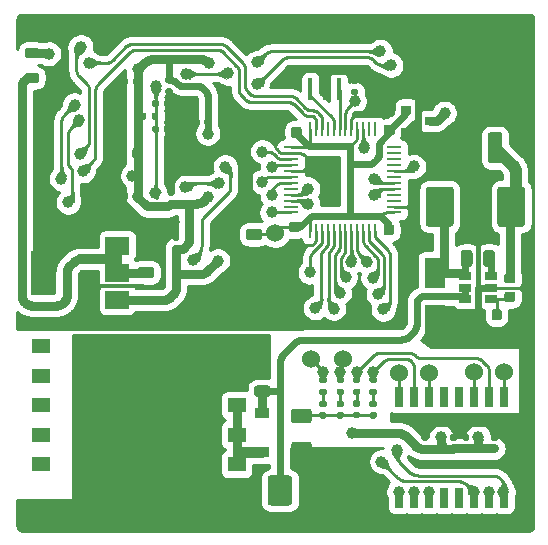
<source format=gbr>
%TF.GenerationSoftware,KiCad,Pcbnew,5.1.9+dfsg1-1+deb11u1*%
%TF.CreationDate,2023-01-12T13:46:45+03:00*%
%TF.ProjectId,Anemometr,416e656d-6f6d-4657-9472-2e6b69636164,rev?*%
%TF.SameCoordinates,Original*%
%TF.FileFunction,Copper,L2,Bot*%
%TF.FilePolarity,Positive*%
%FSLAX46Y46*%
G04 Gerber Fmt 4.6, Leading zero omitted, Abs format (unit mm)*
G04 Created by KiCad (PCBNEW 5.1.9+dfsg1-1+deb11u1) date 2023-01-12 13:46:45*
%MOMM*%
%LPD*%
G01*
G04 APERTURE LIST*
%TA.AperFunction,SMDPad,CuDef*%
%ADD10C,1.000000*%
%TD*%
%TA.AperFunction,SMDPad,CuDef*%
%ADD11R,0.400000X1.900000*%
%TD*%
%TA.AperFunction,SMDPad,CuDef*%
%ADD12R,0.250000X1.300000*%
%TD*%
%TA.AperFunction,SMDPad,CuDef*%
%ADD13R,1.300000X0.250000*%
%TD*%
%TA.AperFunction,SMDPad,CuDef*%
%ADD14R,1.800000X2.500000*%
%TD*%
%TA.AperFunction,SMDPad,CuDef*%
%ADD15R,1.060000X0.650000*%
%TD*%
%TA.AperFunction,SMDPad,CuDef*%
%ADD16R,2.000000X1.500000*%
%TD*%
%TA.AperFunction,SMDPad,CuDef*%
%ADD17R,2.000000X3.800000*%
%TD*%
%TA.AperFunction,SMDPad,CuDef*%
%ADD18R,1.550000X1.270000*%
%TD*%
%TA.AperFunction,SMDPad,CuDef*%
%ADD19R,0.900000X0.800000*%
%TD*%
%TA.AperFunction,SMDPad,CuDef*%
%ADD20R,0.700000X1.670000*%
%TD*%
%TA.AperFunction,SMDPad,CuDef*%
%ADD21C,1.524000*%
%TD*%
%TA.AperFunction,SMDPad,CuDef*%
%ADD22R,1.200000X0.900000*%
%TD*%
%TA.AperFunction,ViaPad*%
%ADD23C,1.000000*%
%TD*%
%TA.AperFunction,ViaPad*%
%ADD24C,0.800000*%
%TD*%
%TA.AperFunction,Conductor*%
%ADD25C,0.250000*%
%TD*%
%TA.AperFunction,Conductor*%
%ADD26C,0.600000*%
%TD*%
%TA.AperFunction,Conductor*%
%ADD27C,0.400000*%
%TD*%
%TA.AperFunction,Conductor*%
%ADD28C,0.300000*%
%TD*%
%TA.AperFunction,Conductor*%
%ADD29C,0.800000*%
%TD*%
%TA.AperFunction,Conductor*%
%ADD30C,0.900000*%
%TD*%
%TA.AperFunction,Conductor*%
%ADD31C,0.810000*%
%TD*%
%TA.AperFunction,Conductor*%
%ADD32C,1.000000*%
%TD*%
%TA.AperFunction,Conductor*%
%ADD33C,0.254000*%
%TD*%
%TA.AperFunction,Conductor*%
%ADD34C,0.100000*%
%TD*%
%TA.AperFunction,Conductor*%
%ADD35C,0.025400*%
%TD*%
G04 APERTURE END LIST*
D10*
%TO.P,J24,1*%
%TO.N,SInput*%
X25040000Y-63360000D03*
%TD*%
%TO.P,J9,1*%
%TO.N,/swc*%
X41200000Y-77410000D03*
%TD*%
%TO.P,J8,1*%
%TO.N,/swd*%
X44430000Y-82470000D03*
%TD*%
%TO.P,J5,1*%
%TO.N,/Rst*%
X48200000Y-68000000D03*
%TD*%
%TO.P,J4,1*%
%TO.N,/SDA*%
X40400000Y-72250000D03*
%TD*%
%TO.P,J3,1*%
%TO.N,/SCL*%
X41220000Y-73540000D03*
%TD*%
%TO.P,J2,1*%
%TO.N,/RxD*%
X40350000Y-74800000D03*
%TD*%
%TO.P,J1,1*%
%TO.N,/TxD*%
X41220000Y-75960000D03*
%TD*%
%TO.P,R40,2*%
%TO.N,Net-(D15-Pad1)*%
%TA.AperFunction,SMDPad,CuDef*%
G36*
G01*
X45713974Y-91853420D02*
X45343974Y-91853420D01*
G75*
G02*
X45208974Y-91718420I0J135000D01*
G01*
X45208974Y-91448420D01*
G75*
G02*
X45343974Y-91313420I135000J0D01*
G01*
X45713974Y-91313420D01*
G75*
G02*
X45848974Y-91448420I0J-135000D01*
G01*
X45848974Y-91718420D01*
G75*
G02*
X45713974Y-91853420I-135000J0D01*
G01*
G37*
%TD.AperFunction*%
%TO.P,R40,1*%
%TO.N,Net-(C48-Pad1)*%
%TA.AperFunction,SMDPad,CuDef*%
G36*
G01*
X45713974Y-92873420D02*
X45343974Y-92873420D01*
G75*
G02*
X45208974Y-92738420I0J135000D01*
G01*
X45208974Y-92468420D01*
G75*
G02*
X45343974Y-92333420I135000J0D01*
G01*
X45713974Y-92333420D01*
G75*
G02*
X45848974Y-92468420I0J-135000D01*
G01*
X45848974Y-92738420D01*
G75*
G02*
X45713974Y-92873420I-135000J0D01*
G01*
G37*
%TD.AperFunction*%
%TD*%
%TO.P,R36,2*%
%TO.N,Net-(D15-Pad2)*%
%TA.AperFunction,SMDPad,CuDef*%
G36*
G01*
X47189150Y-91853420D02*
X46819150Y-91853420D01*
G75*
G02*
X46684150Y-91718420I0J135000D01*
G01*
X46684150Y-91448420D01*
G75*
G02*
X46819150Y-91313420I135000J0D01*
G01*
X47189150Y-91313420D01*
G75*
G02*
X47324150Y-91448420I0J-135000D01*
G01*
X47324150Y-91718420D01*
G75*
G02*
X47189150Y-91853420I-135000J0D01*
G01*
G37*
%TD.AperFunction*%
%TO.P,R36,1*%
%TO.N,Net-(C46-Pad1)*%
%TA.AperFunction,SMDPad,CuDef*%
G36*
G01*
X47189150Y-92873420D02*
X46819150Y-92873420D01*
G75*
G02*
X46684150Y-92738420I0J135000D01*
G01*
X46684150Y-92468420D01*
G75*
G02*
X46819150Y-92333420I135000J0D01*
G01*
X47189150Y-92333420D01*
G75*
G02*
X47324150Y-92468420I0J-135000D01*
G01*
X47324150Y-92738420D01*
G75*
G02*
X47189150Y-92873420I-135000J0D01*
G01*
G37*
%TD.AperFunction*%
%TD*%
%TO.P,R35,2*%
%TO.N,Net-(D10-Pad15)*%
%TA.AperFunction,SMDPad,CuDef*%
G36*
G01*
X48564702Y-91853420D02*
X48194702Y-91853420D01*
G75*
G02*
X48059702Y-91718420I0J135000D01*
G01*
X48059702Y-91448420D01*
G75*
G02*
X48194702Y-91313420I135000J0D01*
G01*
X48564702Y-91313420D01*
G75*
G02*
X48699702Y-91448420I0J-135000D01*
G01*
X48699702Y-91718420D01*
G75*
G02*
X48564702Y-91853420I-135000J0D01*
G01*
G37*
%TD.AperFunction*%
%TO.P,R35,1*%
%TO.N,Net-(C45-Pad1)*%
%TA.AperFunction,SMDPad,CuDef*%
G36*
G01*
X48564702Y-92873420D02*
X48194702Y-92873420D01*
G75*
G02*
X48059702Y-92738420I0J135000D01*
G01*
X48059702Y-92468420D01*
G75*
G02*
X48194702Y-92333420I135000J0D01*
G01*
X48564702Y-92333420D01*
G75*
G02*
X48699702Y-92468420I0J-135000D01*
G01*
X48699702Y-92738420D01*
G75*
G02*
X48564702Y-92873420I-135000J0D01*
G01*
G37*
%TD.AperFunction*%
%TD*%
%TO.P,R32,2*%
%TO.N,Net-(D10-Pad10)*%
%TA.AperFunction,SMDPad,CuDef*%
G36*
G01*
X49972426Y-91853420D02*
X49602426Y-91853420D01*
G75*
G02*
X49467426Y-91718420I0J135000D01*
G01*
X49467426Y-91448420D01*
G75*
G02*
X49602426Y-91313420I135000J0D01*
G01*
X49972426Y-91313420D01*
G75*
G02*
X50107426Y-91448420I0J-135000D01*
G01*
X50107426Y-91718420D01*
G75*
G02*
X49972426Y-91853420I-135000J0D01*
G01*
G37*
%TD.AperFunction*%
%TO.P,R32,1*%
%TO.N,Net-(C42-Pad1)*%
%TA.AperFunction,SMDPad,CuDef*%
G36*
G01*
X49972426Y-92873420D02*
X49602426Y-92873420D01*
G75*
G02*
X49467426Y-92738420I0J135000D01*
G01*
X49467426Y-92468420D01*
G75*
G02*
X49602426Y-92333420I135000J0D01*
G01*
X49972426Y-92333420D01*
G75*
G02*
X50107426Y-92468420I0J-135000D01*
G01*
X50107426Y-92738420D01*
G75*
G02*
X49972426Y-92873420I-135000J0D01*
G01*
G37*
%TD.AperFunction*%
%TD*%
%TO.P,C48,2*%
%TO.N,Net-(C42-Pad2)*%
%TA.AperFunction,SMDPad,CuDef*%
G36*
G01*
X45348974Y-94309820D02*
X45688974Y-94309820D01*
G75*
G02*
X45828974Y-94449820I0J-140000D01*
G01*
X45828974Y-94729820D01*
G75*
G02*
X45688974Y-94869820I-140000J0D01*
G01*
X45348974Y-94869820D01*
G75*
G02*
X45208974Y-94729820I0J140000D01*
G01*
X45208974Y-94449820D01*
G75*
G02*
X45348974Y-94309820I140000J0D01*
G01*
G37*
%TD.AperFunction*%
%TO.P,C48,1*%
%TO.N,Net-(C48-Pad1)*%
%TA.AperFunction,SMDPad,CuDef*%
G36*
G01*
X45348974Y-93349820D02*
X45688974Y-93349820D01*
G75*
G02*
X45828974Y-93489820I0J-140000D01*
G01*
X45828974Y-93769820D01*
G75*
G02*
X45688974Y-93909820I-140000J0D01*
G01*
X45348974Y-93909820D01*
G75*
G02*
X45208974Y-93769820I0J140000D01*
G01*
X45208974Y-93489820D01*
G75*
G02*
X45348974Y-93349820I140000J0D01*
G01*
G37*
%TD.AperFunction*%
%TD*%
%TO.P,C46,2*%
%TO.N,Net-(C42-Pad2)*%
%TA.AperFunction,SMDPad,CuDef*%
G36*
G01*
X46824150Y-94309820D02*
X47164150Y-94309820D01*
G75*
G02*
X47304150Y-94449820I0J-140000D01*
G01*
X47304150Y-94729820D01*
G75*
G02*
X47164150Y-94869820I-140000J0D01*
G01*
X46824150Y-94869820D01*
G75*
G02*
X46684150Y-94729820I0J140000D01*
G01*
X46684150Y-94449820D01*
G75*
G02*
X46824150Y-94309820I140000J0D01*
G01*
G37*
%TD.AperFunction*%
%TO.P,C46,1*%
%TO.N,Net-(C46-Pad1)*%
%TA.AperFunction,SMDPad,CuDef*%
G36*
G01*
X46824150Y-93349820D02*
X47164150Y-93349820D01*
G75*
G02*
X47304150Y-93489820I0J-140000D01*
G01*
X47304150Y-93769820D01*
G75*
G02*
X47164150Y-93909820I-140000J0D01*
G01*
X46824150Y-93909820D01*
G75*
G02*
X46684150Y-93769820I0J140000D01*
G01*
X46684150Y-93489820D01*
G75*
G02*
X46824150Y-93349820I140000J0D01*
G01*
G37*
%TD.AperFunction*%
%TD*%
%TO.P,C45,2*%
%TO.N,Net-(C42-Pad2)*%
%TA.AperFunction,SMDPad,CuDef*%
G36*
G01*
X48199702Y-94276800D02*
X48539702Y-94276800D01*
G75*
G02*
X48679702Y-94416800I0J-140000D01*
G01*
X48679702Y-94696800D01*
G75*
G02*
X48539702Y-94836800I-140000J0D01*
G01*
X48199702Y-94836800D01*
G75*
G02*
X48059702Y-94696800I0J140000D01*
G01*
X48059702Y-94416800D01*
G75*
G02*
X48199702Y-94276800I140000J0D01*
G01*
G37*
%TD.AperFunction*%
%TO.P,C45,1*%
%TO.N,Net-(C45-Pad1)*%
%TA.AperFunction,SMDPad,CuDef*%
G36*
G01*
X48199702Y-93316800D02*
X48539702Y-93316800D01*
G75*
G02*
X48679702Y-93456800I0J-140000D01*
G01*
X48679702Y-93736800D01*
G75*
G02*
X48539702Y-93876800I-140000J0D01*
G01*
X48199702Y-93876800D01*
G75*
G02*
X48059702Y-93736800I0J140000D01*
G01*
X48059702Y-93456800D01*
G75*
G02*
X48199702Y-93316800I140000J0D01*
G01*
G37*
%TD.AperFunction*%
%TD*%
%TO.P,C42,2*%
%TO.N,Net-(C42-Pad2)*%
%TA.AperFunction,SMDPad,CuDef*%
G36*
G01*
X49607426Y-94309820D02*
X49947426Y-94309820D01*
G75*
G02*
X50087426Y-94449820I0J-140000D01*
G01*
X50087426Y-94729820D01*
G75*
G02*
X49947426Y-94869820I-140000J0D01*
G01*
X49607426Y-94869820D01*
G75*
G02*
X49467426Y-94729820I0J140000D01*
G01*
X49467426Y-94449820D01*
G75*
G02*
X49607426Y-94309820I140000J0D01*
G01*
G37*
%TD.AperFunction*%
%TO.P,C42,1*%
%TO.N,Net-(C42-Pad1)*%
%TA.AperFunction,SMDPad,CuDef*%
G36*
G01*
X49607426Y-93349820D02*
X49947426Y-93349820D01*
G75*
G02*
X50087426Y-93489820I0J-140000D01*
G01*
X50087426Y-93769820D01*
G75*
G02*
X49947426Y-93909820I-140000J0D01*
G01*
X49607426Y-93909820D01*
G75*
G02*
X49467426Y-93769820I0J140000D01*
G01*
X49467426Y-93489820D01*
G75*
G02*
X49607426Y-93349820I140000J0D01*
G01*
G37*
%TD.AperFunction*%
%TD*%
D11*
%TO.P,Y1,3*%
%TO.N,Net-(U1-Pad6)*%
X46860000Y-66990000D03*
%TO.P,Y1,2*%
%TO.N,GND*%
X45660000Y-66990000D03*
%TO.P,Y1,1*%
%TO.N,Net-(U1-Pad5)*%
X44460000Y-66990000D03*
%TD*%
%TO.P,C55,2*%
%TO.N,+5VA*%
%TA.AperFunction,SMDPad,CuDef*%
G36*
G01*
X29385000Y-72650000D02*
X29385000Y-72150000D01*
G75*
G02*
X29610000Y-71925000I225000J0D01*
G01*
X30060000Y-71925000D01*
G75*
G02*
X30285000Y-72150000I0J-225000D01*
G01*
X30285000Y-72650000D01*
G75*
G02*
X30060000Y-72875000I-225000J0D01*
G01*
X29610000Y-72875000D01*
G75*
G02*
X29385000Y-72650000I0J225000D01*
G01*
G37*
%TD.AperFunction*%
%TO.P,C55,1*%
%TO.N,GND*%
%TA.AperFunction,SMDPad,CuDef*%
G36*
G01*
X27835000Y-72650000D02*
X27835000Y-72150000D01*
G75*
G02*
X28060000Y-71925000I225000J0D01*
G01*
X28510000Y-71925000D01*
G75*
G02*
X28735000Y-72150000I0J-225000D01*
G01*
X28735000Y-72650000D01*
G75*
G02*
X28510000Y-72875000I-225000J0D01*
G01*
X28060000Y-72875000D01*
G75*
G02*
X27835000Y-72650000I0J225000D01*
G01*
G37*
%TD.AperFunction*%
%TD*%
%TO.P,C59,2*%
%TO.N,GND*%
%TA.AperFunction,SMDPad,CuDef*%
G36*
G01*
X29050000Y-75840000D02*
X29050000Y-76180000D01*
G75*
G02*
X28910000Y-76320000I-140000J0D01*
G01*
X28630000Y-76320000D01*
G75*
G02*
X28490000Y-76180000I0J140000D01*
G01*
X28490000Y-75840000D01*
G75*
G02*
X28630000Y-75700000I140000J0D01*
G01*
X28910000Y-75700000D01*
G75*
G02*
X29050000Y-75840000I0J-140000D01*
G01*
G37*
%TD.AperFunction*%
%TO.P,C59,1*%
%TO.N,+5VA*%
%TA.AperFunction,SMDPad,CuDef*%
G36*
G01*
X30010000Y-75840000D02*
X30010000Y-76180000D01*
G75*
G02*
X29870000Y-76320000I-140000J0D01*
G01*
X29590000Y-76320000D01*
G75*
G02*
X29450000Y-76180000I0J140000D01*
G01*
X29450000Y-75840000D01*
G75*
G02*
X29590000Y-75700000I140000J0D01*
G01*
X29870000Y-75700000D01*
G75*
G02*
X30010000Y-75840000I0J-140000D01*
G01*
G37*
%TD.AperFunction*%
%TD*%
%TO.P,C32,2*%
%TO.N,GND*%
%TA.AperFunction,SMDPad,CuDef*%
G36*
G01*
X29040000Y-66130000D02*
X29040000Y-66470000D01*
G75*
G02*
X28900000Y-66610000I-140000J0D01*
G01*
X28620000Y-66610000D01*
G75*
G02*
X28480000Y-66470000I0J140000D01*
G01*
X28480000Y-66130000D01*
G75*
G02*
X28620000Y-65990000I140000J0D01*
G01*
X28900000Y-65990000D01*
G75*
G02*
X29040000Y-66130000I0J-140000D01*
G01*
G37*
%TD.AperFunction*%
%TO.P,C32,1*%
%TO.N,+5VA*%
%TA.AperFunction,SMDPad,CuDef*%
G36*
G01*
X30000000Y-66130000D02*
X30000000Y-66470000D01*
G75*
G02*
X29860000Y-66610000I-140000J0D01*
G01*
X29580000Y-66610000D01*
G75*
G02*
X29440000Y-66470000I0J140000D01*
G01*
X29440000Y-66130000D01*
G75*
G02*
X29580000Y-65990000I140000J0D01*
G01*
X29860000Y-65990000D01*
G75*
G02*
X30000000Y-66130000I0J-140000D01*
G01*
G37*
%TD.AperFunction*%
%TD*%
%TO.P,C2,2*%
%TO.N,GND*%
%TA.AperFunction,SMDPad,CuDef*%
G36*
G01*
X32330000Y-66890000D02*
X32670000Y-66890000D01*
G75*
G02*
X32810000Y-67030000I0J-140000D01*
G01*
X32810000Y-67310000D01*
G75*
G02*
X32670000Y-67450000I-140000J0D01*
G01*
X32330000Y-67450000D01*
G75*
G02*
X32190000Y-67310000I0J140000D01*
G01*
X32190000Y-67030000D01*
G75*
G02*
X32330000Y-66890000I140000J0D01*
G01*
G37*
%TD.AperFunction*%
%TO.P,C2,1*%
%TO.N,+5VA*%
%TA.AperFunction,SMDPad,CuDef*%
G36*
G01*
X32330000Y-65930000D02*
X32670000Y-65930000D01*
G75*
G02*
X32810000Y-66070000I0J-140000D01*
G01*
X32810000Y-66350000D01*
G75*
G02*
X32670000Y-66490000I-140000J0D01*
G01*
X32330000Y-66490000D01*
G75*
G02*
X32190000Y-66350000I0J140000D01*
G01*
X32190000Y-66070000D01*
G75*
G02*
X32330000Y-65930000I140000J0D01*
G01*
G37*
%TD.AperFunction*%
%TD*%
%TO.P,C1,2*%
%TO.N,GND*%
%TA.AperFunction,SMDPad,CuDef*%
G36*
G01*
X32850000Y-75980000D02*
X32510000Y-75980000D01*
G75*
G02*
X32370000Y-75840000I0J140000D01*
G01*
X32370000Y-75560000D01*
G75*
G02*
X32510000Y-75420000I140000J0D01*
G01*
X32850000Y-75420000D01*
G75*
G02*
X32990000Y-75560000I0J-140000D01*
G01*
X32990000Y-75840000D01*
G75*
G02*
X32850000Y-75980000I-140000J0D01*
G01*
G37*
%TD.AperFunction*%
%TO.P,C1,1*%
%TO.N,+5VA*%
%TA.AperFunction,SMDPad,CuDef*%
G36*
G01*
X32850000Y-76940000D02*
X32510000Y-76940000D01*
G75*
G02*
X32370000Y-76800000I0J140000D01*
G01*
X32370000Y-76520000D01*
G75*
G02*
X32510000Y-76380000I140000J0D01*
G01*
X32850000Y-76380000D01*
G75*
G02*
X32990000Y-76520000I0J-140000D01*
G01*
X32990000Y-76800000D01*
G75*
G02*
X32850000Y-76940000I-140000J0D01*
G01*
G37*
%TD.AperFunction*%
%TD*%
D12*
%TO.P,U1,1*%
%TO.N,+3V3*%
X44430000Y-70310000D03*
%TO.P,U1,2*%
%TO.N,Z3-4*%
X44930000Y-70310000D03*
%TO.P,U1,3*%
%TO.N,Z1-2*%
X45430000Y-70310000D03*
%TO.P,U1,4*%
%TO.N,N/C*%
X45930000Y-70310000D03*
%TO.P,U1,5*%
%TO.N,Net-(U1-Pad5)*%
X46430000Y-70310000D03*
%TO.P,U1,6*%
%TO.N,Net-(U1-Pad6)*%
X46930000Y-70310000D03*
%TO.P,U1,7*%
%TO.N,/Rst*%
X47430000Y-70310000D03*
%TO.P,U1,8*%
%TO.N,GND*%
X47930000Y-70310000D03*
%TO.P,U1,9*%
%TO.N,+3V3*%
X48430000Y-70310000D03*
%TO.P,U1,10*%
%TO.N,SInput*%
X48930000Y-70310000D03*
%TO.P,U1,11*%
%TO.N,N/C*%
X49430000Y-70310000D03*
%TO.P,U1,12*%
X49930000Y-70310000D03*
D13*
%TO.P,U1,13*%
X51530000Y-71910000D03*
%TO.P,U1,14*%
X51530000Y-72410000D03*
%TO.P,U1,15*%
X51530000Y-72910000D03*
%TO.P,U1,16*%
X51530000Y-73410000D03*
%TO.P,U1,17*%
%TO.N,Net-(R4-Pad2)*%
X51530000Y-73910000D03*
%TO.P,U1,18*%
%TO.N,N/C*%
X51530000Y-74410000D03*
%TO.P,U1,19*%
%TO.N,Z1*%
X51530000Y-74910000D03*
%TO.P,U1,20*%
%TO.N,Z2*%
X51530000Y-75410000D03*
%TO.P,U1,21*%
%TO.N,N/C*%
X51530000Y-75910000D03*
%TO.P,U1,22*%
X51530000Y-76410000D03*
%TO.P,U1,23*%
%TO.N,GND*%
X51530000Y-76910000D03*
%TO.P,U1,24*%
%TO.N,+3V3*%
X51530000Y-77410000D03*
D12*
%TO.P,U1,25*%
%TO.N,scsn*%
X49930000Y-79010000D03*
%TO.P,U1,26*%
%TO.N,sclk*%
X49430000Y-79010000D03*
%TO.P,U1,27*%
%TO.N,miso*%
X48930000Y-79010000D03*
%TO.P,U1,28*%
%TO.N,mosi*%
X48430000Y-79010000D03*
%TO.P,U1,29*%
%TO.N,/+Z1*%
X47930000Y-79010000D03*
%TO.P,U1,30*%
%TO.N,/+Z2*%
X47430000Y-79010000D03*
%TO.P,U1,31*%
%TO.N,/+Z3*%
X46930000Y-79010000D03*
%TO.P,U1,32*%
%TO.N,/+Z4*%
X46430000Y-79010000D03*
%TO.P,U1,33*%
%TO.N,nrst*%
X45930000Y-79010000D03*
%TO.P,U1,34*%
%TO.N,/swd*%
X45430000Y-79010000D03*
%TO.P,U1,35*%
%TO.N,GND*%
X44930000Y-79010000D03*
%TO.P,U1,36*%
%TO.N,+3V3*%
X44430000Y-79010000D03*
D13*
%TO.P,U1,37*%
%TO.N,/swc*%
X42830000Y-77410000D03*
%TO.P,U1,38*%
%TO.N,N/C*%
X42830000Y-76910000D03*
%TO.P,U1,39*%
%TO.N,Z3*%
X42830000Y-76410000D03*
%TO.P,U1,40*%
%TO.N,Z4*%
X42830000Y-75910000D03*
%TO.P,U1,41*%
%TO.N,N/C*%
X42830000Y-75410000D03*
%TO.P,U1,42*%
%TO.N,/TxD*%
X42830000Y-74910000D03*
%TO.P,U1,43*%
%TO.N,/RxD*%
X42830000Y-74410000D03*
%TO.P,U1,44*%
%TO.N,GND*%
X42830000Y-73910000D03*
%TO.P,U1,45*%
%TO.N,/SCL*%
X42830000Y-73410000D03*
%TO.P,U1,46*%
%TO.N,/SDA*%
X42830000Y-72910000D03*
%TO.P,U1,47*%
%TO.N,GND*%
X42830000Y-72410000D03*
%TO.P,U1,48*%
%TO.N,+3V3*%
X42830000Y-71910000D03*
%TD*%
%TO.P,C5,2*%
%TO.N,GND*%
%TA.AperFunction,SMDPad,CuDef*%
G36*
G01*
X33240000Y-79790000D02*
X32900000Y-79790000D01*
G75*
G02*
X32760000Y-79650000I0J140000D01*
G01*
X32760000Y-79370000D01*
G75*
G02*
X32900000Y-79230000I140000J0D01*
G01*
X33240000Y-79230000D01*
G75*
G02*
X33380000Y-79370000I0J-140000D01*
G01*
X33380000Y-79650000D01*
G75*
G02*
X33240000Y-79790000I-140000J0D01*
G01*
G37*
%TD.AperFunction*%
%TO.P,C5,1*%
%TO.N,+5VA*%
%TA.AperFunction,SMDPad,CuDef*%
G36*
G01*
X33240000Y-80750000D02*
X32900000Y-80750000D01*
G75*
G02*
X32760000Y-80610000I0J140000D01*
G01*
X32760000Y-80330000D01*
G75*
G02*
X32900000Y-80190000I140000J0D01*
G01*
X33240000Y-80190000D01*
G75*
G02*
X33380000Y-80330000I0J-140000D01*
G01*
X33380000Y-80610000D01*
G75*
G02*
X33240000Y-80750000I-140000J0D01*
G01*
G37*
%TD.AperFunction*%
%TD*%
%TO.P,C17,2*%
%TO.N,GND*%
%TA.AperFunction,SMDPad,CuDef*%
G36*
G01*
X35090000Y-69610000D02*
X35090000Y-69950000D01*
G75*
G02*
X34950000Y-70090000I-140000J0D01*
G01*
X34670000Y-70090000D01*
G75*
G02*
X34530000Y-69950000I0J140000D01*
G01*
X34530000Y-69610000D01*
G75*
G02*
X34670000Y-69470000I140000J0D01*
G01*
X34950000Y-69470000D01*
G75*
G02*
X35090000Y-69610000I0J-140000D01*
G01*
G37*
%TD.AperFunction*%
%TO.P,C17,1*%
%TO.N,+5VA*%
%TA.AperFunction,SMDPad,CuDef*%
G36*
G01*
X36050000Y-69610000D02*
X36050000Y-69950000D01*
G75*
G02*
X35910000Y-70090000I-140000J0D01*
G01*
X35630000Y-70090000D01*
G75*
G02*
X35490000Y-69950000I0J140000D01*
G01*
X35490000Y-69610000D01*
G75*
G02*
X35630000Y-69470000I140000J0D01*
G01*
X35910000Y-69470000D01*
G75*
G02*
X36050000Y-69610000I0J-140000D01*
G01*
G37*
%TD.AperFunction*%
%TD*%
%TO.P,C53,2*%
%TO.N,Net-(C53-Pad2)*%
%TA.AperFunction,SMDPad,CuDef*%
G36*
G01*
X59100000Y-81785000D02*
X59100000Y-80835000D01*
G75*
G02*
X59350000Y-80585000I250000J0D01*
G01*
X59850000Y-80585000D01*
G75*
G02*
X60100000Y-80835000I0J-250000D01*
G01*
X60100000Y-81785000D01*
G75*
G02*
X59850000Y-82035000I-250000J0D01*
G01*
X59350000Y-82035000D01*
G75*
G02*
X59100000Y-81785000I0J250000D01*
G01*
G37*
%TD.AperFunction*%
%TO.P,C53,1*%
%TO.N,Net-(C53-Pad1)*%
%TA.AperFunction,SMDPad,CuDef*%
G36*
G01*
X57200000Y-81785000D02*
X57200000Y-80835000D01*
G75*
G02*
X57450000Y-80585000I250000J0D01*
G01*
X57950000Y-80585000D01*
G75*
G02*
X58200000Y-80835000I0J-250000D01*
G01*
X58200000Y-81785000D01*
G75*
G02*
X57950000Y-82035000I-250000J0D01*
G01*
X57450000Y-82035000D01*
G75*
G02*
X57200000Y-81785000I0J250000D01*
G01*
G37*
%TD.AperFunction*%
%TD*%
%TO.P,L5,2*%
%TO.N,6v*%
%TA.AperFunction,SMDPad,CuDef*%
G36*
G01*
X60290000Y-78385000D02*
X60290000Y-75455000D01*
G75*
G02*
X60525000Y-75220000I235000J0D01*
G01*
X62405000Y-75220000D01*
G75*
G02*
X62640000Y-75455000I0J-235000D01*
G01*
X62640000Y-78385000D01*
G75*
G02*
X62405000Y-78620000I-235000J0D01*
G01*
X60525000Y-78620000D01*
G75*
G02*
X60290000Y-78385000I0J235000D01*
G01*
G37*
%TD.AperFunction*%
%TO.P,L5,1*%
%TO.N,Net-(C53-Pad1)*%
%TA.AperFunction,SMDPad,CuDef*%
G36*
G01*
X54240000Y-78385000D02*
X54240000Y-75455000D01*
G75*
G02*
X54475000Y-75220000I235000J0D01*
G01*
X56355000Y-75220000D01*
G75*
G02*
X56590000Y-75455000I0J-235000D01*
G01*
X56590000Y-78385000D01*
G75*
G02*
X56355000Y-78620000I-235000J0D01*
G01*
X54475000Y-78620000D01*
G75*
G02*
X54240000Y-78385000I0J235000D01*
G01*
G37*
%TD.AperFunction*%
%TD*%
D14*
%TO.P,D17,2*%
%TO.N,GND*%
X55020000Y-86500000D03*
%TO.P,D17,1*%
%TO.N,Net-(C53-Pad1)*%
X55020000Y-82500000D03*
%TD*%
%TO.P,C11,2*%
%TO.N,GND*%
%TA.AperFunction,SMDPad,CuDef*%
G36*
G01*
X42165000Y-70380000D02*
X42165000Y-70880000D01*
G75*
G02*
X41940000Y-71105000I-225000J0D01*
G01*
X41490000Y-71105000D01*
G75*
G02*
X41265000Y-70880000I0J225000D01*
G01*
X41265000Y-70380000D01*
G75*
G02*
X41490000Y-70155000I225000J0D01*
G01*
X41940000Y-70155000D01*
G75*
G02*
X42165000Y-70380000I0J-225000D01*
G01*
G37*
%TD.AperFunction*%
%TO.P,C11,1*%
%TO.N,+3V3*%
%TA.AperFunction,SMDPad,CuDef*%
G36*
G01*
X43715000Y-70380000D02*
X43715000Y-70880000D01*
G75*
G02*
X43490000Y-71105000I-225000J0D01*
G01*
X43040000Y-71105000D01*
G75*
G02*
X42815000Y-70880000I0J225000D01*
G01*
X42815000Y-70380000D01*
G75*
G02*
X43040000Y-70155000I225000J0D01*
G01*
X43490000Y-70155000D01*
G75*
G02*
X43715000Y-70380000I0J-225000D01*
G01*
G37*
%TD.AperFunction*%
%TD*%
%TO.P,C8,2*%
%TO.N,GND*%
%TA.AperFunction,SMDPad,CuDef*%
G36*
G01*
X52205000Y-79130000D02*
X52205000Y-78630000D01*
G75*
G02*
X52430000Y-78405000I225000J0D01*
G01*
X52880000Y-78405000D01*
G75*
G02*
X53105000Y-78630000I0J-225000D01*
G01*
X53105000Y-79130000D01*
G75*
G02*
X52880000Y-79355000I-225000J0D01*
G01*
X52430000Y-79355000D01*
G75*
G02*
X52205000Y-79130000I0J225000D01*
G01*
G37*
%TD.AperFunction*%
%TO.P,C8,1*%
%TO.N,+3V3*%
%TA.AperFunction,SMDPad,CuDef*%
G36*
G01*
X50655000Y-79130000D02*
X50655000Y-78630000D01*
G75*
G02*
X50880000Y-78405000I225000J0D01*
G01*
X51330000Y-78405000D01*
G75*
G02*
X51555000Y-78630000I0J-225000D01*
G01*
X51555000Y-79130000D01*
G75*
G02*
X51330000Y-79355000I-225000J0D01*
G01*
X50880000Y-79355000D01*
G75*
G02*
X50655000Y-79130000I0J225000D01*
G01*
G37*
%TD.AperFunction*%
%TD*%
%TO.P,C13,2*%
%TO.N,GND*%
%TA.AperFunction,SMDPad,CuDef*%
G36*
G01*
X42880000Y-79735000D02*
X43380000Y-79735000D01*
G75*
G02*
X43605000Y-79960000I0J-225000D01*
G01*
X43605000Y-80410000D01*
G75*
G02*
X43380000Y-80635000I-225000J0D01*
G01*
X42880000Y-80635000D01*
G75*
G02*
X42655000Y-80410000I0J225000D01*
G01*
X42655000Y-79960000D01*
G75*
G02*
X42880000Y-79735000I225000J0D01*
G01*
G37*
%TD.AperFunction*%
%TO.P,C13,1*%
%TO.N,+3V3*%
%TA.AperFunction,SMDPad,CuDef*%
G36*
G01*
X42880000Y-78185000D02*
X43380000Y-78185000D01*
G75*
G02*
X43605000Y-78410000I0J-225000D01*
G01*
X43605000Y-78860000D01*
G75*
G02*
X43380000Y-79085000I-225000J0D01*
G01*
X42880000Y-79085000D01*
G75*
G02*
X42655000Y-78860000I0J225000D01*
G01*
X42655000Y-78410000D01*
G75*
G02*
X42880000Y-78185000I225000J0D01*
G01*
G37*
%TD.AperFunction*%
%TD*%
%TO.P,C9,2*%
%TO.N,GND*%
%TA.AperFunction,SMDPad,CuDef*%
G36*
G01*
X51400000Y-69315000D02*
X50900000Y-69315000D01*
G75*
G02*
X50675000Y-69090000I0J225000D01*
G01*
X50675000Y-68640000D01*
G75*
G02*
X50900000Y-68415000I225000J0D01*
G01*
X51400000Y-68415000D01*
G75*
G02*
X51625000Y-68640000I0J-225000D01*
G01*
X51625000Y-69090000D01*
G75*
G02*
X51400000Y-69315000I-225000J0D01*
G01*
G37*
%TD.AperFunction*%
%TO.P,C9,1*%
%TO.N,+3V3*%
%TA.AperFunction,SMDPad,CuDef*%
G36*
G01*
X51400000Y-70865000D02*
X50900000Y-70865000D01*
G75*
G02*
X50675000Y-70640000I0J225000D01*
G01*
X50675000Y-70190000D01*
G75*
G02*
X50900000Y-69965000I225000J0D01*
G01*
X51400000Y-69965000D01*
G75*
G02*
X51625000Y-70190000I0J-225000D01*
G01*
X51625000Y-70640000D01*
G75*
G02*
X51400000Y-70865000I-225000J0D01*
G01*
G37*
%TD.AperFunction*%
%TD*%
%TO.P,C3,2*%
%TO.N,/Rst*%
%TA.AperFunction,SMDPad,CuDef*%
G36*
G01*
X48030000Y-66930000D02*
X48370000Y-66930000D01*
G75*
G02*
X48510000Y-67070000I0J-140000D01*
G01*
X48510000Y-67350000D01*
G75*
G02*
X48370000Y-67490000I-140000J0D01*
G01*
X48030000Y-67490000D01*
G75*
G02*
X47890000Y-67350000I0J140000D01*
G01*
X47890000Y-67070000D01*
G75*
G02*
X48030000Y-66930000I140000J0D01*
G01*
G37*
%TD.AperFunction*%
%TO.P,C3,1*%
%TO.N,GND*%
%TA.AperFunction,SMDPad,CuDef*%
G36*
G01*
X48030000Y-65970000D02*
X48370000Y-65970000D01*
G75*
G02*
X48510000Y-66110000I0J-140000D01*
G01*
X48510000Y-66390000D01*
G75*
G02*
X48370000Y-66530000I-140000J0D01*
G01*
X48030000Y-66530000D01*
G75*
G02*
X47890000Y-66390000I0J140000D01*
G01*
X47890000Y-66110000D01*
G75*
G02*
X48030000Y-65970000I140000J0D01*
G01*
G37*
%TD.AperFunction*%
%TD*%
%TO.P,C21,2*%
%TO.N,a*%
%TA.AperFunction,SMDPad,CuDef*%
G36*
G01*
X31640000Y-70190000D02*
X31640000Y-70530000D01*
G75*
G02*
X31500000Y-70670000I-140000J0D01*
G01*
X31220000Y-70670000D01*
G75*
G02*
X31080000Y-70530000I0J140000D01*
G01*
X31080000Y-70190000D01*
G75*
G02*
X31220000Y-70050000I140000J0D01*
G01*
X31500000Y-70050000D01*
G75*
G02*
X31640000Y-70190000I0J-140000D01*
G01*
G37*
%TD.AperFunction*%
%TO.P,C21,1*%
%TO.N,GND*%
%TA.AperFunction,SMDPad,CuDef*%
G36*
G01*
X32600000Y-70190000D02*
X32600000Y-70530000D01*
G75*
G02*
X32460000Y-70670000I-140000J0D01*
G01*
X32180000Y-70670000D01*
G75*
G02*
X32040000Y-70530000I0J140000D01*
G01*
X32040000Y-70190000D01*
G75*
G02*
X32180000Y-70050000I140000J0D01*
G01*
X32460000Y-70050000D01*
G75*
G02*
X32600000Y-70190000I0J-140000D01*
G01*
G37*
%TD.AperFunction*%
%TD*%
%TO.P,R17,2*%
%TO.N,a*%
%TA.AperFunction,SMDPad,CuDef*%
G36*
G01*
X31630000Y-67985000D02*
X31630000Y-68355000D01*
G75*
G02*
X31495000Y-68490000I-135000J0D01*
G01*
X31225000Y-68490000D01*
G75*
G02*
X31090000Y-68355000I0J135000D01*
G01*
X31090000Y-67985000D01*
G75*
G02*
X31225000Y-67850000I135000J0D01*
G01*
X31495000Y-67850000D01*
G75*
G02*
X31630000Y-67985000I0J-135000D01*
G01*
G37*
%TD.AperFunction*%
%TO.P,R17,1*%
%TO.N,GND*%
%TA.AperFunction,SMDPad,CuDef*%
G36*
G01*
X32650000Y-67985000D02*
X32650000Y-68355000D01*
G75*
G02*
X32515000Y-68490000I-135000J0D01*
G01*
X32245000Y-68490000D01*
G75*
G02*
X32110000Y-68355000I0J135000D01*
G01*
X32110000Y-67985000D01*
G75*
G02*
X32245000Y-67850000I135000J0D01*
G01*
X32515000Y-67850000D01*
G75*
G02*
X32650000Y-67985000I0J-135000D01*
G01*
G37*
%TD.AperFunction*%
%TD*%
%TO.P,R16,2*%
%TO.N,+5VA*%
%TA.AperFunction,SMDPad,CuDef*%
G36*
G01*
X30560000Y-69085000D02*
X30560000Y-69455000D01*
G75*
G02*
X30425000Y-69590000I-135000J0D01*
G01*
X30155000Y-69590000D01*
G75*
G02*
X30020000Y-69455000I0J135000D01*
G01*
X30020000Y-69085000D01*
G75*
G02*
X30155000Y-68950000I135000J0D01*
G01*
X30425000Y-68950000D01*
G75*
G02*
X30560000Y-69085000I0J-135000D01*
G01*
G37*
%TD.AperFunction*%
%TO.P,R16,1*%
%TO.N,a*%
%TA.AperFunction,SMDPad,CuDef*%
G36*
G01*
X31580000Y-69085000D02*
X31580000Y-69455000D01*
G75*
G02*
X31445000Y-69590000I-135000J0D01*
G01*
X31175000Y-69590000D01*
G75*
G02*
X31040000Y-69455000I0J135000D01*
G01*
X31040000Y-69085000D01*
G75*
G02*
X31175000Y-68950000I135000J0D01*
G01*
X31445000Y-68950000D01*
G75*
G02*
X31580000Y-69085000I0J-135000D01*
G01*
G37*
%TD.AperFunction*%
%TD*%
D15*
%TO.P,U4,5*%
%TO.N,12v*%
X57584000Y-83770000D03*
%TO.P,U4,6*%
%TO.N,Net-(C53-Pad1)*%
X57584000Y-82820000D03*
%TO.P,U4,4*%
%TO.N,12v*%
X57584000Y-84720000D03*
%TO.P,U4,3*%
%TO.N,Net-(R41-Pad1)*%
X59784000Y-84720000D03*
%TO.P,U4,2*%
%TO.N,GND*%
X59784000Y-83770000D03*
%TO.P,U4,1*%
%TO.N,Net-(C53-Pad2)*%
X59784000Y-82820000D03*
%TD*%
D16*
%TO.P,D18,1*%
%TO.N,Net-(C23-Pad2)*%
X28120000Y-80210000D03*
%TO.P,D18,3*%
%TO.N,+5VA*%
X28120000Y-84810000D03*
%TO.P,D18,2*%
%TO.N,Net-(C23-Pad2)*%
X28120000Y-82510000D03*
D17*
%TO.P,D18,4*%
%TO.N,GND*%
X21820000Y-82510000D03*
%TD*%
%TO.P,L2,2*%
%TO.N,Net-(C23-Pad2)*%
%TA.AperFunction,SMDPad,CuDef*%
G36*
G01*
X20508750Y-65575000D02*
X21271250Y-65575000D01*
G75*
G02*
X21490000Y-65793750I0J-218750D01*
G01*
X21490000Y-66231250D01*
G75*
G02*
X21271250Y-66450000I-218750J0D01*
G01*
X20508750Y-66450000D01*
G75*
G02*
X20290000Y-66231250I0J218750D01*
G01*
X20290000Y-65793750D01*
G75*
G02*
X20508750Y-65575000I218750J0D01*
G01*
G37*
%TD.AperFunction*%
%TO.P,L2,1*%
%TO.N,6v*%
%TA.AperFunction,SMDPad,CuDef*%
G36*
G01*
X20508750Y-63450000D02*
X21271250Y-63450000D01*
G75*
G02*
X21490000Y-63668750I0J-218750D01*
G01*
X21490000Y-64106250D01*
G75*
G02*
X21271250Y-64325000I-218750J0D01*
G01*
X20508750Y-64325000D01*
G75*
G02*
X20290000Y-64106250I0J218750D01*
G01*
X20290000Y-63668750D01*
G75*
G02*
X20508750Y-63450000I218750J0D01*
G01*
G37*
%TD.AperFunction*%
%TD*%
D18*
%TO.P,D14,5*%
%TO.N,Net-(C19-Pad1)*%
X21689300Y-98738700D03*
%TO.P,D14,4*%
X21689300Y-96238700D03*
%TO.P,D14,3*%
%TO.N,Net-(D11-Pad5)*%
X21689300Y-93738700D03*
%TO.P,D14,2*%
%TO.N,Net-(D14-Pad2)*%
X21689300Y-91238700D03*
%TO.P,D14,1*%
%TO.N,Net-(C19-Pad2)*%
X21689300Y-88738700D03*
%TO.P,D14,10*%
%TO.N,GND*%
X38229300Y-88738700D03*
%TO.P,D14,9*%
X38229300Y-91238700D03*
%TO.P,D14,8*%
%TO.N,Net-(D14-Pad6)*%
X38229300Y-93738700D03*
%TO.P,D14,7*%
X38229300Y-96238700D03*
%TO.P,D14,6*%
X38229300Y-98738700D03*
%TD*%
%TO.P,C38,2*%
%TO.N,GND*%
%TA.AperFunction,SMDPad,CuDef*%
G36*
G01*
X56760000Y-96730000D02*
X56420000Y-96730000D01*
G75*
G02*
X56280000Y-96590000I0J140000D01*
G01*
X56280000Y-96310000D01*
G75*
G02*
X56420000Y-96170000I140000J0D01*
G01*
X56760000Y-96170000D01*
G75*
G02*
X56900000Y-96310000I0J-140000D01*
G01*
X56900000Y-96590000D01*
G75*
G02*
X56760000Y-96730000I-140000J0D01*
G01*
G37*
%TD.AperFunction*%
%TO.P,C38,1*%
%TO.N,+3.3VA*%
%TA.AperFunction,SMDPad,CuDef*%
G36*
G01*
X56760000Y-97690000D02*
X56420000Y-97690000D01*
G75*
G02*
X56280000Y-97550000I0J140000D01*
G01*
X56280000Y-97270000D01*
G75*
G02*
X56420000Y-97130000I140000J0D01*
G01*
X56760000Y-97130000D01*
G75*
G02*
X56900000Y-97270000I0J-140000D01*
G01*
X56900000Y-97550000D01*
G75*
G02*
X56760000Y-97690000I-140000J0D01*
G01*
G37*
%TD.AperFunction*%
%TD*%
%TO.P,C35,2*%
%TO.N,GND*%
%TA.AperFunction,SMDPad,CuDef*%
G36*
G01*
X54320000Y-96730000D02*
X53980000Y-96730000D01*
G75*
G02*
X53840000Y-96590000I0J140000D01*
G01*
X53840000Y-96310000D01*
G75*
G02*
X53980000Y-96170000I140000J0D01*
G01*
X54320000Y-96170000D01*
G75*
G02*
X54460000Y-96310000I0J-140000D01*
G01*
X54460000Y-96590000D01*
G75*
G02*
X54320000Y-96730000I-140000J0D01*
G01*
G37*
%TD.AperFunction*%
%TO.P,C35,1*%
%TO.N,+3.3VA*%
%TA.AperFunction,SMDPad,CuDef*%
G36*
G01*
X54320000Y-97690000D02*
X53980000Y-97690000D01*
G75*
G02*
X53840000Y-97550000I0J140000D01*
G01*
X53840000Y-97270000D01*
G75*
G02*
X53980000Y-97130000I140000J0D01*
G01*
X54320000Y-97130000D01*
G75*
G02*
X54460000Y-97270000I0J-140000D01*
G01*
X54460000Y-97550000D01*
G75*
G02*
X54320000Y-97690000I-140000J0D01*
G01*
G37*
%TD.AperFunction*%
%TD*%
%TO.P,C31,2*%
%TO.N,GND*%
%TA.AperFunction,SMDPad,CuDef*%
G36*
G01*
X60241000Y-96739100D02*
X59901000Y-96739100D01*
G75*
G02*
X59761000Y-96599100I0J140000D01*
G01*
X59761000Y-96319100D01*
G75*
G02*
X59901000Y-96179100I140000J0D01*
G01*
X60241000Y-96179100D01*
G75*
G02*
X60381000Y-96319100I0J-140000D01*
G01*
X60381000Y-96599100D01*
G75*
G02*
X60241000Y-96739100I-140000J0D01*
G01*
G37*
%TD.AperFunction*%
%TO.P,C31,1*%
%TO.N,+3.3VA*%
%TA.AperFunction,SMDPad,CuDef*%
G36*
G01*
X60241000Y-97699100D02*
X59901000Y-97699100D01*
G75*
G02*
X59761000Y-97559100I0J140000D01*
G01*
X59761000Y-97279100D01*
G75*
G02*
X59901000Y-97139100I140000J0D01*
G01*
X60241000Y-97139100D01*
G75*
G02*
X60381000Y-97279100I0J-140000D01*
G01*
X60381000Y-97559100D01*
G75*
G02*
X60241000Y-97699100I-140000J0D01*
G01*
G37*
%TD.AperFunction*%
%TD*%
%TO.P,C27,2*%
%TO.N,GND*%
%TA.AperFunction,SMDPad,CuDef*%
G36*
G01*
X57790000Y-96730000D02*
X57450000Y-96730000D01*
G75*
G02*
X57310000Y-96590000I0J140000D01*
G01*
X57310000Y-96310000D01*
G75*
G02*
X57450000Y-96170000I140000J0D01*
G01*
X57790000Y-96170000D01*
G75*
G02*
X57930000Y-96310000I0J-140000D01*
G01*
X57930000Y-96590000D01*
G75*
G02*
X57790000Y-96730000I-140000J0D01*
G01*
G37*
%TD.AperFunction*%
%TO.P,C27,1*%
%TO.N,+3.3VA*%
%TA.AperFunction,SMDPad,CuDef*%
G36*
G01*
X57790000Y-97690000D02*
X57450000Y-97690000D01*
G75*
G02*
X57310000Y-97550000I0J140000D01*
G01*
X57310000Y-97270000D01*
G75*
G02*
X57450000Y-97130000I140000J0D01*
G01*
X57790000Y-97130000D01*
G75*
G02*
X57930000Y-97270000I0J-140000D01*
G01*
X57930000Y-97550000D01*
G75*
G02*
X57790000Y-97690000I-140000J0D01*
G01*
G37*
%TD.AperFunction*%
%TD*%
%TO.P,C54,2*%
%TO.N,6v*%
%TA.AperFunction,SMDPad,CuDef*%
G36*
G01*
X59475000Y-73005000D02*
X59475000Y-70855000D01*
G75*
G02*
X59725000Y-70605000I250000J0D01*
G01*
X60475000Y-70605000D01*
G75*
G02*
X60725000Y-70855000I0J-250000D01*
G01*
X60725000Y-73005000D01*
G75*
G02*
X60475000Y-73255000I-250000J0D01*
G01*
X59725000Y-73255000D01*
G75*
G02*
X59475000Y-73005000I0J250000D01*
G01*
G37*
%TD.AperFunction*%
%TO.P,C54,1*%
%TO.N,GND*%
%TA.AperFunction,SMDPad,CuDef*%
G36*
G01*
X56675000Y-73005000D02*
X56675000Y-70855000D01*
G75*
G02*
X56925000Y-70605000I250000J0D01*
G01*
X57675000Y-70605000D01*
G75*
G02*
X57925000Y-70855000I0J-250000D01*
G01*
X57925000Y-73005000D01*
G75*
G02*
X57675000Y-73255000I-250000J0D01*
G01*
X56925000Y-73255000D01*
G75*
G02*
X56675000Y-73005000I0J250000D01*
G01*
G37*
%TD.AperFunction*%
%TD*%
D19*
%TO.P,U9,3*%
%TO.N,6v*%
X54600000Y-69660000D03*
%TO.P,U9,2*%
%TO.N,+3V3*%
X52600000Y-68710000D03*
%TO.P,U9,1*%
%TO.N,GND*%
X52600000Y-70610000D03*
%TD*%
%TO.P,R42,2*%
%TO.N,Net-(R41-Pad1)*%
%TA.AperFunction,SMDPad,CuDef*%
G36*
G01*
X61093750Y-84120000D02*
X61606250Y-84120000D01*
G75*
G02*
X61825000Y-84338750I0J-218750D01*
G01*
X61825000Y-84776250D01*
G75*
G02*
X61606250Y-84995000I-218750J0D01*
G01*
X61093750Y-84995000D01*
G75*
G02*
X60875000Y-84776250I0J218750D01*
G01*
X60875000Y-84338750D01*
G75*
G02*
X61093750Y-84120000I218750J0D01*
G01*
G37*
%TD.AperFunction*%
%TO.P,R42,1*%
%TO.N,6v*%
%TA.AperFunction,SMDPad,CuDef*%
G36*
G01*
X61093750Y-82545000D02*
X61606250Y-82545000D01*
G75*
G02*
X61825000Y-82763750I0J-218750D01*
G01*
X61825000Y-83201250D01*
G75*
G02*
X61606250Y-83420000I-218750J0D01*
G01*
X61093750Y-83420000D01*
G75*
G02*
X60875000Y-83201250I0J218750D01*
G01*
X60875000Y-82763750D01*
G75*
G02*
X61093750Y-82545000I218750J0D01*
G01*
G37*
%TD.AperFunction*%
%TD*%
%TO.P,R41,2*%
%TO.N,GND*%
%TA.AperFunction,SMDPad,CuDef*%
G36*
G01*
X59100000Y-85823750D02*
X59100000Y-86336250D01*
G75*
G02*
X58881250Y-86555000I-218750J0D01*
G01*
X58443750Y-86555000D01*
G75*
G02*
X58225000Y-86336250I0J218750D01*
G01*
X58225000Y-85823750D01*
G75*
G02*
X58443750Y-85605000I218750J0D01*
G01*
X58881250Y-85605000D01*
G75*
G02*
X59100000Y-85823750I0J-218750D01*
G01*
G37*
%TD.AperFunction*%
%TO.P,R41,1*%
%TO.N,Net-(R41-Pad1)*%
%TA.AperFunction,SMDPad,CuDef*%
G36*
G01*
X60675000Y-85823750D02*
X60675000Y-86336250D01*
G75*
G02*
X60456250Y-86555000I-218750J0D01*
G01*
X60018750Y-86555000D01*
G75*
G02*
X59800000Y-86336250I0J218750D01*
G01*
X59800000Y-85823750D01*
G75*
G02*
X60018750Y-85605000I218750J0D01*
G01*
X60456250Y-85605000D01*
G75*
G02*
X60675000Y-85823750I0J-218750D01*
G01*
G37*
%TD.AperFunction*%
%TD*%
%TO.P,C30,2*%
%TO.N,12v*%
%TA.AperFunction,SMDPad,CuDef*%
G36*
G01*
X39943750Y-92050000D02*
X40856250Y-92050000D01*
G75*
G02*
X41100000Y-92293750I0J-243750D01*
G01*
X41100000Y-92781250D01*
G75*
G02*
X40856250Y-93025000I-243750J0D01*
G01*
X39943750Y-93025000D01*
G75*
G02*
X39700000Y-92781250I0J243750D01*
G01*
X39700000Y-92293750D01*
G75*
G02*
X39943750Y-92050000I243750J0D01*
G01*
G37*
%TD.AperFunction*%
%TO.P,C30,1*%
%TO.N,GND*%
%TA.AperFunction,SMDPad,CuDef*%
G36*
G01*
X39943750Y-90175000D02*
X40856250Y-90175000D01*
G75*
G02*
X41100000Y-90418750I0J-243750D01*
G01*
X41100000Y-90906250D01*
G75*
G02*
X40856250Y-91150000I-243750J0D01*
G01*
X39943750Y-91150000D01*
G75*
G02*
X39700000Y-90906250I0J243750D01*
G01*
X39700000Y-90418750D01*
G75*
G02*
X39943750Y-90175000I243750J0D01*
G01*
G37*
%TD.AperFunction*%
%TD*%
%TO.P,C49,2*%
%TO.N,Net-(C42-Pad2)*%
%TA.AperFunction,SMDPad,CuDef*%
G36*
G01*
X44325000Y-95275000D02*
X43075000Y-95275000D01*
G75*
G02*
X42825000Y-95025000I0J250000D01*
G01*
X42825000Y-94275000D01*
G75*
G02*
X43075000Y-94025000I250000J0D01*
G01*
X44325000Y-94025000D01*
G75*
G02*
X44575000Y-94275000I0J-250000D01*
G01*
X44575000Y-95025000D01*
G75*
G02*
X44325000Y-95275000I-250000J0D01*
G01*
G37*
%TD.AperFunction*%
%TO.P,C49,1*%
%TO.N,GND*%
%TA.AperFunction,SMDPad,CuDef*%
G36*
G01*
X44325000Y-98075000D02*
X43075000Y-98075000D01*
G75*
G02*
X42825000Y-97825000I0J250000D01*
G01*
X42825000Y-97075000D01*
G75*
G02*
X43075000Y-96825000I250000J0D01*
G01*
X44325000Y-96825000D01*
G75*
G02*
X44575000Y-97075000I0J-250000D01*
G01*
X44575000Y-97825000D01*
G75*
G02*
X44325000Y-98075000I-250000J0D01*
G01*
G37*
%TD.AperFunction*%
%TD*%
D20*
%TO.P,D10,1*%
%TO.N,Net-(D10-Pad1)*%
X60845700Y-101559700D03*
%TO.P,D10,2*%
%TO.N,Net-(C20-Pad1)*%
X59575700Y-101559700D03*
%TO.P,D10,3*%
%TO.N,Net-(D10-Pad3)*%
X58305700Y-101559700D03*
%TO.P,D10,4*%
%TO.N,N/C*%
X57035700Y-101559700D03*
%TO.P,D10,5*%
X55765700Y-101559700D03*
%TO.P,D10,6*%
%TO.N,Net-(C25-Pad2)*%
X54495700Y-101559700D03*
%TO.P,D10,7*%
%TO.N,Net-(C16-Pad2)*%
X53225700Y-101559700D03*
%TO.P,D10,8*%
%TO.N,Net-(C26-Pad2)*%
X51955700Y-101559700D03*
%TO.P,D10,9*%
%TO.N,Net-(D10-Pad9)*%
X51955700Y-93029700D03*
%TO.P,D10,10*%
%TO.N,Net-(D10-Pad10)*%
X53225700Y-93029700D03*
%TO.P,D10,11*%
%TO.N,Net-(D10-Pad11)*%
X54495700Y-93029700D03*
%TO.P,D10,12*%
%TO.N,N/C*%
X55765700Y-93029700D03*
%TO.P,D10,14*%
%TO.N,Net-(D10-Pad14)*%
X58305700Y-93029700D03*
%TO.P,D10,15*%
%TO.N,Net-(D10-Pad15)*%
X59575700Y-93029700D03*
%TO.P,D10,16*%
%TO.N,Net-(D10-Pad16)*%
X60845700Y-93029700D03*
%TO.P,D10,13*%
%TO.N,N/C*%
X57035700Y-93029700D03*
%TD*%
D21*
%TO.P,J6,1*%
%TO.N,+3V3*%
X41480000Y-79110000D03*
%TD*%
%TO.P,C50,1*%
%TO.N,12v*%
%TA.AperFunction,SMDPad,CuDef*%
G36*
G01*
X40850000Y-101975000D02*
X40850000Y-99925000D01*
G75*
G02*
X41100000Y-99675000I250000J0D01*
G01*
X42675000Y-99675000D01*
G75*
G02*
X42925000Y-99925000I0J-250000D01*
G01*
X42925000Y-101975000D01*
G75*
G02*
X42675000Y-102225000I-250000J0D01*
G01*
X41100000Y-102225000D01*
G75*
G02*
X40850000Y-101975000I0J250000D01*
G01*
G37*
%TD.AperFunction*%
%TO.P,C50,2*%
%TO.N,GND*%
%TA.AperFunction,SMDPad,CuDef*%
G36*
G01*
X47075000Y-101975000D02*
X47075000Y-99925000D01*
G75*
G02*
X47325000Y-99675000I250000J0D01*
G01*
X48900000Y-99675000D01*
G75*
G02*
X49150000Y-99925000I0J-250000D01*
G01*
X49150000Y-101975000D01*
G75*
G02*
X48900000Y-102225000I-250000J0D01*
G01*
X47325000Y-102225000D01*
G75*
G02*
X47075000Y-101975000I0J250000D01*
G01*
G37*
%TD.AperFunction*%
%TD*%
%TO.P,J16,1*%
%TO.N,GND*%
X41310000Y-83070000D03*
%TD*%
%TO.P,J23,1*%
%TO.N,Net-(D15-Pad1)*%
X44510000Y-89800000D03*
%TD*%
%TO.P,J22,1*%
%TO.N,Net-(D10-Pad9)*%
X51968400Y-90970100D03*
%TD*%
%TO.P,J21,1*%
%TO.N,Net-(D15-Pad2)*%
X47230000Y-89790000D03*
%TD*%
%TO.P,J20,1*%
%TO.N,Net-(D10-Pad11)*%
X54495700Y-90987034D03*
%TD*%
%TO.P,J19,1*%
%TO.N,Net-(D10-Pad14)*%
X58293000Y-90953168D03*
%TD*%
%TO.P,J18,1*%
%TO.N,Net-(D10-Pad16)*%
X60833000Y-90944700D03*
%TD*%
D22*
%TO.P,D16,1*%
%TO.N,12v*%
X40400000Y-94400000D03*
%TO.P,D16,2*%
%TO.N,Net-(D14-Pad6)*%
X40400000Y-97700000D03*
%TD*%
%TO.P,C37,1*%
%TO.N,GND*%
%TA.AperFunction,SMDPad,CuDef*%
G36*
G01*
X40146250Y-81625000D02*
X39233750Y-81625000D01*
G75*
G02*
X38990000Y-81381250I0J243750D01*
G01*
X38990000Y-80893750D01*
G75*
G02*
X39233750Y-80650000I243750J0D01*
G01*
X40146250Y-80650000D01*
G75*
G02*
X40390000Y-80893750I0J-243750D01*
G01*
X40390000Y-81381250D01*
G75*
G02*
X40146250Y-81625000I-243750J0D01*
G01*
G37*
%TD.AperFunction*%
%TO.P,C37,2*%
%TO.N,+3V3*%
%TA.AperFunction,SMDPad,CuDef*%
G36*
G01*
X40146250Y-79750000D02*
X39233750Y-79750000D01*
G75*
G02*
X38990000Y-79506250I0J243750D01*
G01*
X38990000Y-79018750D01*
G75*
G02*
X39233750Y-78775000I243750J0D01*
G01*
X40146250Y-78775000D01*
G75*
G02*
X40390000Y-79018750I0J-243750D01*
G01*
X40390000Y-79506250D01*
G75*
G02*
X40146250Y-79750000I-243750J0D01*
G01*
G37*
%TD.AperFunction*%
%TD*%
%TO.P,C23,1*%
%TO.N,GND*%
%TA.AperFunction,SMDPad,CuDef*%
G36*
G01*
X30093750Y-80135000D02*
X31006250Y-80135000D01*
G75*
G02*
X31250000Y-80378750I0J-243750D01*
G01*
X31250000Y-80866250D01*
G75*
G02*
X31006250Y-81110000I-243750J0D01*
G01*
X30093750Y-81110000D01*
G75*
G02*
X29850000Y-80866250I0J243750D01*
G01*
X29850000Y-80378750D01*
G75*
G02*
X30093750Y-80135000I243750J0D01*
G01*
G37*
%TD.AperFunction*%
%TO.P,C23,2*%
%TO.N,Net-(C23-Pad2)*%
%TA.AperFunction,SMDPad,CuDef*%
G36*
G01*
X30093750Y-82010000D02*
X31006250Y-82010000D01*
G75*
G02*
X31250000Y-82253750I0J-243750D01*
G01*
X31250000Y-82741250D01*
G75*
G02*
X31006250Y-82985000I-243750J0D01*
G01*
X30093750Y-82985000D01*
G75*
G02*
X29850000Y-82741250I0J243750D01*
G01*
X29850000Y-82253750D01*
G75*
G02*
X30093750Y-82010000I243750J0D01*
G01*
G37*
%TD.AperFunction*%
%TD*%
D23*
%TO.N,GND*%
X54020000Y-71660000D03*
X57630000Y-86160000D03*
D24*
X57100000Y-95400000D03*
X53880000Y-95370000D03*
X61866780Y-96774000D03*
X48160940Y-98691700D03*
X56410000Y-103560000D03*
D23*
X53210000Y-80080000D03*
X62830000Y-80190000D03*
X59370000Y-66590000D03*
X33050000Y-68110000D03*
X33230000Y-72990000D03*
X27660000Y-70600000D03*
X33150000Y-62080000D03*
X32920000Y-78200000D03*
X24800000Y-79610000D03*
X21690000Y-71490000D03*
X42980000Y-62480000D03*
X41200000Y-81330000D03*
X41790000Y-69440000D03*
X46440000Y-73180000D03*
X42920000Y-66130000D03*
X25690000Y-83070000D03*
%TO.N,+5VA*%
X35770000Y-70730000D03*
X35810000Y-76060000D03*
X36630000Y-81490000D03*
X35850000Y-64780000D03*
X29400000Y-74290000D03*
X29880000Y-65250000D03*
%TO.N,Net-(C16-Pad2)*%
X53224430Y-101076760D03*
%TO.N,Z1*%
X33930000Y-65680000D03*
X39940000Y-64710000D03*
X50370000Y-63770000D03*
X37460000Y-65630000D03*
X49820000Y-74550000D03*
%TO.N,Z2*%
X51290000Y-64950000D03*
X39970000Y-66550000D03*
X49870000Y-75940000D03*
%TO.N,+3.3VA*%
X47993300Y-96088200D03*
X55530000Y-96450000D03*
X58668920Y-96382840D03*
%TO.N,Net-(D10-Pad1)*%
X51765200Y-97510600D03*
X60812680Y-101076760D03*
%TO.N,Net-(D14-Pad2)*%
X21770100Y-91261687D03*
%TO.N,Net-(C19-Pad1)*%
X21770100Y-96307661D03*
X21770100Y-98830650D03*
%TO.N,Net-(C19-Pad2)*%
X21770100Y-88738700D03*
%TO.N,Net-(C20-Pad1)*%
X59560460Y-101076760D03*
%TO.N,Net-(C25-Pad2)*%
X54508400Y-101076760D03*
%TO.N,Net-(C26-Pad2)*%
X51940460Y-101076760D03*
%TO.N,Net-(D10-Pad3)*%
X50482500Y-98501200D03*
X58308240Y-101076760D03*
%TO.N,Net-(D10-Pad10)*%
X49796700Y-90928560D03*
%TO.N,Net-(D10-Pad15)*%
X48397160Y-90928560D03*
%TO.N,Net-(D11-Pad5)*%
X21770100Y-93784674D03*
%TO.N,Net-(D15-Pad1)*%
X45540000Y-90928560D03*
%TO.N,Net-(D15-Pad2)*%
X47000160Y-90928560D03*
%TO.N,Net-(R4-Pad2)*%
X53230000Y-73510000D03*
%TO.N,scsn*%
X50630000Y-85600000D03*
%TO.N,sclk*%
X50200000Y-84330000D03*
%TO.N,miso*%
X49730000Y-82940000D03*
%TO.N,mosi*%
X49280000Y-81610000D03*
%TO.N,nrst*%
X44870000Y-85500000D03*
%TO.N,/+Z1*%
X47930000Y-81600000D03*
%TO.N,/+Z2*%
X47440000Y-82890000D03*
%TO.N,/+Z3*%
X46940000Y-84210000D03*
%TO.N,/+Z4*%
X46440000Y-85550000D03*
%TO.N,a*%
X31370000Y-66740000D03*
X31320000Y-75790000D03*
%TO.N,Net-(C52-Pad1)*%
X23960000Y-76540000D03*
X24890000Y-69570000D03*
%TO.N,SInput*%
X49030000Y-71960000D03*
X24940000Y-63460000D03*
X24920000Y-72430000D03*
%TO.N,Z1-2*%
X25680000Y-64730000D03*
%TO.N,Z3-4*%
X25240000Y-73870000D03*
%TO.N,Z3*%
X33890000Y-75280000D03*
X36730000Y-74940000D03*
X44250000Y-76720000D03*
%TO.N,Z4*%
X34560000Y-81410000D03*
X37260000Y-73530000D03*
X44250000Y-75400000D03*
%TO.N,+3.3VP*%
X23380000Y-74570000D03*
X24500000Y-68290000D03*
%TO.N,6v*%
X60200000Y-71580000D03*
X55823750Y-68986250D03*
X22320000Y-63970000D03*
%TD*%
D25*
%TO.N,GND*%
X60071000Y-95897700D02*
X60071000Y-96459100D01*
X59613800Y-95440500D02*
X60071000Y-95897700D01*
X57010300Y-95516700D02*
X57086500Y-95440500D01*
X57010300Y-95846900D02*
X57010300Y-95516700D01*
X57086500Y-95440500D02*
X59613800Y-95440500D01*
X57010300Y-96448880D02*
X57020520Y-96459100D01*
X57010300Y-95846900D02*
X57010300Y-96448880D01*
X57020520Y-96459100D02*
X57581800Y-96459100D01*
X56553100Y-96459100D02*
X57020520Y-96459100D01*
X56987440Y-95417640D02*
X57035700Y-95465900D01*
X54367640Y-95417640D02*
X56987440Y-95417640D01*
X53977540Y-95417640D02*
X54367640Y-95417640D01*
X38229300Y-90495700D02*
X38229300Y-88738700D01*
X38229300Y-91238700D02*
X38229300Y-90495700D01*
X43700000Y-97450000D02*
X43700000Y-98250000D01*
X44141700Y-98691700D02*
X48160940Y-98691700D01*
X43700000Y-98250000D02*
X44141700Y-98691700D01*
D26*
X59784000Y-83770000D02*
X58665000Y-83770000D01*
D27*
X58662500Y-83767500D02*
X58662500Y-73207500D01*
D25*
X58665000Y-83770000D02*
X58662500Y-83767500D01*
D26*
X58662500Y-86080000D02*
X58662500Y-83767500D01*
D25*
X59784000Y-83770000D02*
X62650000Y-83770000D01*
X62650000Y-83770000D02*
X63070000Y-83350000D01*
X63070000Y-80750000D02*
X62760000Y-80440000D01*
X63070000Y-83350000D02*
X63070000Y-80750000D01*
X54150000Y-95640000D02*
X53880000Y-95370000D01*
X54150000Y-96450000D02*
X54150000Y-95640000D01*
X41755000Y-70360000D02*
X41755000Y-70360000D01*
X44160000Y-72740000D02*
X44160000Y-73610000D01*
X41755000Y-70360000D02*
X41755000Y-70895000D01*
X51530000Y-76910000D02*
X52650000Y-76910000D01*
X52965000Y-77225000D02*
X52965000Y-78860000D01*
X52650000Y-76910000D02*
X52965000Y-77225000D01*
D26*
X32680000Y-73540000D02*
X33230000Y-72990000D01*
X32680000Y-75700000D02*
X32680000Y-73540000D01*
X53590000Y-70670000D02*
X53590000Y-68450000D01*
D25*
X55450000Y-66590000D02*
X59370000Y-66590000D01*
X50915000Y-69100000D02*
X51150000Y-68865000D01*
D26*
X48270000Y-69100000D02*
X50915000Y-69100000D01*
X45660000Y-66990000D02*
X45660000Y-65740000D01*
X45660000Y-65740000D02*
X45710000Y-65690000D01*
X47730000Y-65460000D02*
X48260000Y-65990000D01*
X45940000Y-65460000D02*
X47730000Y-65460000D01*
X45710000Y-65690000D02*
X45940000Y-65460000D01*
X53590000Y-68450000D02*
X53590000Y-67360000D01*
D25*
X54360000Y-66590000D02*
X55450000Y-66590000D01*
X53590000Y-67360000D02*
X54360000Y-66590000D01*
D26*
X39230000Y-81197500D02*
X38397500Y-81197500D01*
X38397500Y-81197500D02*
X37630000Y-80430000D01*
X37630000Y-80430000D02*
X37630000Y-78130000D01*
X37630000Y-78130000D02*
X39240000Y-76520000D01*
X39240000Y-76520000D02*
X39240000Y-73780000D01*
X39240000Y-73780000D02*
X38630000Y-73170000D01*
D25*
X38630000Y-73170000D02*
X38630000Y-71420000D01*
X39420000Y-70630000D02*
X41715000Y-70630000D01*
X38630000Y-71420000D02*
X39420000Y-70630000D01*
X44930000Y-79680000D02*
X44930000Y-79010000D01*
X44930000Y-79680000D02*
X44929417Y-79703691D01*
X44929417Y-79703691D02*
X44927674Y-79727326D01*
X44927674Y-79727326D02*
X44924773Y-79750847D01*
X44924773Y-79750847D02*
X44920721Y-79774197D01*
X44920721Y-79774197D02*
X44915529Y-79797321D01*
X44915529Y-79797321D02*
X44909208Y-79820161D01*
X44909208Y-79820161D02*
X44901774Y-79842664D01*
X44901774Y-79842664D02*
X44893245Y-79864775D01*
X44893245Y-79864775D02*
X44883641Y-79886441D01*
X44883641Y-79886441D02*
X44872985Y-79907610D01*
X44872985Y-79907610D02*
X44861304Y-79928230D01*
X44861304Y-79928230D02*
X44848625Y-79948252D01*
X44848625Y-79948252D02*
X44834979Y-79967628D01*
X44834979Y-79967628D02*
X44820399Y-79986311D01*
X44820399Y-79986311D02*
X44804919Y-80004256D01*
X44804919Y-80004256D02*
X44788578Y-80021421D01*
X44425000Y-80185000D02*
X43130000Y-80185000D01*
X44425000Y-80185000D02*
X44448691Y-80184417D01*
X44448691Y-80184417D02*
X44472326Y-80182674D01*
X44472326Y-80182674D02*
X44495847Y-80179773D01*
X44495847Y-80179773D02*
X44519197Y-80175721D01*
X44519197Y-80175721D02*
X44542320Y-80170528D01*
X44542320Y-80170528D02*
X44565161Y-80164208D01*
X44565161Y-80164208D02*
X44587664Y-80156774D01*
X44587664Y-80156774D02*
X44609775Y-80148244D01*
X44609775Y-80148244D02*
X44631440Y-80138640D01*
X44631440Y-80138640D02*
X44652609Y-80127985D01*
X44652609Y-80127985D02*
X44673229Y-80116304D01*
X44673229Y-80116304D02*
X44693251Y-80103625D01*
X44693251Y-80103625D02*
X44712627Y-80089979D01*
X44712627Y-80089979D02*
X44731310Y-80075398D01*
X44731310Y-80075398D02*
X44749255Y-80059918D01*
X44749255Y-80059918D02*
X44766420Y-80043578D01*
X44766420Y-80043578D02*
X44788578Y-80021421D01*
X41460000Y-70885000D02*
X41715000Y-70630000D01*
X41838578Y-72268578D02*
X41855742Y-72284919D01*
X41855742Y-72284919D02*
X41873687Y-72300399D01*
X41873687Y-72300399D02*
X41892370Y-72314979D01*
X41892370Y-72314979D02*
X41911746Y-72328625D01*
X41911746Y-72328625D02*
X41931768Y-72341304D01*
X41931768Y-72341304D02*
X41952389Y-72352986D01*
X41952389Y-72352986D02*
X41973557Y-72363641D01*
X41973557Y-72363641D02*
X41995223Y-72373245D01*
X41995223Y-72373245D02*
X42017334Y-72381774D01*
X42017334Y-72381774D02*
X42039837Y-72389208D01*
X42039837Y-72389208D02*
X42062678Y-72395529D01*
X42062678Y-72395529D02*
X42085801Y-72400721D01*
X42085801Y-72400721D02*
X42109152Y-72404773D01*
X42109152Y-72404773D02*
X42132673Y-72407674D01*
X42132673Y-72407674D02*
X42156307Y-72409418D01*
X42156307Y-72409418D02*
X42180000Y-72410000D01*
X42180000Y-72410000D02*
X42830000Y-72410000D01*
X41460000Y-71690000D02*
X41460000Y-70885000D01*
X41460000Y-71690000D02*
X41460580Y-71713691D01*
X41460580Y-71713691D02*
X41462324Y-71737326D01*
X41462324Y-71737326D02*
X41465225Y-71760847D01*
X41465225Y-71760847D02*
X41469276Y-71784197D01*
X41469276Y-71784197D02*
X41474469Y-71807321D01*
X41474469Y-71807321D02*
X41480790Y-71830161D01*
X41480790Y-71830161D02*
X41488224Y-71852664D01*
X41488224Y-71852664D02*
X41496753Y-71874775D01*
X41496753Y-71874775D02*
X41506357Y-71896441D01*
X41506357Y-71896441D02*
X41517012Y-71917610D01*
X41517012Y-71917610D02*
X41528693Y-71938230D01*
X41528693Y-71938230D02*
X41541372Y-71958253D01*
X41541372Y-71958253D02*
X41555019Y-71977629D01*
X41555019Y-71977629D02*
X41569599Y-71996312D01*
X41569599Y-71996312D02*
X41585079Y-72014257D01*
X41585079Y-72014257D02*
X41601421Y-72031421D01*
X41601421Y-72031421D02*
X41838578Y-72268578D01*
X47930000Y-69640000D02*
X47930000Y-70310000D01*
X47930000Y-69640000D02*
X47930581Y-69616307D01*
X47930581Y-69616307D02*
X47932324Y-69592673D01*
X47932324Y-69592673D02*
X47935225Y-69569152D01*
X47935225Y-69569152D02*
X47939277Y-69545801D01*
X47939277Y-69545801D02*
X47944469Y-69522678D01*
X47944469Y-69522678D02*
X47950790Y-69499837D01*
X47950790Y-69499837D02*
X47958224Y-69477334D01*
X47958224Y-69477334D02*
X47966753Y-69455223D01*
X47966753Y-69455223D02*
X47976357Y-69433557D01*
X47976357Y-69433557D02*
X47987012Y-69412389D01*
X47987012Y-69412389D02*
X47998694Y-69391768D01*
X47998694Y-69391768D02*
X48011373Y-69371746D01*
X48011373Y-69371746D02*
X48025019Y-69352370D01*
X48025019Y-69352370D02*
X48039599Y-69333687D01*
X48039599Y-69333687D02*
X48055079Y-69315741D01*
X48055079Y-69315741D02*
X48071421Y-69298578D01*
X48071421Y-69298578D02*
X48270000Y-69100000D01*
X43530000Y-72410000D02*
X42830000Y-72410000D01*
X43530000Y-72410000D02*
X43565537Y-72410872D01*
X43565537Y-72410872D02*
X43600990Y-72413487D01*
X43600990Y-72413487D02*
X43636271Y-72417839D01*
X43636271Y-72417839D02*
X43671296Y-72423916D01*
X43671296Y-72423916D02*
X43705981Y-72431705D01*
X43705981Y-72431705D02*
X43740242Y-72441186D01*
X43740242Y-72441186D02*
X43773997Y-72452337D01*
X43773997Y-72452337D02*
X43807163Y-72465131D01*
X43807163Y-72465131D02*
X43839662Y-72479537D01*
X43839662Y-72479537D02*
X43871415Y-72495520D01*
X43871415Y-72495520D02*
X43902346Y-72513042D01*
X43902346Y-72513042D02*
X43932379Y-72532060D01*
X43932379Y-72532060D02*
X43961443Y-72552529D01*
X43961443Y-72552529D02*
X43989468Y-72574400D01*
X43989468Y-72574400D02*
X44016385Y-72597619D01*
X44016385Y-72597619D02*
X44042132Y-72622132D01*
X44042132Y-72622132D02*
X44160000Y-72740000D01*
X43560000Y-73910000D02*
X42830000Y-73910000D01*
X43560000Y-73910000D02*
X43595537Y-73909127D01*
X43595537Y-73909127D02*
X43630990Y-73906512D01*
X43630990Y-73906512D02*
X43666271Y-73902160D01*
X43666271Y-73902160D02*
X43701296Y-73896083D01*
X43701296Y-73896083D02*
X43735981Y-73888294D01*
X43735981Y-73888294D02*
X43770242Y-73878812D01*
X43770242Y-73878812D02*
X43803997Y-73867661D01*
X43803997Y-73867661D02*
X43837163Y-73854868D01*
X43837163Y-73854868D02*
X43869662Y-73840462D01*
X43869662Y-73840462D02*
X43901415Y-73824479D01*
X43901415Y-73824479D02*
X43932346Y-73806957D01*
X43932346Y-73806957D02*
X43962379Y-73787938D01*
X43962379Y-73787938D02*
X43991443Y-73767469D01*
X43991443Y-73767469D02*
X44019468Y-73745598D01*
X44019468Y-73745598D02*
X44046386Y-73722379D01*
X44046386Y-73722379D02*
X44072132Y-73697867D01*
X44072132Y-73697867D02*
X44160000Y-73610000D01*
X25690000Y-83070000D02*
X26270000Y-83650000D01*
D28*
X26270000Y-83660000D02*
X30325000Y-83660000D01*
D25*
%TO.N,+3V3*%
X47800000Y-77680000D02*
X47830000Y-77710000D01*
D26*
X47830000Y-77710000D02*
X50360000Y-77710000D01*
X47800000Y-71820000D02*
X47800000Y-73070000D01*
X47800000Y-74380000D02*
X47800000Y-77680000D01*
D25*
X50360000Y-77710000D02*
X50390000Y-77710000D01*
X51415000Y-78735000D02*
X51415000Y-78860000D01*
X50260000Y-71580000D02*
X50275000Y-71580000D01*
D26*
X51150000Y-70690000D02*
X51150000Y-70415000D01*
D25*
X51150000Y-70415000D02*
X51175000Y-70415000D01*
D26*
X52600000Y-68990000D02*
X52600000Y-68710000D01*
X51175000Y-70415000D02*
X52600000Y-68990000D01*
D25*
X44240000Y-71910000D02*
X44330000Y-71820000D01*
X42830000Y-71910000D02*
X44240000Y-71910000D01*
X44430000Y-71720000D02*
X44330000Y-71820000D01*
X44430000Y-70310000D02*
X44430000Y-71720000D01*
X47850000Y-73320000D02*
X47800000Y-73370000D01*
D26*
X47800000Y-73370000D02*
X47800000Y-74380000D01*
X47800000Y-73070000D02*
X47800000Y-73370000D01*
D25*
X41327500Y-79262500D02*
X41480000Y-79110000D01*
X39690000Y-79262500D02*
X41327500Y-79262500D01*
X41955000Y-78635000D02*
X41480000Y-79110000D01*
X43130000Y-78635000D02*
X41955000Y-78635000D01*
D26*
X50472132Y-71367867D02*
X51150000Y-70690000D01*
X50472132Y-71367867D02*
X50447619Y-71393612D01*
X50447619Y-71393612D02*
X50424400Y-71420530D01*
X50424400Y-71420530D02*
X50402529Y-71448555D01*
X50402529Y-71448555D02*
X50382060Y-71477619D01*
X50382060Y-71477619D02*
X50363041Y-71507653D01*
X50363041Y-71507653D02*
X50345519Y-71538583D01*
X50345519Y-71538583D02*
X50329536Y-71570336D01*
X50329536Y-71570336D02*
X50315131Y-71602835D01*
X50315131Y-71602835D02*
X50302337Y-71636002D01*
X50302337Y-71636002D02*
X50291186Y-71669756D01*
X50291186Y-71669756D02*
X50281705Y-71704017D01*
X50281705Y-71704017D02*
X50273916Y-71738702D01*
X50273916Y-71738702D02*
X50267838Y-71773728D01*
X50267838Y-71773728D02*
X50263487Y-71809009D01*
X50263487Y-71809009D02*
X50260872Y-71844461D01*
X50260872Y-71844461D02*
X50260000Y-71880000D01*
X50047867Y-72942132D02*
X50072379Y-72916385D01*
X50072379Y-72916385D02*
X50095598Y-72889468D01*
X50095598Y-72889468D02*
X50117469Y-72861443D01*
X50117469Y-72861443D02*
X50137938Y-72832379D01*
X50137938Y-72832379D02*
X50156957Y-72802346D01*
X50156957Y-72802346D02*
X50174478Y-72771415D01*
X50174478Y-72771415D02*
X50190462Y-72739662D01*
X50190462Y-72739662D02*
X50204867Y-72707163D01*
X50204867Y-72707163D02*
X50217661Y-72673997D01*
X50217661Y-72673997D02*
X50228812Y-72640242D01*
X50228812Y-72640242D02*
X50238293Y-72605981D01*
X50238293Y-72605981D02*
X50246082Y-72571296D01*
X50246082Y-72571296D02*
X50252160Y-72536271D01*
X50252160Y-72536271D02*
X50256511Y-72500990D01*
X50256511Y-72500990D02*
X50259126Y-72465537D01*
X50259126Y-72465537D02*
X50260000Y-72430000D01*
X50260000Y-72430000D02*
X50260000Y-71880000D01*
X49370000Y-73320000D02*
X47850000Y-73320000D01*
X49370000Y-73320000D02*
X49405537Y-73319126D01*
X49405537Y-73319126D02*
X49440990Y-73316511D01*
X49440990Y-73316511D02*
X49476271Y-73312160D01*
X49476271Y-73312160D02*
X49511296Y-73306082D01*
X49511296Y-73306082D02*
X49545981Y-73298293D01*
X49545981Y-73298293D02*
X49580242Y-73288812D01*
X49580242Y-73288812D02*
X49613996Y-73277661D01*
X49613996Y-73277661D02*
X49647163Y-73264867D01*
X49647163Y-73264867D02*
X49679662Y-73250461D01*
X49679662Y-73250461D02*
X49711414Y-73234478D01*
X49711414Y-73234478D02*
X49742345Y-73216956D01*
X49742345Y-73216956D02*
X49772378Y-73197938D01*
X49772378Y-73197938D02*
X49801442Y-73177469D01*
X49801442Y-73177469D02*
X49829467Y-73155598D01*
X49829467Y-73155598D02*
X49856384Y-73132378D01*
X49856384Y-73132378D02*
X49882131Y-73107867D01*
X49882131Y-73107867D02*
X50047867Y-72942132D01*
X44117867Y-71607867D02*
X43305000Y-70795000D01*
X44117867Y-71607867D02*
X44143613Y-71632379D01*
X44143613Y-71632379D02*
X44170530Y-71655598D01*
X44170530Y-71655598D02*
X44198555Y-71677469D01*
X44198555Y-71677469D02*
X44227619Y-71697938D01*
X44227619Y-71697938D02*
X44257653Y-71716957D01*
X44257653Y-71716957D02*
X44288583Y-71734479D01*
X44288583Y-71734479D02*
X44320336Y-71750462D01*
X44320336Y-71750462D02*
X44352835Y-71764868D01*
X44352835Y-71764868D02*
X44386002Y-71777661D01*
X44386002Y-71777661D02*
X44419756Y-71788812D01*
X44419756Y-71788812D02*
X44454017Y-71798294D01*
X44454017Y-71798294D02*
X44488702Y-71806082D01*
X44488702Y-71806082D02*
X44523728Y-71812160D01*
X44523728Y-71812160D02*
X44559009Y-71816511D01*
X44559009Y-71816511D02*
X44594461Y-71819127D01*
X44594461Y-71819127D02*
X44630000Y-71820000D01*
X44630000Y-71820000D02*
X47800000Y-71820000D01*
X44830000Y-77710000D02*
X47830000Y-77710000D01*
X44830000Y-77710000D02*
X44794461Y-77710871D01*
X44794461Y-77710871D02*
X44759009Y-77713487D01*
X44759009Y-77713487D02*
X44723728Y-77717838D01*
X44723728Y-77717838D02*
X44688702Y-77723916D01*
X44688702Y-77723916D02*
X44654017Y-77731704D01*
X44654017Y-77731704D02*
X44619756Y-77741186D01*
X44619756Y-77741186D02*
X44586002Y-77752337D01*
X44586002Y-77752337D02*
X44552835Y-77765130D01*
X44552835Y-77765130D02*
X44520336Y-77779536D01*
X44520336Y-77779536D02*
X44488583Y-77795519D01*
X44488583Y-77795519D02*
X44457652Y-77813041D01*
X44457652Y-77813041D02*
X44427619Y-77832060D01*
X44427619Y-77832060D02*
X44398555Y-77852529D01*
X44398555Y-77852529D02*
X44370530Y-77874399D01*
X44370530Y-77874399D02*
X44343612Y-77897619D01*
X44343612Y-77897619D02*
X44317867Y-77922132D01*
D25*
X50360000Y-77710000D02*
X50410000Y-77710000D01*
D26*
X51105000Y-78705000D02*
X51105000Y-78880000D01*
X51105000Y-78705000D02*
X51104127Y-78669461D01*
X51104127Y-78669461D02*
X51101512Y-78634009D01*
X51101512Y-78634009D02*
X51097160Y-78598728D01*
X51097160Y-78598728D02*
X51091083Y-78563702D01*
X51091083Y-78563702D02*
X51083294Y-78529017D01*
X51083294Y-78529017D02*
X51073813Y-78494756D01*
X51073813Y-78494756D02*
X51062662Y-78461002D01*
X51062662Y-78461002D02*
X51049868Y-78427835D01*
X51049868Y-78427835D02*
X51035462Y-78395336D01*
X51035462Y-78395336D02*
X51019479Y-78363583D01*
X51019479Y-78363583D02*
X51001957Y-78332652D01*
X51001957Y-78332652D02*
X50982939Y-78302619D01*
X50982939Y-78302619D02*
X50962469Y-78273555D01*
X50962469Y-78273555D02*
X50940599Y-78245530D01*
X50940599Y-78245530D02*
X50917379Y-78218612D01*
X50917379Y-78218612D02*
X50892867Y-78192867D01*
X50892867Y-78192867D02*
X50410000Y-77710000D01*
D25*
X48430000Y-70990000D02*
X48430000Y-70310000D01*
X48430000Y-70990000D02*
X48429417Y-71013691D01*
X48429417Y-71013691D02*
X48427674Y-71037326D01*
X48427674Y-71037326D02*
X48424773Y-71060847D01*
X48424773Y-71060847D02*
X48420721Y-71084197D01*
X48420721Y-71084197D02*
X48415529Y-71107321D01*
X48415529Y-71107321D02*
X48409208Y-71130161D01*
X48409208Y-71130161D02*
X48401774Y-71152664D01*
X48401774Y-71152664D02*
X48393245Y-71174775D01*
X48393245Y-71174775D02*
X48383641Y-71196441D01*
X48383641Y-71196441D02*
X48372985Y-71217610D01*
X48372985Y-71217610D02*
X48361304Y-71238230D01*
X48361304Y-71238230D02*
X48348625Y-71258252D01*
X48348625Y-71258252D02*
X48334979Y-71277628D01*
X48334979Y-71277628D02*
X48320399Y-71296311D01*
X48320399Y-71296311D02*
X48304919Y-71314256D01*
X48304919Y-71314256D02*
X48288578Y-71331421D01*
X48288578Y-71331421D02*
X47800000Y-71820000D01*
X50447867Y-77622132D02*
X50360000Y-77710000D01*
X50447867Y-77622132D02*
X50473612Y-77597619D01*
X50473612Y-77597619D02*
X50500530Y-77574400D01*
X50500530Y-77574400D02*
X50528555Y-77552529D01*
X50528555Y-77552529D02*
X50557619Y-77532060D01*
X50557619Y-77532060D02*
X50587653Y-77513041D01*
X50587653Y-77513041D02*
X50618583Y-77495519D01*
X50618583Y-77495519D02*
X50650336Y-77479536D01*
X50650336Y-77479536D02*
X50682835Y-77465131D01*
X50682835Y-77465131D02*
X50716002Y-77452337D01*
X50716002Y-77452337D02*
X50749756Y-77441186D01*
X50749756Y-77441186D02*
X50784017Y-77431705D01*
X50784017Y-77431705D02*
X50818702Y-77423916D01*
X50818702Y-77423916D02*
X50853728Y-77417838D01*
X50853728Y-77417838D02*
X50889009Y-77413487D01*
X50889009Y-77413487D02*
X50924461Y-77410872D01*
X50924461Y-77410872D02*
X50960000Y-77410000D01*
X50960000Y-77410000D02*
X51530000Y-77410000D01*
D26*
X43305000Y-78635000D02*
X43130000Y-78635000D01*
X43305000Y-78635000D02*
X43340537Y-78634126D01*
X43340537Y-78634126D02*
X43375990Y-78631511D01*
X43375990Y-78631511D02*
X43411271Y-78627160D01*
X43411271Y-78627160D02*
X43446296Y-78621082D01*
X43446296Y-78621082D02*
X43480981Y-78613293D01*
X43480981Y-78613293D02*
X43515242Y-78603812D01*
X43515242Y-78603812D02*
X43548996Y-78592661D01*
X43548996Y-78592661D02*
X43582163Y-78579867D01*
X43582163Y-78579867D02*
X43614662Y-78565461D01*
X43614662Y-78565461D02*
X43646414Y-78549478D01*
X43646414Y-78549478D02*
X43677345Y-78531956D01*
X43677345Y-78531956D02*
X43707378Y-78512938D01*
X43707378Y-78512938D02*
X43736442Y-78492469D01*
X43736442Y-78492469D02*
X43764467Y-78470598D01*
X43764467Y-78470598D02*
X43791384Y-78447378D01*
X43791384Y-78447378D02*
X43817131Y-78422867D01*
X43817131Y-78422867D02*
X44317867Y-77922132D01*
D25*
X44430000Y-78034265D02*
X44317867Y-77922132D01*
X44430000Y-79010000D02*
X44430000Y-78034265D01*
%TO.N,+5VA*%
X30220000Y-69230000D02*
X30250000Y-69260000D01*
D29*
X33070000Y-80470000D02*
X33680000Y-80470000D01*
X33680000Y-80470000D02*
X34220000Y-79930000D01*
D25*
X33070000Y-82550000D02*
X33130000Y-82610000D01*
D29*
X33070000Y-80470000D02*
X33070000Y-82550000D01*
D25*
X34220000Y-76670000D02*
X34210000Y-76660000D01*
D29*
X32680000Y-76660000D02*
X34210000Y-76660000D01*
X34220000Y-77710000D02*
X34220000Y-76670000D01*
X34220000Y-79930000D02*
X34220000Y-77710000D01*
D25*
X32500000Y-64450000D02*
X32480000Y-64430000D01*
D26*
X32500000Y-66210000D02*
X32500000Y-64450000D01*
D25*
X32680000Y-76660000D02*
X32630000Y-76660000D01*
D29*
X32070000Y-84810000D02*
X28120000Y-84810000D01*
X32070000Y-84810000D02*
X32105537Y-84809127D01*
X32105537Y-84809127D02*
X32140990Y-84806512D01*
X32140990Y-84806512D02*
X32176271Y-84802160D01*
X32176271Y-84802160D02*
X32211296Y-84796083D01*
X32211296Y-84796083D02*
X32245981Y-84788294D01*
X32245981Y-84788294D02*
X32280242Y-84778812D01*
X32280242Y-84778812D02*
X32313997Y-84767661D01*
X32313997Y-84767661D02*
X32347163Y-84754868D01*
X32347163Y-84754868D02*
X32379662Y-84740462D01*
X32379662Y-84740462D02*
X32411415Y-84724479D01*
X32411415Y-84724479D02*
X32442346Y-84706957D01*
X32442346Y-84706957D02*
X32472379Y-84687938D01*
X32472379Y-84687938D02*
X32501443Y-84667469D01*
X32501443Y-84667469D02*
X32529468Y-84645598D01*
X32529468Y-84645598D02*
X32556386Y-84622379D01*
X32556386Y-84622379D02*
X32582132Y-84597867D01*
X33070000Y-83810000D02*
X33070000Y-82550000D01*
X33070000Y-83810000D02*
X33069126Y-83845537D01*
X33069126Y-83845537D02*
X33066511Y-83880990D01*
X33066511Y-83880990D02*
X33062160Y-83916271D01*
X33062160Y-83916271D02*
X33056082Y-83951296D01*
X33056082Y-83951296D02*
X33048293Y-83985981D01*
X33048293Y-83985981D02*
X33038812Y-84020242D01*
X33038812Y-84020242D02*
X33027661Y-84053996D01*
X33027661Y-84053996D02*
X33014867Y-84087163D01*
X33014867Y-84087163D02*
X33000461Y-84119662D01*
X33000461Y-84119662D02*
X32984478Y-84151414D01*
X32984478Y-84151414D02*
X32966956Y-84182345D01*
X32966956Y-84182345D02*
X32947938Y-84212378D01*
X32947938Y-84212378D02*
X32927469Y-84241442D01*
X32927469Y-84241442D02*
X32905598Y-84269467D01*
X32905598Y-84269467D02*
X32882378Y-84296384D01*
X32882378Y-84296384D02*
X32857867Y-84322131D01*
X32857867Y-84322131D02*
X32582132Y-84597867D01*
X35722132Y-82397867D02*
X36630000Y-81490000D01*
X35722132Y-82397867D02*
X35696385Y-82422379D01*
X35696385Y-82422379D02*
X35669468Y-82445598D01*
X35669468Y-82445598D02*
X35641443Y-82467469D01*
X35641443Y-82467469D02*
X35612379Y-82487938D01*
X35612379Y-82487938D02*
X35582346Y-82506957D01*
X35582346Y-82506957D02*
X35551415Y-82524478D01*
X35551415Y-82524478D02*
X35519662Y-82540462D01*
X35519662Y-82540462D02*
X35487163Y-82554867D01*
X35487163Y-82554867D02*
X35453997Y-82567661D01*
X35453997Y-82567661D02*
X35420242Y-82578812D01*
X35420242Y-82578812D02*
X35385981Y-82588293D01*
X35385981Y-82588293D02*
X35351296Y-82596082D01*
X35351296Y-82596082D02*
X35316271Y-82602160D01*
X35316271Y-82602160D02*
X35280990Y-82606511D01*
X35280990Y-82606511D02*
X35245537Y-82609126D01*
X35245537Y-82609126D02*
X35210000Y-82610000D01*
X35210000Y-82610000D02*
X33130000Y-82610000D01*
X35563553Y-76306446D02*
X35810000Y-76060000D01*
X35563553Y-76306446D02*
X35520642Y-76347299D01*
X35520642Y-76347299D02*
X35475779Y-76385998D01*
X35475779Y-76385998D02*
X35429072Y-76422449D01*
X35429072Y-76422449D02*
X35380632Y-76456565D01*
X35380632Y-76456565D02*
X35330576Y-76488262D01*
X35330576Y-76488262D02*
X35279025Y-76517465D01*
X35279025Y-76517465D02*
X35226104Y-76544104D01*
X35226104Y-76544104D02*
X35171939Y-76568113D01*
X35171939Y-76568113D02*
X35116661Y-76589436D01*
X35116661Y-76589436D02*
X35060404Y-76608021D01*
X35060404Y-76608021D02*
X35003302Y-76623824D01*
X35003302Y-76623824D02*
X34945494Y-76636805D01*
X34945494Y-76636805D02*
X34887119Y-76646934D01*
X34887119Y-76646934D02*
X34828317Y-76654186D01*
X34828317Y-76654186D02*
X34769229Y-76658545D01*
X34769229Y-76658545D02*
X34710000Y-76660000D01*
X34710000Y-76660000D02*
X34210000Y-76660000D01*
X34509229Y-64431453D02*
X34450000Y-64430000D01*
X34450000Y-64430000D02*
X32480000Y-64430000D01*
X30356446Y-64783553D02*
X29830000Y-65310000D01*
X30356446Y-64783553D02*
X30399355Y-64742698D01*
X30399355Y-64742698D02*
X30444218Y-64703999D01*
X30444218Y-64703999D02*
X30490926Y-64667548D01*
X30490926Y-64667548D02*
X30539366Y-64633433D01*
X30539366Y-64633433D02*
X30589422Y-64601735D01*
X30589422Y-64601735D02*
X30640973Y-64572532D01*
X30640973Y-64572532D02*
X30693894Y-64545894D01*
X30693894Y-64545894D02*
X30748059Y-64521884D01*
X30748059Y-64521884D02*
X30803337Y-64500561D01*
X30803337Y-64500561D02*
X30859595Y-64481976D01*
X30859595Y-64481976D02*
X30916696Y-64466174D01*
X30916696Y-64466174D02*
X30974504Y-64453193D01*
X30974504Y-64453193D02*
X31032880Y-64443064D01*
X31032880Y-64443064D02*
X31091682Y-64435812D01*
X31091682Y-64435812D02*
X31150770Y-64431453D01*
X31150770Y-64431453D02*
X31210000Y-64430000D01*
X31210000Y-64430000D02*
X32480000Y-64430000D01*
X35712132Y-64642132D02*
X35850000Y-64780000D01*
X35712132Y-64642132D02*
X35686385Y-64617619D01*
X35686385Y-64617619D02*
X35659468Y-64594400D01*
X35659468Y-64594400D02*
X35631443Y-64572529D01*
X35631443Y-64572529D02*
X35602379Y-64552060D01*
X35602379Y-64552060D02*
X35572346Y-64533042D01*
X35572346Y-64533042D02*
X35541415Y-64515520D01*
X35541415Y-64515520D02*
X35509662Y-64499537D01*
X35509662Y-64499537D02*
X35477163Y-64485131D01*
X35477163Y-64485131D02*
X35443997Y-64472337D01*
X35443997Y-64472337D02*
X35410242Y-64461186D01*
X35410242Y-64461186D02*
X35375981Y-64451705D01*
X35375981Y-64451705D02*
X35341296Y-64443916D01*
X35341296Y-64443916D02*
X35306271Y-64437839D01*
X35306271Y-64437839D02*
X35270990Y-64433487D01*
X35270990Y-64433487D02*
X35235537Y-64430872D01*
X35235537Y-64430872D02*
X35200000Y-64430000D01*
X35200000Y-64430000D02*
X34450000Y-64430000D01*
D25*
X29400000Y-74290000D02*
X29830000Y-74290000D01*
D29*
X29830000Y-65310000D02*
X29830000Y-74290000D01*
X32680000Y-76660000D02*
X32440000Y-76900000D01*
X32440000Y-76900000D02*
X30620000Y-76900000D01*
X29830000Y-74290000D02*
X29830000Y-75910000D01*
X29730000Y-76010000D02*
X30620000Y-76900000D01*
D26*
X35770000Y-69780000D02*
X35770000Y-70730000D01*
X33197867Y-66497867D02*
X33223613Y-66522379D01*
X33223613Y-66522379D02*
X33250530Y-66545598D01*
X33250530Y-66545598D02*
X33278555Y-66567469D01*
X33278555Y-66567469D02*
X33307619Y-66587938D01*
X33307619Y-66587938D02*
X33337653Y-66606957D01*
X33337653Y-66606957D02*
X33368583Y-66624479D01*
X33368583Y-66624479D02*
X33400336Y-66640462D01*
X33400336Y-66640462D02*
X33432835Y-66654868D01*
X33432835Y-66654868D02*
X33466002Y-66667661D01*
X33466002Y-66667661D02*
X33499756Y-66678812D01*
X33499756Y-66678812D02*
X33534017Y-66688294D01*
X33534017Y-66688294D02*
X33568702Y-66696082D01*
X33568702Y-66696082D02*
X33603728Y-66702160D01*
X33603728Y-66702160D02*
X33639009Y-66706511D01*
X33639009Y-66706511D02*
X33674461Y-66709127D01*
X33674461Y-66709127D02*
X33710000Y-66710000D01*
X32610000Y-66210000D02*
X32500000Y-66210000D01*
X32610000Y-66210000D02*
X32645537Y-66210872D01*
X32645537Y-66210872D02*
X32680990Y-66213487D01*
X32680990Y-66213487D02*
X32716271Y-66217839D01*
X32716271Y-66217839D02*
X32751296Y-66223916D01*
X32751296Y-66223916D02*
X32785981Y-66231705D01*
X32785981Y-66231705D02*
X32820242Y-66241186D01*
X32820242Y-66241186D02*
X32853997Y-66252337D01*
X32853997Y-66252337D02*
X32887163Y-66265131D01*
X32887163Y-66265131D02*
X32919662Y-66279537D01*
X32919662Y-66279537D02*
X32951415Y-66295520D01*
X32951415Y-66295520D02*
X32982346Y-66313042D01*
X32982346Y-66313042D02*
X33012379Y-66332060D01*
X33012379Y-66332060D02*
X33041443Y-66352529D01*
X33041443Y-66352529D02*
X33069468Y-66374400D01*
X33069468Y-66374400D02*
X33096385Y-66397619D01*
X33096385Y-66397619D02*
X33122132Y-66422132D01*
X33122132Y-66422132D02*
X33197867Y-66497867D01*
X35392132Y-66922132D02*
X35366385Y-66897619D01*
X35366385Y-66897619D02*
X35339468Y-66874400D01*
X35339468Y-66874400D02*
X35311443Y-66852529D01*
X35311443Y-66852529D02*
X35282379Y-66832060D01*
X35282379Y-66832060D02*
X35252346Y-66813042D01*
X35252346Y-66813042D02*
X35221415Y-66795520D01*
X35221415Y-66795520D02*
X35189662Y-66779537D01*
X35189662Y-66779537D02*
X35157163Y-66765131D01*
X35157163Y-66765131D02*
X35123997Y-66752337D01*
X35123997Y-66752337D02*
X35090242Y-66741186D01*
X35090242Y-66741186D02*
X35055981Y-66731705D01*
X35055981Y-66731705D02*
X35021296Y-66723916D01*
X35021296Y-66723916D02*
X34986271Y-66717839D01*
X34986271Y-66717839D02*
X34950990Y-66713487D01*
X34950990Y-66713487D02*
X34915537Y-66710872D01*
X34915537Y-66710872D02*
X34880000Y-66710000D01*
X34880000Y-66710000D02*
X33710000Y-66710000D01*
X35770000Y-67600000D02*
X35770000Y-69780000D01*
X35770000Y-67600000D02*
X35769127Y-67564461D01*
X35769127Y-67564461D02*
X35766512Y-67529009D01*
X35766512Y-67529009D02*
X35762160Y-67493728D01*
X35762160Y-67493728D02*
X35756083Y-67458702D01*
X35756083Y-67458702D02*
X35748294Y-67424017D01*
X35748294Y-67424017D02*
X35738813Y-67389756D01*
X35738813Y-67389756D02*
X35727662Y-67356002D01*
X35727662Y-67356002D02*
X35714868Y-67322835D01*
X35714868Y-67322835D02*
X35700462Y-67290336D01*
X35700462Y-67290336D02*
X35684479Y-67258583D01*
X35684479Y-67258583D02*
X35666957Y-67227652D01*
X35666957Y-67227652D02*
X35647939Y-67197619D01*
X35647939Y-67197619D02*
X35627469Y-67168555D01*
X35627469Y-67168555D02*
X35605599Y-67140530D01*
X35605599Y-67140530D02*
X35582379Y-67113612D01*
X35582379Y-67113612D02*
X35557867Y-67087867D01*
X35557867Y-67087867D02*
X35392132Y-66922132D01*
D25*
%TO.N,Z1*%
X40667867Y-63982132D02*
X39940000Y-64710000D01*
X40667867Y-63982132D02*
X40693612Y-63957619D01*
X40693612Y-63957619D02*
X40720530Y-63934400D01*
X40720530Y-63934400D02*
X40748555Y-63912529D01*
X40748555Y-63912529D02*
X40777619Y-63892060D01*
X40777619Y-63892060D02*
X40807653Y-63873041D01*
X40807653Y-63873041D02*
X40838583Y-63855519D01*
X40838583Y-63855519D02*
X40870336Y-63839536D01*
X40870336Y-63839536D02*
X40902835Y-63825131D01*
X40902835Y-63825131D02*
X40936002Y-63812337D01*
X40936002Y-63812337D02*
X40969756Y-63801186D01*
X40969756Y-63801186D02*
X41004017Y-63791705D01*
X41004017Y-63791705D02*
X41038702Y-63783916D01*
X41038702Y-63783916D02*
X41073728Y-63777838D01*
X41073728Y-63777838D02*
X41109009Y-63773487D01*
X41109009Y-63773487D02*
X41144461Y-63770872D01*
X41144461Y-63770872D02*
X41180000Y-63770000D01*
X41180000Y-63770000D02*
X50370000Y-63770000D01*
X49967867Y-74697867D02*
X49820000Y-74550000D01*
X49967867Y-74697867D02*
X49993613Y-74722379D01*
X49993613Y-74722379D02*
X50020530Y-74745598D01*
X50020530Y-74745598D02*
X50048555Y-74767469D01*
X50048555Y-74767469D02*
X50077619Y-74787938D01*
X50077619Y-74787938D02*
X50107653Y-74806957D01*
X50107653Y-74806957D02*
X50138583Y-74824479D01*
X50138583Y-74824479D02*
X50170336Y-74840462D01*
X50170336Y-74840462D02*
X50202835Y-74854868D01*
X50202835Y-74854868D02*
X50236002Y-74867661D01*
X50236002Y-74867661D02*
X50269756Y-74878812D01*
X50269756Y-74878812D02*
X50304017Y-74888294D01*
X50304017Y-74888294D02*
X50338702Y-74896082D01*
X50338702Y-74896082D02*
X50373728Y-74902160D01*
X50373728Y-74902160D02*
X50409009Y-74906511D01*
X50409009Y-74906511D02*
X50444461Y-74909127D01*
X50444461Y-74909127D02*
X50480000Y-74910000D01*
X50480000Y-74910000D02*
X51530000Y-74910000D01*
X37410000Y-65680000D02*
X37460000Y-65630000D01*
X33930000Y-65680000D02*
X37410000Y-65680000D01*
%TO.N,Z2*%
X49325537Y-64280872D02*
X49290000Y-64280000D01*
X49360990Y-64283487D02*
X49325537Y-64280872D01*
X49396271Y-64287839D02*
X49360990Y-64283487D01*
X50187652Y-64846957D02*
X50157619Y-64827939D01*
X50218583Y-64864479D02*
X50187652Y-64846957D01*
X50282835Y-64894868D02*
X50250336Y-64880462D01*
X50250336Y-64880462D02*
X50218583Y-64864479D01*
X50157619Y-64827939D02*
X50128555Y-64807469D01*
X49662346Y-64383042D02*
X49631415Y-64365520D01*
X50489009Y-64946512D02*
X50453728Y-64942160D01*
X50524461Y-64949127D02*
X50489009Y-64946512D01*
X50453728Y-64942160D02*
X50418702Y-64936083D01*
X50316002Y-64907662D02*
X50282835Y-64894868D01*
X49631415Y-64365520D02*
X49599662Y-64349537D01*
X49749468Y-64444400D02*
X49721443Y-64422529D01*
X49431296Y-64293916D02*
X49396271Y-64287839D01*
X49721443Y-64422529D02*
X49692379Y-64402060D01*
X50418702Y-64936083D02*
X50384017Y-64928294D01*
X50349756Y-64918813D02*
X50316002Y-64907662D01*
X49567163Y-64335131D02*
X49533997Y-64322337D01*
X51290000Y-64950000D02*
X50560000Y-64950000D01*
X50560000Y-64950000D02*
X50524461Y-64949127D01*
X50128555Y-64807469D02*
X50100530Y-64785599D01*
X49599662Y-64349537D02*
X49567163Y-64335131D01*
X50100530Y-64785599D02*
X50073612Y-64762379D01*
X49465981Y-64301705D02*
X49431296Y-64293916D01*
X49692379Y-64402060D02*
X49662346Y-64383042D01*
X49802132Y-64492132D02*
X49776385Y-64467619D01*
X50073612Y-64762379D02*
X50047867Y-64737867D01*
X50047867Y-64737867D02*
X49802132Y-64492132D01*
X49776385Y-64467619D02*
X49749468Y-64444400D01*
X50384017Y-64928294D02*
X50349756Y-64918813D01*
X49500242Y-64311186D02*
X49465981Y-64301705D01*
X49533997Y-64322337D02*
X49500242Y-64311186D01*
X42067867Y-64492132D02*
X39970000Y-66590000D01*
X42067867Y-64492132D02*
X42093612Y-64467619D01*
X42093612Y-64467619D02*
X42120530Y-64444400D01*
X42120530Y-64444400D02*
X42148555Y-64422529D01*
X42148555Y-64422529D02*
X42177619Y-64402060D01*
X42177619Y-64402060D02*
X42207653Y-64383041D01*
X42207653Y-64383041D02*
X42238583Y-64365519D01*
X42238583Y-64365519D02*
X42270336Y-64349536D01*
X42270336Y-64349536D02*
X42302835Y-64335131D01*
X42302835Y-64335131D02*
X42336002Y-64322337D01*
X42336002Y-64322337D02*
X42369756Y-64311186D01*
X42369756Y-64311186D02*
X42404017Y-64301705D01*
X42404017Y-64301705D02*
X42438702Y-64293916D01*
X42438702Y-64293916D02*
X42473728Y-64287838D01*
X42473728Y-64287838D02*
X42509009Y-64283487D01*
X42509009Y-64283487D02*
X42544461Y-64280872D01*
X42544461Y-64280872D02*
X42580000Y-64280000D01*
X42580000Y-64280000D02*
X49290000Y-64280000D01*
X50187867Y-75622132D02*
X49870000Y-75940000D01*
X50187867Y-75622132D02*
X50213612Y-75597619D01*
X50213612Y-75597619D02*
X50240530Y-75574400D01*
X50240530Y-75574400D02*
X50268555Y-75552529D01*
X50268555Y-75552529D02*
X50297619Y-75532060D01*
X50297619Y-75532060D02*
X50327653Y-75513041D01*
X50327653Y-75513041D02*
X50358583Y-75495519D01*
X50358583Y-75495519D02*
X50390336Y-75479536D01*
X50390336Y-75479536D02*
X50422835Y-75465131D01*
X50422835Y-75465131D02*
X50456002Y-75452337D01*
X50456002Y-75452337D02*
X50489756Y-75441186D01*
X50489756Y-75441186D02*
X50524017Y-75431705D01*
X50524017Y-75431705D02*
X50558702Y-75423916D01*
X50558702Y-75423916D02*
X50593728Y-75417838D01*
X50593728Y-75417838D02*
X50629009Y-75413487D01*
X50629009Y-75413487D02*
X50664461Y-75410872D01*
X50664461Y-75410872D02*
X50700000Y-75410000D01*
X50700000Y-75410000D02*
X51530000Y-75410000D01*
%TO.N,+3.3VA*%
X56527700Y-97419100D02*
X56553100Y-97393700D01*
D29*
X56553100Y-97393700D02*
X57772300Y-97393700D01*
D25*
X60045600Y-97393700D02*
X60071000Y-97368300D01*
X58813700Y-97391100D02*
X58816300Y-97393700D01*
X58813700Y-96456500D02*
X58813700Y-96456500D01*
D29*
X58816300Y-97393700D02*
X60045600Y-97393700D01*
X57772300Y-97393700D02*
X58816300Y-97393700D01*
D25*
X55537100Y-97409000D02*
X55527000Y-97419100D01*
D29*
X55537100Y-96481900D02*
X55537100Y-97409000D01*
X55527000Y-97419100D02*
X56527700Y-97419100D01*
X55527000Y-97419100D02*
X54508400Y-97419100D01*
D25*
X58674000Y-97251400D02*
X58816300Y-97393700D01*
D29*
X58674000Y-96461580D02*
X58674000Y-97251400D01*
X53993940Y-97416560D02*
X54383940Y-97416560D01*
X53993940Y-97416560D02*
X53946556Y-97415396D01*
X53946556Y-97415396D02*
X53899286Y-97411909D01*
X53899286Y-97411909D02*
X53852244Y-97406107D01*
X53852244Y-97406107D02*
X53805544Y-97398004D01*
X53805544Y-97398004D02*
X53759297Y-97387619D01*
X53759297Y-97387619D02*
X53713616Y-97374977D01*
X53713616Y-97374977D02*
X53668610Y-97360109D01*
X53668610Y-97360109D02*
X53624387Y-97343051D01*
X53624387Y-97343051D02*
X53581056Y-97323843D01*
X53581056Y-97323843D02*
X53538718Y-97302533D01*
X53538718Y-97302533D02*
X53497478Y-97279170D01*
X53497478Y-97279170D02*
X53457433Y-97253812D01*
X53457433Y-97253812D02*
X53418681Y-97226520D01*
X53418681Y-97226520D02*
X53381315Y-97197359D01*
X53381315Y-97197359D02*
X53345424Y-97166400D01*
X53345424Y-97166400D02*
X53311097Y-97133717D01*
X51865580Y-96088200D02*
X47993300Y-96088200D01*
X51865580Y-96088200D02*
X51912963Y-96089363D01*
X51912963Y-96089363D02*
X51960233Y-96092850D01*
X51960233Y-96092850D02*
X52007275Y-96098652D01*
X52007275Y-96098652D02*
X52053975Y-96106755D01*
X52053975Y-96106755D02*
X52100222Y-96117140D01*
X52100222Y-96117140D02*
X52145903Y-96129782D01*
X52145903Y-96129782D02*
X52190909Y-96144649D01*
X52190909Y-96144649D02*
X52235131Y-96161708D01*
X52235131Y-96161708D02*
X52278463Y-96180916D01*
X52278463Y-96180916D02*
X52320800Y-96202226D01*
X52320800Y-96202226D02*
X52362040Y-96225589D01*
X52362040Y-96225589D02*
X52402085Y-96250947D01*
X52402085Y-96250947D02*
X52440837Y-96278239D01*
X52440837Y-96278239D02*
X52478203Y-96307400D01*
X52478203Y-96307400D02*
X52514093Y-96338359D01*
X52514093Y-96338359D02*
X52548422Y-96371042D01*
X52548422Y-96371042D02*
X53311097Y-97133717D01*
D25*
%TO.N,Net-(C45-Pad1)*%
X48379702Y-93586800D02*
X48369702Y-93596800D01*
X48379702Y-92603420D02*
X48379702Y-93586800D01*
%TO.N,Net-(C46-Pad1)*%
X47004150Y-93619820D02*
X46994150Y-93629820D01*
X47004150Y-92603420D02*
X47004150Y-93619820D01*
%TO.N,Net-(D10-Pad1)*%
X60845700Y-100653800D02*
X60845700Y-101559700D01*
X60845700Y-100653800D02*
X60844536Y-100606416D01*
X60844536Y-100606416D02*
X60841049Y-100559146D01*
X60841049Y-100559146D02*
X60835247Y-100512104D01*
X60835247Y-100512104D02*
X60827144Y-100465404D01*
X60827144Y-100465404D02*
X60816759Y-100419157D01*
X60816759Y-100419157D02*
X60804117Y-100373476D01*
X60804117Y-100373476D02*
X60789249Y-100328470D01*
X60789249Y-100328470D02*
X60772191Y-100284247D01*
X60772191Y-100284247D02*
X60752983Y-100240916D01*
X60752983Y-100240916D02*
X60731673Y-100198578D01*
X60731673Y-100198578D02*
X60708310Y-100157338D01*
X60708310Y-100157338D02*
X60682952Y-100117293D01*
X60682952Y-100117293D02*
X60655660Y-100078541D01*
X60655660Y-100078541D02*
X60626499Y-100041175D01*
X60626499Y-100041175D02*
X60595540Y-100005284D01*
X60595540Y-100005284D02*
X60562857Y-99970957D01*
X59874200Y-99682300D02*
X59921583Y-99683463D01*
X59921583Y-99683463D02*
X59968853Y-99686950D01*
X59968853Y-99686950D02*
X60015895Y-99692752D01*
X60015895Y-99692752D02*
X60062595Y-99700855D01*
X60062595Y-99700855D02*
X60108842Y-99711240D01*
X60108842Y-99711240D02*
X60154523Y-99723882D01*
X60154523Y-99723882D02*
X60199529Y-99738749D01*
X60199529Y-99738749D02*
X60243751Y-99755808D01*
X60243751Y-99755808D02*
X60287083Y-99775016D01*
X60287083Y-99775016D02*
X60329420Y-99796326D01*
X60329420Y-99796326D02*
X60370660Y-99819689D01*
X60370660Y-99819689D02*
X60410705Y-99845047D01*
X60410705Y-99845047D02*
X60449457Y-99872339D01*
X60449457Y-99872339D02*
X60486823Y-99901500D01*
X60486823Y-99901500D02*
X60522713Y-99932459D01*
X60522713Y-99932459D02*
X60557042Y-99965142D01*
X60557042Y-99965142D02*
X60562857Y-99970957D01*
X52757846Y-99328746D02*
X52800756Y-99369599D01*
X52800756Y-99369599D02*
X52845619Y-99408298D01*
X52845619Y-99408298D02*
X52892326Y-99444749D01*
X52892326Y-99444749D02*
X52940766Y-99478865D01*
X52940766Y-99478865D02*
X52990822Y-99510562D01*
X52990822Y-99510562D02*
X53042373Y-99539765D01*
X53042373Y-99539765D02*
X53095294Y-99566404D01*
X53095294Y-99566404D02*
X53149459Y-99590414D01*
X53149459Y-99590414D02*
X53204737Y-99611737D01*
X53204737Y-99611737D02*
X53260995Y-99630321D01*
X53260995Y-99630321D02*
X53318096Y-99646124D01*
X53318096Y-99646124D02*
X53375904Y-99659105D01*
X53375904Y-99659105D02*
X53434280Y-99669234D01*
X53434280Y-99669234D02*
X53493082Y-99676487D01*
X53493082Y-99676487D02*
X53552170Y-99680845D01*
X53552170Y-99680845D02*
X53611400Y-99682300D01*
X53611400Y-99682300D02*
X59874200Y-99682300D01*
X51765200Y-97836100D02*
X51765200Y-97510600D01*
X51765200Y-97836100D02*
X51766654Y-97895329D01*
X51766654Y-97895329D02*
X51771012Y-97954417D01*
X51771012Y-97954417D02*
X51778265Y-98013219D01*
X51778265Y-98013219D02*
X51788394Y-98071594D01*
X51788394Y-98071594D02*
X51801375Y-98129402D01*
X51801375Y-98129402D02*
X51817177Y-98186504D01*
X51817177Y-98186504D02*
X51835762Y-98242761D01*
X51835762Y-98242761D02*
X51857085Y-98298039D01*
X51857085Y-98298039D02*
X51881095Y-98352204D01*
X51881095Y-98352204D02*
X51907733Y-98405125D01*
X51907733Y-98405125D02*
X51936936Y-98456676D01*
X51936936Y-98456676D02*
X51968634Y-98506732D01*
X51968634Y-98506732D02*
X52002749Y-98555172D01*
X52002749Y-98555172D02*
X52039200Y-98601879D01*
X52039200Y-98601879D02*
X52077899Y-98646742D01*
X52077899Y-98646742D02*
X52118753Y-98689653D01*
X52118753Y-98689653D02*
X52757846Y-99328746D01*
%TO.N,Net-(C42-Pad1)*%
X49787426Y-93619820D02*
X49777426Y-93629820D01*
X49787426Y-92603420D02*
X49787426Y-93619820D01*
%TO.N,Net-(C42-Pad2)*%
X45548974Y-94597320D02*
X47024150Y-94597320D01*
X47024150Y-94597320D02*
X48499326Y-94597320D01*
X48499326Y-94597320D02*
X49974502Y-94597320D01*
X43752680Y-94597320D02*
X43700000Y-94650000D01*
X45548974Y-94597320D02*
X43752680Y-94597320D01*
%TO.N,Net-(C48-Pad1)*%
X45528974Y-93619820D02*
X45518974Y-93629820D01*
X45528974Y-92603420D02*
X45528974Y-93619820D01*
%TO.N,Net-(D10-Pad3)*%
X58308240Y-101062238D02*
X58308240Y-101076760D01*
X51792646Y-99811346D02*
X50482500Y-98501200D01*
X51792646Y-99811346D02*
X51835556Y-99852199D01*
X51835556Y-99852199D02*
X51880419Y-99890898D01*
X51880419Y-99890898D02*
X51927126Y-99927349D01*
X51927126Y-99927349D02*
X51975566Y-99961465D01*
X51975566Y-99961465D02*
X52025622Y-99993162D01*
X52025622Y-99993162D02*
X52077173Y-100022365D01*
X52077173Y-100022365D02*
X52130094Y-100049004D01*
X52130094Y-100049004D02*
X52184259Y-100073014D01*
X52184259Y-100073014D02*
X52239537Y-100094337D01*
X52239537Y-100094337D02*
X52295795Y-100112921D01*
X52295795Y-100112921D02*
X52352896Y-100128724D01*
X52352896Y-100128724D02*
X52410704Y-100141705D01*
X52410704Y-100141705D02*
X52469080Y-100151834D01*
X52469080Y-100151834D02*
X52527882Y-100159087D01*
X52527882Y-100159087D02*
X52586970Y-100163445D01*
X52586970Y-100163445D02*
X52646200Y-100164900D01*
X57764455Y-100518453D02*
X58308240Y-101062238D01*
X57764455Y-100518453D02*
X57721544Y-100477599D01*
X57721544Y-100477599D02*
X57676682Y-100438900D01*
X57676682Y-100438900D02*
X57629974Y-100402449D01*
X57629974Y-100402449D02*
X57581534Y-100368333D01*
X57581534Y-100368333D02*
X57531478Y-100336636D01*
X57531478Y-100336636D02*
X57479927Y-100307433D01*
X57479927Y-100307433D02*
X57427006Y-100280794D01*
X57427006Y-100280794D02*
X57372841Y-100256785D01*
X57372841Y-100256785D02*
X57317563Y-100235462D01*
X57317563Y-100235462D02*
X57261306Y-100216877D01*
X57261306Y-100216877D02*
X57204204Y-100201075D01*
X57204204Y-100201075D02*
X57146396Y-100188093D01*
X57146396Y-100188093D02*
X57088021Y-100177964D01*
X57088021Y-100177964D02*
X57029219Y-100170712D01*
X57029219Y-100170712D02*
X56970131Y-100166353D01*
X56970131Y-100166353D02*
X56910902Y-100164900D01*
X56910902Y-100164900D02*
X52646200Y-100164900D01*
%TO.N,Net-(D10-Pad9)*%
X51968400Y-93017000D02*
X51955700Y-93029700D01*
X51968400Y-90970100D02*
X51968400Y-93017000D01*
%TO.N,Net-(D10-Pad10)*%
X49787426Y-90937834D02*
X49796700Y-90928560D01*
X49787426Y-91583420D02*
X49787426Y-90937834D01*
X53002132Y-90012132D02*
X52976385Y-89987619D01*
X52976385Y-89987619D02*
X52949468Y-89964400D01*
X52949468Y-89964400D02*
X52921443Y-89942529D01*
X52921443Y-89942529D02*
X52892379Y-89922060D01*
X52892379Y-89922060D02*
X52862346Y-89903042D01*
X52862346Y-89903042D02*
X52831415Y-89885520D01*
X52831415Y-89885520D02*
X52799662Y-89869537D01*
X52799662Y-89869537D02*
X52767163Y-89855131D01*
X52767163Y-89855131D02*
X52733997Y-89842337D01*
X52733997Y-89842337D02*
X52700242Y-89831186D01*
X52700242Y-89831186D02*
X52665981Y-89821705D01*
X52665981Y-89821705D02*
X52631296Y-89813916D01*
X52631296Y-89813916D02*
X52596271Y-89807839D01*
X52596271Y-89807839D02*
X52560990Y-89803487D01*
X52560990Y-89803487D02*
X52525537Y-89800872D01*
X52525537Y-89800872D02*
X52490000Y-89800000D01*
X53225700Y-90535700D02*
X53225700Y-93029700D01*
X53225700Y-90535700D02*
X53224827Y-90500161D01*
X53224827Y-90500161D02*
X53222212Y-90464709D01*
X53222212Y-90464709D02*
X53217860Y-90429428D01*
X53217860Y-90429428D02*
X53211783Y-90394402D01*
X53211783Y-90394402D02*
X53203994Y-90359717D01*
X53203994Y-90359717D02*
X53194513Y-90325456D01*
X53194513Y-90325456D02*
X53183362Y-90291702D01*
X53183362Y-90291702D02*
X53170568Y-90258535D01*
X53170568Y-90258535D02*
X53156162Y-90226036D01*
X53156162Y-90226036D02*
X53140179Y-90194283D01*
X53140179Y-90194283D02*
X53122657Y-90163352D01*
X53122657Y-90163352D02*
X53103639Y-90133319D01*
X53103639Y-90133319D02*
X53083169Y-90104255D01*
X53083169Y-90104255D02*
X53061299Y-90076230D01*
X53061299Y-90076230D02*
X53038079Y-90049312D01*
X53038079Y-90049312D02*
X53013567Y-90023567D01*
X53013567Y-90023567D02*
X53002132Y-90012132D01*
X50713127Y-90012132D02*
X49796700Y-90928560D01*
X50713127Y-90012132D02*
X50738872Y-89987619D01*
X50738872Y-89987619D02*
X50765790Y-89964400D01*
X50765790Y-89964400D02*
X50793815Y-89942529D01*
X50793815Y-89942529D02*
X50822879Y-89922060D01*
X50822879Y-89922060D02*
X50852913Y-89903041D01*
X50852913Y-89903041D02*
X50883843Y-89885519D01*
X50883843Y-89885519D02*
X50915596Y-89869536D01*
X50915596Y-89869536D02*
X50948095Y-89855131D01*
X50948095Y-89855131D02*
X50981262Y-89842337D01*
X50981262Y-89842337D02*
X51015016Y-89831186D01*
X51015016Y-89831186D02*
X51049277Y-89821705D01*
X51049277Y-89821705D02*
X51083962Y-89813916D01*
X51083962Y-89813916D02*
X51118988Y-89807838D01*
X51118988Y-89807838D02*
X51154269Y-89803487D01*
X51154269Y-89803487D02*
X51189721Y-89800872D01*
X51189721Y-89800872D02*
X51225260Y-89800000D01*
X51225260Y-89800000D02*
X52490000Y-89800000D01*
%TO.N,Net-(D10-Pad11)*%
X54495700Y-90987034D02*
X54495700Y-93029700D01*
%TO.N,Net-(D10-Pad14)*%
X58293000Y-93017000D02*
X58305700Y-93029700D01*
X58293000Y-90953168D02*
X58293000Y-93017000D01*
%TO.N,Net-(D10-Pad15)*%
X48379702Y-90946018D02*
X48397160Y-90928560D01*
X48379702Y-91583420D02*
X48379702Y-90946018D01*
X49813587Y-89512132D02*
X48397160Y-90928560D01*
X49813587Y-89512132D02*
X49839332Y-89487619D01*
X49839332Y-89487619D02*
X49866250Y-89464400D01*
X49866250Y-89464400D02*
X49894275Y-89442529D01*
X49894275Y-89442529D02*
X49923339Y-89422060D01*
X49923339Y-89422060D02*
X49953373Y-89403041D01*
X49953373Y-89403041D02*
X49984303Y-89385519D01*
X49984303Y-89385519D02*
X50016056Y-89369536D01*
X50016056Y-89369536D02*
X50048555Y-89355131D01*
X50048555Y-89355131D02*
X50081722Y-89342337D01*
X50081722Y-89342337D02*
X50115476Y-89331186D01*
X50115476Y-89331186D02*
X50149737Y-89321705D01*
X50149737Y-89321705D02*
X50184422Y-89313916D01*
X50184422Y-89313916D02*
X50219448Y-89307838D01*
X50219448Y-89307838D02*
X50254729Y-89303487D01*
X50254729Y-89303487D02*
X50290181Y-89300872D01*
X50290181Y-89300872D02*
X50325720Y-89300000D01*
X53332132Y-89512132D02*
X53306385Y-89487619D01*
X53306385Y-89487619D02*
X53279468Y-89464400D01*
X53279468Y-89464400D02*
X53251443Y-89442529D01*
X53251443Y-89442529D02*
X53222379Y-89422060D01*
X53222379Y-89422060D02*
X53192346Y-89403042D01*
X53192346Y-89403042D02*
X53161415Y-89385520D01*
X53161415Y-89385520D02*
X53129662Y-89369537D01*
X53129662Y-89369537D02*
X53097163Y-89355131D01*
X53097163Y-89355131D02*
X53063997Y-89342337D01*
X53063997Y-89342337D02*
X53030242Y-89331186D01*
X53030242Y-89331186D02*
X52995981Y-89321705D01*
X52995981Y-89321705D02*
X52961296Y-89313916D01*
X52961296Y-89313916D02*
X52926271Y-89307839D01*
X52926271Y-89307839D02*
X52890990Y-89303487D01*
X52890990Y-89303487D02*
X52855537Y-89300872D01*
X52855537Y-89300872D02*
X52820000Y-89300000D01*
X52820000Y-89300000D02*
X50325720Y-89300000D01*
X53880000Y-89760000D02*
X53844461Y-89759127D01*
X53844461Y-89759127D02*
X53809009Y-89756512D01*
X53809009Y-89756512D02*
X53773728Y-89752160D01*
X53773728Y-89752160D02*
X53738702Y-89746083D01*
X53738702Y-89746083D02*
X53704017Y-89738294D01*
X53704017Y-89738294D02*
X53669756Y-89728813D01*
X53669756Y-89728813D02*
X53636002Y-89717662D01*
X53636002Y-89717662D02*
X53602835Y-89704868D01*
X53602835Y-89704868D02*
X53570336Y-89690462D01*
X53570336Y-89690462D02*
X53538583Y-89674479D01*
X53538583Y-89674479D02*
X53507652Y-89656957D01*
X53507652Y-89656957D02*
X53477619Y-89637939D01*
X53477619Y-89637939D02*
X53448555Y-89617469D01*
X53448555Y-89617469D02*
X53420530Y-89595599D01*
X53420530Y-89595599D02*
X53393612Y-89572379D01*
X53393612Y-89572379D02*
X53367867Y-89547867D01*
X53367867Y-89547867D02*
X53332132Y-89512132D01*
X59032132Y-89972132D02*
X59006385Y-89947619D01*
X59006385Y-89947619D02*
X58979468Y-89924400D01*
X58979468Y-89924400D02*
X58951443Y-89902529D01*
X58951443Y-89902529D02*
X58922379Y-89882060D01*
X58922379Y-89882060D02*
X58892346Y-89863042D01*
X58892346Y-89863042D02*
X58861415Y-89845520D01*
X58861415Y-89845520D02*
X58829662Y-89829537D01*
X58829662Y-89829537D02*
X58797163Y-89815131D01*
X58797163Y-89815131D02*
X58763997Y-89802337D01*
X58763997Y-89802337D02*
X58730242Y-89791186D01*
X58730242Y-89791186D02*
X58695981Y-89781705D01*
X58695981Y-89781705D02*
X58661296Y-89773916D01*
X58661296Y-89773916D02*
X58626271Y-89767839D01*
X58626271Y-89767839D02*
X58590990Y-89763487D01*
X58590990Y-89763487D02*
X58555537Y-89760872D01*
X58555537Y-89760872D02*
X58520000Y-89760000D01*
X58520000Y-89760000D02*
X53880000Y-89760000D01*
X59575700Y-90815700D02*
X59575700Y-93029700D01*
X59575700Y-90815700D02*
X59574827Y-90780161D01*
X59574827Y-90780161D02*
X59572212Y-90744709D01*
X59572212Y-90744709D02*
X59567860Y-90709428D01*
X59567860Y-90709428D02*
X59561783Y-90674402D01*
X59561783Y-90674402D02*
X59553994Y-90639717D01*
X59553994Y-90639717D02*
X59544513Y-90605456D01*
X59544513Y-90605456D02*
X59533362Y-90571702D01*
X59533362Y-90571702D02*
X59520568Y-90538535D01*
X59520568Y-90538535D02*
X59506162Y-90506036D01*
X59506162Y-90506036D02*
X59490179Y-90474283D01*
X59490179Y-90474283D02*
X59472657Y-90443352D01*
X59472657Y-90443352D02*
X59453639Y-90413319D01*
X59453639Y-90413319D02*
X59433169Y-90384255D01*
X59433169Y-90384255D02*
X59411299Y-90356230D01*
X59411299Y-90356230D02*
X59388079Y-90329312D01*
X59388079Y-90329312D02*
X59363567Y-90303567D01*
X59363567Y-90303567D02*
X59032132Y-89972132D01*
%TO.N,Net-(D10-Pad16)*%
X60833000Y-93017000D02*
X60845700Y-93029700D01*
X60833000Y-90944700D02*
X60833000Y-93017000D01*
D29*
%TO.N,Net-(D14-Pad6)*%
X38229300Y-93738700D02*
X38229300Y-97254300D01*
D25*
X38400000Y-97700000D02*
X38229300Y-97870700D01*
D30*
X40400000Y-97700000D02*
X38400000Y-97700000D01*
D29*
X38229300Y-97870700D02*
X38229300Y-98738700D01*
X38229300Y-97254300D02*
X38229300Y-97870700D01*
D25*
%TO.N,Net-(D15-Pad1)*%
X45538545Y-90700770D02*
X45540000Y-90760000D01*
X45528974Y-90939586D02*
X45540000Y-90928560D01*
X45528974Y-91583420D02*
X45528974Y-90939586D01*
X45540000Y-90830000D02*
X44510000Y-89800000D01*
X45540000Y-90928560D02*
X45540000Y-90830000D01*
%TO.N,Net-(D15-Pad2)*%
X47004150Y-90932550D02*
X47000160Y-90928560D01*
X47004150Y-91583420D02*
X47004150Y-90932550D01*
X47353713Y-89686286D02*
X47530000Y-89510000D01*
X47353713Y-89686286D02*
X47312859Y-89729195D01*
X47312859Y-89729195D02*
X47274160Y-89774058D01*
X47274160Y-89774058D02*
X47237708Y-89820766D01*
X47237708Y-89820766D02*
X47203593Y-89869206D01*
X47203593Y-89869206D02*
X47171896Y-89919262D01*
X47171896Y-89919262D02*
X47142693Y-89970813D01*
X47142693Y-89970813D02*
X47116054Y-90023734D01*
X47116054Y-90023734D02*
X47092045Y-90077899D01*
X47092045Y-90077899D02*
X47070722Y-90133177D01*
X47070722Y-90133177D02*
X47052137Y-90189435D01*
X47052137Y-90189435D02*
X47036335Y-90246536D01*
X47036335Y-90246536D02*
X47023353Y-90304344D01*
X47023353Y-90304344D02*
X47013224Y-90362720D01*
X47013224Y-90362720D02*
X47005972Y-90421522D01*
X47005972Y-90421522D02*
X47001613Y-90480610D01*
X47001613Y-90480610D02*
X47000160Y-90539840D01*
X47000160Y-90539840D02*
X47000160Y-90928560D01*
%TO.N,Net-(R4-Pad2)*%
X53042132Y-73697867D02*
X53230000Y-73510000D01*
X53042132Y-73697867D02*
X53016385Y-73722379D01*
X53016385Y-73722379D02*
X52989468Y-73745598D01*
X52989468Y-73745598D02*
X52961443Y-73767469D01*
X52961443Y-73767469D02*
X52932379Y-73787938D01*
X52932379Y-73787938D02*
X52902346Y-73806957D01*
X52902346Y-73806957D02*
X52871415Y-73824478D01*
X52871415Y-73824478D02*
X52839662Y-73840462D01*
X52839662Y-73840462D02*
X52807163Y-73854867D01*
X52807163Y-73854867D02*
X52773997Y-73867661D01*
X52773997Y-73867661D02*
X52740242Y-73878812D01*
X52740242Y-73878812D02*
X52705981Y-73888293D01*
X52705981Y-73888293D02*
X52671296Y-73896082D01*
X52671296Y-73896082D02*
X52636271Y-73902160D01*
X52636271Y-73902160D02*
X52600990Y-73906511D01*
X52600990Y-73906511D02*
X52565537Y-73909126D01*
X52565537Y-73909126D02*
X52530000Y-73910000D01*
X52530000Y-73910000D02*
X51530000Y-73910000D01*
%TO.N,Net-(U1-Pad5)*%
X46430000Y-69690000D02*
X46430000Y-70310000D01*
X46429418Y-69666307D02*
X46430000Y-69690000D01*
X46427674Y-69642673D02*
X46429418Y-69666307D01*
X46424773Y-69619152D02*
X46427674Y-69642673D01*
X46420721Y-69595801D02*
X46424773Y-69619152D01*
X46415529Y-69572678D02*
X46420721Y-69595801D01*
X46409208Y-69549837D02*
X46415529Y-69572678D01*
X46401774Y-69527334D02*
X46409208Y-69549837D01*
X46393245Y-69505223D02*
X46401774Y-69527334D01*
X46383641Y-69483557D02*
X46393245Y-69505223D01*
X46372986Y-69462389D02*
X46383641Y-69483557D01*
X46361304Y-69441768D02*
X46372986Y-69462389D01*
X46348625Y-69421746D02*
X46361304Y-69441768D01*
X46334979Y-69402370D02*
X46348625Y-69421746D01*
X46320399Y-69383687D02*
X46334979Y-69402370D01*
X46304919Y-69365742D02*
X46320399Y-69383687D01*
X46288578Y-69348578D02*
X46304919Y-69365742D01*
X46288578Y-69348578D02*
X44460000Y-67520000D01*
X44460000Y-67520000D02*
X44460000Y-66990000D01*
%TO.N,Net-(U1-Pad6)*%
X46930000Y-67060000D02*
X46860000Y-66990000D01*
X46930000Y-70310000D02*
X46930000Y-67060000D01*
%TO.N,Net-(C53-Pad2)*%
X59784000Y-81114000D02*
X59620000Y-80950000D01*
X59784000Y-81494000D02*
X59600000Y-81310000D01*
D26*
X59784000Y-82820000D02*
X59784000Y-81494000D01*
D25*
%TO.N,Net-(C53-Pad1)*%
X57584000Y-81086000D02*
X57720000Y-80950000D01*
X57334000Y-82570000D02*
X57584000Y-82820000D01*
X55795000Y-82505000D02*
X55730000Y-82570000D01*
D29*
X55795000Y-77110000D02*
X55795000Y-82505000D01*
X55730000Y-82570000D02*
X57334000Y-82570000D01*
X54870000Y-82570000D02*
X55730000Y-82570000D01*
D25*
X57584000Y-81426000D02*
X57700000Y-81310000D01*
D26*
X57584000Y-82820000D02*
X57584000Y-81426000D01*
D29*
%TO.N,Net-(C23-Pad2)*%
X20890000Y-66012500D02*
X20457500Y-66012500D01*
D25*
X28132500Y-82497500D02*
X28120000Y-82510000D01*
D29*
X30550000Y-82497500D02*
X28132500Y-82497500D01*
X20347867Y-85077867D02*
X20373613Y-85102379D01*
X20373613Y-85102379D02*
X20400530Y-85125598D01*
X20400530Y-85125598D02*
X20428555Y-85147469D01*
X20428555Y-85147469D02*
X20457619Y-85167938D01*
X20457619Y-85167938D02*
X20487653Y-85186957D01*
X20487653Y-85186957D02*
X20518583Y-85204479D01*
X20518583Y-85204479D02*
X20550336Y-85220462D01*
X20550336Y-85220462D02*
X20582835Y-85234868D01*
X20582835Y-85234868D02*
X20616002Y-85247661D01*
X20616002Y-85247661D02*
X20649756Y-85258812D01*
X20649756Y-85258812D02*
X20684017Y-85268294D01*
X20684017Y-85268294D02*
X20718702Y-85276082D01*
X20718702Y-85276082D02*
X20753728Y-85282160D01*
X20753728Y-85282160D02*
X20789009Y-85286511D01*
X20789009Y-85286511D02*
X20824461Y-85289127D01*
X20824461Y-85289127D02*
X20860000Y-85290000D01*
X20040000Y-84470000D02*
X20040000Y-84280000D01*
X20040000Y-84470000D02*
X20040872Y-84505537D01*
X20040872Y-84505537D02*
X20043487Y-84540990D01*
X20043487Y-84540990D02*
X20047839Y-84576271D01*
X20047839Y-84576271D02*
X20053916Y-84611296D01*
X20053916Y-84611296D02*
X20061705Y-84645981D01*
X20061705Y-84645981D02*
X20071186Y-84680242D01*
X20071186Y-84680242D02*
X20082337Y-84713997D01*
X20082337Y-84713997D02*
X20095131Y-84747163D01*
X20095131Y-84747163D02*
X20109537Y-84779662D01*
X20109537Y-84779662D02*
X20125520Y-84811415D01*
X20125520Y-84811415D02*
X20143042Y-84842346D01*
X20143042Y-84842346D02*
X20162060Y-84872379D01*
X20162060Y-84872379D02*
X20182529Y-84901443D01*
X20182529Y-84901443D02*
X20204400Y-84929468D01*
X20204400Y-84929468D02*
X20227619Y-84956385D01*
X20227619Y-84956385D02*
X20252132Y-84982132D01*
X20252132Y-84982132D02*
X20347867Y-85077867D01*
X20181421Y-66288578D02*
X20457500Y-66012500D01*
X20181421Y-66288578D02*
X20165079Y-66305741D01*
X20165079Y-66305741D02*
X20149599Y-66323687D01*
X20149599Y-66323687D02*
X20135019Y-66342370D01*
X20135019Y-66342370D02*
X20121373Y-66361746D01*
X20121373Y-66361746D02*
X20108694Y-66381768D01*
X20108694Y-66381768D02*
X20097013Y-66402389D01*
X20097013Y-66402389D02*
X20086357Y-66423557D01*
X20086357Y-66423557D02*
X20076753Y-66445223D01*
X20076753Y-66445223D02*
X20068224Y-66467334D01*
X20068224Y-66467334D02*
X20060790Y-66489837D01*
X20060790Y-66489837D02*
X20054469Y-66512678D01*
X20054469Y-66512678D02*
X20049277Y-66535801D01*
X20049277Y-66535801D02*
X20045225Y-66559152D01*
X20045225Y-66559152D02*
X20042324Y-66582673D01*
X20042324Y-66582673D02*
X20040581Y-66606307D01*
X20040581Y-66606307D02*
X20040000Y-66630000D01*
X20040000Y-66630000D02*
X20040000Y-84280000D01*
X28120000Y-81360000D02*
X28120000Y-82510000D01*
X28120000Y-80210000D02*
X28120000Y-81360000D01*
X22990873Y-85289127D02*
X20824461Y-85289127D01*
X22990873Y-85289127D02*
X23026410Y-85288254D01*
X23026410Y-85288254D02*
X23061863Y-85285639D01*
X23061863Y-85285639D02*
X23097144Y-85281287D01*
X23097144Y-85281287D02*
X23132169Y-85275210D01*
X23132169Y-85275210D02*
X23166854Y-85267421D01*
X23166854Y-85267421D02*
X23201115Y-85257939D01*
X23201115Y-85257939D02*
X23234870Y-85246788D01*
X23234870Y-85246788D02*
X23268036Y-85233995D01*
X23268036Y-85233995D02*
X23300535Y-85219589D01*
X23300535Y-85219589D02*
X23332288Y-85203606D01*
X23332288Y-85203606D02*
X23363219Y-85186084D01*
X23363219Y-85186084D02*
X23393252Y-85167065D01*
X23393252Y-85167065D02*
X23422316Y-85146596D01*
X23422316Y-85146596D02*
X23450341Y-85124725D01*
X23450341Y-85124725D02*
X23477259Y-85101506D01*
X23477259Y-85101506D02*
X23503005Y-85076994D01*
X23830000Y-84450000D02*
X23829126Y-84485537D01*
X23829126Y-84485537D02*
X23826511Y-84520990D01*
X23826511Y-84520990D02*
X23822160Y-84556271D01*
X23822160Y-84556271D02*
X23816082Y-84591296D01*
X23816082Y-84591296D02*
X23808293Y-84625981D01*
X23808293Y-84625981D02*
X23798812Y-84660242D01*
X23798812Y-84660242D02*
X23787661Y-84693996D01*
X23787661Y-84693996D02*
X23774867Y-84727163D01*
X23774867Y-84727163D02*
X23760461Y-84759662D01*
X23760461Y-84759662D02*
X23744478Y-84791414D01*
X23744478Y-84791414D02*
X23726956Y-84822345D01*
X23726956Y-84822345D02*
X23707938Y-84852378D01*
X23707938Y-84852378D02*
X23687469Y-84881442D01*
X23687469Y-84881442D02*
X23665598Y-84909467D01*
X23665598Y-84909467D02*
X23642378Y-84936384D01*
X23642378Y-84936384D02*
X23617867Y-84962131D01*
X23617867Y-84962131D02*
X23503005Y-85076994D01*
X24042132Y-81977867D02*
X24017619Y-82003612D01*
X24017619Y-82003612D02*
X23994400Y-82030530D01*
X23994400Y-82030530D02*
X23972529Y-82058555D01*
X23972529Y-82058555D02*
X23952060Y-82087619D01*
X23952060Y-82087619D02*
X23933041Y-82117653D01*
X23933041Y-82117653D02*
X23915519Y-82148583D01*
X23915519Y-82148583D02*
X23899536Y-82180336D01*
X23899536Y-82180336D02*
X23885131Y-82212835D01*
X23885131Y-82212835D02*
X23872337Y-82246002D01*
X23872337Y-82246002D02*
X23861186Y-82279756D01*
X23861186Y-82279756D02*
X23851705Y-82314017D01*
X23851705Y-82314017D02*
X23843916Y-82348702D01*
X23843916Y-82348702D02*
X23837838Y-82383728D01*
X23837838Y-82383728D02*
X23833487Y-82419009D01*
X23833487Y-82419009D02*
X23830872Y-82454461D01*
X23830872Y-82454461D02*
X23830000Y-82490000D01*
X23830000Y-82490000D02*
X23830000Y-84450000D01*
D31*
X24960000Y-81360000D02*
X28120000Y-81360000D01*
D29*
X24960000Y-81360000D02*
X24924461Y-81360871D01*
X24924461Y-81360871D02*
X24889009Y-81363486D01*
X24889009Y-81363486D02*
X24853728Y-81367838D01*
X24853728Y-81367838D02*
X24818702Y-81373915D01*
X24818702Y-81373915D02*
X24784017Y-81381704D01*
X24784017Y-81381704D02*
X24749756Y-81391185D01*
X24749756Y-81391185D02*
X24716002Y-81402336D01*
X24716002Y-81402336D02*
X24682835Y-81415130D01*
X24682835Y-81415130D02*
X24650336Y-81429536D01*
X24650336Y-81429536D02*
X24618583Y-81445519D01*
X24618583Y-81445519D02*
X24587653Y-81463040D01*
X24587653Y-81463040D02*
X24557619Y-81482059D01*
X24557619Y-81482059D02*
X24528555Y-81502528D01*
X24528555Y-81502528D02*
X24500530Y-81524399D01*
X24500530Y-81524399D02*
X24473612Y-81547618D01*
X24473612Y-81547618D02*
X24447867Y-81572131D01*
X24447867Y-81572131D02*
X24042132Y-81977867D01*
D25*
%TO.N,Net-(R41-Pad1)*%
X61187500Y-84720000D02*
X61350000Y-84557500D01*
X60237500Y-84742500D02*
X60260000Y-84720000D01*
X60237500Y-86080000D02*
X60237500Y-84742500D01*
X60260000Y-84720000D02*
X61187500Y-84720000D01*
X59784000Y-84720000D02*
X60260000Y-84720000D01*
%TO.N,scsn*%
X49930000Y-79010000D02*
X49930000Y-79530000D01*
X51007867Y-80607867D02*
X49930000Y-79530000D01*
X51007867Y-80607867D02*
X51032379Y-80633613D01*
X51032379Y-80633613D02*
X51055598Y-80660530D01*
X51055598Y-80660530D02*
X51077469Y-80688555D01*
X51077469Y-80688555D02*
X51097938Y-80717619D01*
X51097938Y-80717619D02*
X51116957Y-80747653D01*
X51116957Y-80747653D02*
X51134479Y-80778583D01*
X51134479Y-80778583D02*
X51150462Y-80810336D01*
X51150462Y-80810336D02*
X51164868Y-80842835D01*
X51164868Y-80842835D02*
X51177661Y-80876002D01*
X51177661Y-80876002D02*
X51188812Y-80909756D01*
X51188812Y-80909756D02*
X51198294Y-80944017D01*
X51198294Y-80944017D02*
X51206082Y-80978702D01*
X51206082Y-80978702D02*
X51212160Y-81013728D01*
X51212160Y-81013728D02*
X51216511Y-81049009D01*
X51216511Y-81049009D02*
X51219127Y-81084461D01*
X51219127Y-81084461D02*
X51220000Y-81120000D01*
X51007867Y-85222132D02*
X50630000Y-85600000D01*
X51007867Y-85222132D02*
X51032379Y-85196385D01*
X51032379Y-85196385D02*
X51055598Y-85169468D01*
X51055598Y-85169468D02*
X51077469Y-85141443D01*
X51077469Y-85141443D02*
X51097938Y-85112379D01*
X51097938Y-85112379D02*
X51116957Y-85082346D01*
X51116957Y-85082346D02*
X51134478Y-85051415D01*
X51134478Y-85051415D02*
X51150462Y-85019662D01*
X51150462Y-85019662D02*
X51164867Y-84987163D01*
X51164867Y-84987163D02*
X51177661Y-84953997D01*
X51177661Y-84953997D02*
X51188812Y-84920242D01*
X51188812Y-84920242D02*
X51198293Y-84885981D01*
X51198293Y-84885981D02*
X51206082Y-84851296D01*
X51206082Y-84851296D02*
X51212160Y-84816271D01*
X51212160Y-84816271D02*
X51216511Y-84780990D01*
X51216511Y-84780990D02*
X51219126Y-84745537D01*
X51219126Y-84745537D02*
X51220000Y-84710000D01*
X51220000Y-84710000D02*
X51220000Y-81120000D01*
%TO.N,sclk*%
X49500710Y-79914300D02*
X49492539Y-79905718D01*
X49492539Y-79905718D02*
X49484799Y-79896745D01*
X49484799Y-79896745D02*
X49477509Y-79887403D01*
X49477509Y-79887403D02*
X49470686Y-79877715D01*
X49470686Y-79877715D02*
X49464346Y-79867704D01*
X49464346Y-79867704D02*
X49458506Y-79857394D01*
X49458506Y-79857394D02*
X49453178Y-79846810D01*
X49453178Y-79846810D02*
X49448376Y-79835977D01*
X49448376Y-79835977D02*
X49444112Y-79824922D01*
X49444112Y-79824922D02*
X49440395Y-79813670D01*
X49440395Y-79813670D02*
X49437234Y-79802250D01*
X49437234Y-79802250D02*
X49434638Y-79790688D01*
X49434638Y-79790688D02*
X49432612Y-79779013D01*
X49432612Y-79779013D02*
X49431162Y-79767253D01*
X49431162Y-79767253D02*
X49430290Y-79755435D01*
X49430290Y-79755435D02*
X49430000Y-79743590D01*
X49430000Y-79743590D02*
X49430000Y-79010000D01*
X50699999Y-81413589D02*
X50699126Y-81378051D01*
X50699126Y-81378051D02*
X50696511Y-81342598D01*
X50696511Y-81342598D02*
X50692159Y-81307317D01*
X50692159Y-81307317D02*
X50686082Y-81272291D01*
X50686082Y-81272291D02*
X50678293Y-81237607D01*
X50678293Y-81237607D02*
X50668812Y-81203346D01*
X50668812Y-81203346D02*
X50657661Y-81169591D01*
X50657661Y-81169591D02*
X50644868Y-81136424D01*
X50644868Y-81136424D02*
X50630462Y-81103925D01*
X50630462Y-81103925D02*
X50614479Y-81072172D01*
X50614479Y-81072172D02*
X50596957Y-81041242D01*
X50596957Y-81041242D02*
X50577939Y-81011208D01*
X50577939Y-81011208D02*
X50557470Y-80982144D01*
X50557470Y-80982144D02*
X50535599Y-80954120D01*
X50535599Y-80954120D02*
X50512380Y-80927202D01*
X50512380Y-80927202D02*
X50487867Y-80901457D01*
X50487867Y-80901457D02*
X49500710Y-79914300D01*
X50487866Y-84042133D02*
X50200000Y-84330000D01*
X50487866Y-84042133D02*
X50512378Y-84016386D01*
X50512378Y-84016386D02*
X50535597Y-83989469D01*
X50535597Y-83989469D02*
X50557468Y-83961444D01*
X50557468Y-83961444D02*
X50577937Y-83932380D01*
X50577937Y-83932380D02*
X50596956Y-83902347D01*
X50596956Y-83902347D02*
X50614477Y-83871416D01*
X50614477Y-83871416D02*
X50630461Y-83839663D01*
X50630461Y-83839663D02*
X50644866Y-83807164D01*
X50644866Y-83807164D02*
X50657660Y-83773998D01*
X50657660Y-83773998D02*
X50668811Y-83740243D01*
X50668811Y-83740243D02*
X50678292Y-83705982D01*
X50678292Y-83705982D02*
X50686081Y-83671297D01*
X50686081Y-83671297D02*
X50692159Y-83636272D01*
X50692159Y-83636272D02*
X50696510Y-83600991D01*
X50696510Y-83600991D02*
X50699125Y-83565538D01*
X50699125Y-83565538D02*
X50699999Y-83530001D01*
X50699999Y-83530001D02*
X50699999Y-81413589D01*
%TO.N,miso*%
X49987867Y-82682132D02*
X49730000Y-82940000D01*
X49967867Y-81077867D02*
X49992379Y-81103613D01*
X49992379Y-81103613D02*
X50015598Y-81130530D01*
X50015598Y-81130530D02*
X50037469Y-81158555D01*
X50037469Y-81158555D02*
X50057938Y-81187619D01*
X50057938Y-81187619D02*
X50076957Y-81217653D01*
X50076957Y-81217653D02*
X50094479Y-81248583D01*
X50094479Y-81248583D02*
X50110462Y-81280336D01*
X50110462Y-81280336D02*
X50124868Y-81312835D01*
X50124868Y-81312835D02*
X50137661Y-81346002D01*
X50137661Y-81346002D02*
X50148812Y-81379756D01*
X50148812Y-81379756D02*
X50158294Y-81414017D01*
X50158294Y-81414017D02*
X50166082Y-81448702D01*
X50166082Y-81448702D02*
X50172160Y-81483728D01*
X50172160Y-81483728D02*
X50176511Y-81519009D01*
X50176511Y-81519009D02*
X50179127Y-81554461D01*
X50179127Y-81554461D02*
X50180000Y-81590000D01*
X49967867Y-82702132D02*
X49730000Y-82940000D01*
X49967867Y-82702132D02*
X49992379Y-82676385D01*
X49992379Y-82676385D02*
X50015598Y-82649468D01*
X50015598Y-82649468D02*
X50037469Y-82621443D01*
X50037469Y-82621443D02*
X50057938Y-82592379D01*
X50057938Y-82592379D02*
X50076957Y-82562346D01*
X50076957Y-82562346D02*
X50094478Y-82531415D01*
X50094478Y-82531415D02*
X50110462Y-82499662D01*
X50110462Y-82499662D02*
X50124867Y-82467163D01*
X50124867Y-82467163D02*
X50137661Y-82433997D01*
X50137661Y-82433997D02*
X50148812Y-82400242D01*
X50148812Y-82400242D02*
X50158293Y-82365981D01*
X50158293Y-82365981D02*
X50166082Y-82331296D01*
X50166082Y-82331296D02*
X50172160Y-82296271D01*
X50172160Y-82296271D02*
X50176511Y-82260990D01*
X50176511Y-82260990D02*
X50179126Y-82225537D01*
X50179126Y-82225537D02*
X50180000Y-82190000D01*
X50180000Y-82190000D02*
X50180000Y-81590000D01*
X48930000Y-79740000D02*
X48930000Y-79010000D01*
X48930000Y-79740000D02*
X48930872Y-79775537D01*
X48930872Y-79775537D02*
X48933487Y-79810990D01*
X48933487Y-79810990D02*
X48937839Y-79846271D01*
X48937839Y-79846271D02*
X48943916Y-79881296D01*
X48943916Y-79881296D02*
X48951705Y-79915981D01*
X48951705Y-79915981D02*
X48961186Y-79950242D01*
X48961186Y-79950242D02*
X48972337Y-79983997D01*
X48972337Y-79983997D02*
X48985131Y-80017163D01*
X48985131Y-80017163D02*
X48999537Y-80049662D01*
X48999537Y-80049662D02*
X49015520Y-80081415D01*
X49015520Y-80081415D02*
X49033042Y-80112346D01*
X49033042Y-80112346D02*
X49052060Y-80142379D01*
X49052060Y-80142379D02*
X49072529Y-80171443D01*
X49072529Y-80171443D02*
X49094400Y-80199468D01*
X49094400Y-80199468D02*
X49117619Y-80226385D01*
X49117619Y-80226385D02*
X49142132Y-80252132D01*
X49142132Y-80252132D02*
X49967867Y-81077867D01*
%TO.N,mosi*%
X48642132Y-80972132D02*
X49280000Y-81610000D01*
X48642132Y-80972132D02*
X48617619Y-80946385D01*
X48617619Y-80946385D02*
X48594400Y-80919468D01*
X48594400Y-80919468D02*
X48572529Y-80891443D01*
X48572529Y-80891443D02*
X48552060Y-80862379D01*
X48552060Y-80862379D02*
X48533042Y-80832346D01*
X48533042Y-80832346D02*
X48515520Y-80801415D01*
X48515520Y-80801415D02*
X48499537Y-80769662D01*
X48499537Y-80769662D02*
X48485131Y-80737163D01*
X48485131Y-80737163D02*
X48472337Y-80703997D01*
X48472337Y-80703997D02*
X48461186Y-80670242D01*
X48461186Y-80670242D02*
X48451705Y-80635981D01*
X48451705Y-80635981D02*
X48443916Y-80601296D01*
X48443916Y-80601296D02*
X48437839Y-80566271D01*
X48437839Y-80566271D02*
X48433487Y-80530990D01*
X48433487Y-80530990D02*
X48430872Y-80495537D01*
X48430872Y-80495537D02*
X48430000Y-80460000D01*
X48430000Y-80460000D02*
X48430000Y-79010000D01*
%TO.N,nrst*%
X45788578Y-80375011D02*
X45804919Y-80357846D01*
X45804919Y-80357846D02*
X45820398Y-80339901D01*
X45820398Y-80339901D02*
X45834979Y-80321218D01*
X45834979Y-80321218D02*
X45848625Y-80301842D01*
X45848625Y-80301842D02*
X45861304Y-80281820D01*
X45861304Y-80281820D02*
X45872985Y-80261200D01*
X45872985Y-80261200D02*
X45883641Y-80240031D01*
X45883641Y-80240031D02*
X45893245Y-80218365D01*
X45893245Y-80218365D02*
X45901774Y-80196254D01*
X45901774Y-80196254D02*
X45909208Y-80173751D01*
X45909208Y-80173751D02*
X45915529Y-80150911D01*
X45915529Y-80150911D02*
X45920721Y-80127787D01*
X45920721Y-80127787D02*
X45924773Y-80104437D01*
X45924773Y-80104437D02*
X45927674Y-80080916D01*
X45927674Y-80080916D02*
X45929417Y-80057281D01*
X45929417Y-80057281D02*
X45930000Y-80033590D01*
X45930000Y-80033590D02*
X45930000Y-79010000D01*
X45390000Y-80973590D02*
X45390581Y-80949897D01*
X45390581Y-80949897D02*
X45392324Y-80926263D01*
X45392324Y-80926263D02*
X45395225Y-80902742D01*
X45395225Y-80902742D02*
X45399277Y-80879391D01*
X45399277Y-80879391D02*
X45404469Y-80856268D01*
X45404469Y-80856268D02*
X45410790Y-80833427D01*
X45410790Y-80833427D02*
X45418224Y-80810924D01*
X45418224Y-80810924D02*
X45426753Y-80788813D01*
X45426753Y-80788813D02*
X45436357Y-80767147D01*
X45436357Y-80767147D02*
X45447012Y-80745979D01*
X45447012Y-80745979D02*
X45458694Y-80725358D01*
X45458694Y-80725358D02*
X45471373Y-80705336D01*
X45471373Y-80705336D02*
X45485019Y-80685960D01*
X45485019Y-80685960D02*
X45499599Y-80667277D01*
X45499599Y-80667277D02*
X45515079Y-80649331D01*
X45515079Y-80649331D02*
X45531421Y-80632168D01*
X45531421Y-80632168D02*
X45788578Y-80375011D01*
X45177867Y-85192132D02*
X44870000Y-85500000D01*
X45177867Y-85192132D02*
X45202379Y-85166385D01*
X45202379Y-85166385D02*
X45225598Y-85139468D01*
X45225598Y-85139468D02*
X45247469Y-85111443D01*
X45247469Y-85111443D02*
X45267938Y-85082379D01*
X45267938Y-85082379D02*
X45286957Y-85052346D01*
X45286957Y-85052346D02*
X45304478Y-85021415D01*
X45304478Y-85021415D02*
X45320462Y-84989662D01*
X45320462Y-84989662D02*
X45334867Y-84957163D01*
X45334867Y-84957163D02*
X45347661Y-84923997D01*
X45347661Y-84923997D02*
X45358812Y-84890242D01*
X45358812Y-84890242D02*
X45368293Y-84855981D01*
X45368293Y-84855981D02*
X45376082Y-84821296D01*
X45376082Y-84821296D02*
X45382160Y-84786271D01*
X45382160Y-84786271D02*
X45386511Y-84750990D01*
X45386511Y-84750990D02*
X45389126Y-84715537D01*
X45389126Y-84715537D02*
X45390000Y-84680000D01*
X45390000Y-84680000D02*
X45390000Y-80973590D01*
%TO.N,/TxD*%
X42050000Y-74910000D02*
X42830000Y-74910000D01*
X42050000Y-74910000D02*
X42014461Y-74910871D01*
X42014461Y-74910871D02*
X41979009Y-74913487D01*
X41979009Y-74913487D02*
X41943728Y-74917838D01*
X41943728Y-74917838D02*
X41908702Y-74923916D01*
X41908702Y-74923916D02*
X41874017Y-74931704D01*
X41874017Y-74931704D02*
X41839756Y-74941186D01*
X41839756Y-74941186D02*
X41806002Y-74952337D01*
X41806002Y-74952337D02*
X41772835Y-74965130D01*
X41772835Y-74965130D02*
X41740336Y-74979536D01*
X41740336Y-74979536D02*
X41708583Y-74995519D01*
X41708583Y-74995519D02*
X41677652Y-75013041D01*
X41677652Y-75013041D02*
X41647619Y-75032060D01*
X41647619Y-75032060D02*
X41618555Y-75052529D01*
X41618555Y-75052529D02*
X41590530Y-75074399D01*
X41590530Y-75074399D02*
X41563612Y-75097619D01*
X41563612Y-75097619D02*
X41537867Y-75122132D01*
X41220000Y-75740000D02*
X41220000Y-75960000D01*
X41220000Y-75740000D02*
X41220871Y-75704461D01*
X41220871Y-75704461D02*
X41223486Y-75669009D01*
X41223486Y-75669009D02*
X41227838Y-75633728D01*
X41227838Y-75633728D02*
X41233915Y-75598702D01*
X41233915Y-75598702D02*
X41241704Y-75564017D01*
X41241704Y-75564017D02*
X41251185Y-75529756D01*
X41251185Y-75529756D02*
X41262336Y-75496002D01*
X41262336Y-75496002D02*
X41275130Y-75462835D01*
X41275130Y-75462835D02*
X41289536Y-75430336D01*
X41289536Y-75430336D02*
X41305519Y-75398583D01*
X41305519Y-75398583D02*
X41323040Y-75367653D01*
X41323040Y-75367653D02*
X41342059Y-75337619D01*
X41342059Y-75337619D02*
X41362528Y-75308555D01*
X41362528Y-75308555D02*
X41384399Y-75280530D01*
X41384399Y-75280530D02*
X41407618Y-75253612D01*
X41407618Y-75253612D02*
X41432131Y-75227867D01*
X41432131Y-75227867D02*
X41537867Y-75122132D01*
%TO.N,/RxD*%
X40527867Y-74622132D02*
X40350000Y-74800000D01*
X40527867Y-74622132D02*
X40553612Y-74597619D01*
X40553612Y-74597619D02*
X40580530Y-74574400D01*
X40580530Y-74574400D02*
X40608555Y-74552529D01*
X40608555Y-74552529D02*
X40637619Y-74532060D01*
X40637619Y-74532060D02*
X40667653Y-74513041D01*
X40667653Y-74513041D02*
X40698583Y-74495519D01*
X40698583Y-74495519D02*
X40730336Y-74479536D01*
X40730336Y-74479536D02*
X40762835Y-74465131D01*
X40762835Y-74465131D02*
X40796002Y-74452337D01*
X40796002Y-74452337D02*
X40829756Y-74441186D01*
X40829756Y-74441186D02*
X40864017Y-74431705D01*
X40864017Y-74431705D02*
X40898702Y-74423916D01*
X40898702Y-74423916D02*
X40933728Y-74417838D01*
X40933728Y-74417838D02*
X40969009Y-74413487D01*
X40969009Y-74413487D02*
X41004461Y-74410872D01*
X41004461Y-74410872D02*
X41040000Y-74410000D01*
X41040000Y-74410000D02*
X42830000Y-74410000D01*
%TO.N,/SCL*%
X41350000Y-73410000D02*
X41220000Y-73540000D01*
X42830000Y-73410000D02*
X41350000Y-73410000D01*
%TO.N,/SDA*%
X42110000Y-72910000D02*
X42830000Y-72910000D01*
X42110000Y-72910000D02*
X42074461Y-72909127D01*
X42074461Y-72909127D02*
X42039009Y-72906512D01*
X42039009Y-72906512D02*
X42003728Y-72902160D01*
X42003728Y-72902160D02*
X41968702Y-72896083D01*
X41968702Y-72896083D02*
X41934017Y-72888294D01*
X41934017Y-72888294D02*
X41899756Y-72878813D01*
X41899756Y-72878813D02*
X41866002Y-72867662D01*
X41866002Y-72867662D02*
X41832835Y-72854868D01*
X41832835Y-72854868D02*
X41800336Y-72840462D01*
X41800336Y-72840462D02*
X41768583Y-72824479D01*
X41768583Y-72824479D02*
X41737652Y-72806957D01*
X41737652Y-72806957D02*
X41707619Y-72787939D01*
X41707619Y-72787939D02*
X41678555Y-72767469D01*
X41678555Y-72767469D02*
X41650530Y-72745599D01*
X41650530Y-72745599D02*
X41623612Y-72722379D01*
X41623612Y-72722379D02*
X41597867Y-72697867D01*
X40850000Y-72250000D02*
X40400000Y-72250000D01*
X40850000Y-72250000D02*
X40885537Y-72250872D01*
X40885537Y-72250872D02*
X40920990Y-72253487D01*
X40920990Y-72253487D02*
X40956271Y-72257839D01*
X40956271Y-72257839D02*
X40991296Y-72263916D01*
X40991296Y-72263916D02*
X41025981Y-72271705D01*
X41025981Y-72271705D02*
X41060242Y-72281186D01*
X41060242Y-72281186D02*
X41093997Y-72292337D01*
X41093997Y-72292337D02*
X41127163Y-72305131D01*
X41127163Y-72305131D02*
X41159662Y-72319537D01*
X41159662Y-72319537D02*
X41191415Y-72335520D01*
X41191415Y-72335520D02*
X41222346Y-72353042D01*
X41222346Y-72353042D02*
X41252379Y-72372060D01*
X41252379Y-72372060D02*
X41281443Y-72392529D01*
X41281443Y-72392529D02*
X41309468Y-72414400D01*
X41309468Y-72414400D02*
X41336385Y-72437619D01*
X41336385Y-72437619D02*
X41362132Y-72462132D01*
X41362132Y-72462132D02*
X41597867Y-72697867D01*
%TO.N,/Rst*%
X48200000Y-67210000D02*
X48200000Y-68000000D01*
X47642132Y-68557867D02*
X48200000Y-68000000D01*
X47642132Y-68557867D02*
X47617619Y-68583612D01*
X47617619Y-68583612D02*
X47594400Y-68610530D01*
X47594400Y-68610530D02*
X47572529Y-68638555D01*
X47572529Y-68638555D02*
X47552060Y-68667619D01*
X47552060Y-68667619D02*
X47533041Y-68697653D01*
X47533041Y-68697653D02*
X47515519Y-68728583D01*
X47515519Y-68728583D02*
X47499536Y-68760336D01*
X47499536Y-68760336D02*
X47485131Y-68792835D01*
X47485131Y-68792835D02*
X47472337Y-68826002D01*
X47472337Y-68826002D02*
X47461186Y-68859756D01*
X47461186Y-68859756D02*
X47451705Y-68894017D01*
X47451705Y-68894017D02*
X47443916Y-68928702D01*
X47443916Y-68928702D02*
X47437838Y-68963728D01*
X47437838Y-68963728D02*
X47433487Y-68999009D01*
X47433487Y-68999009D02*
X47430872Y-69034461D01*
X47430872Y-69034461D02*
X47430000Y-69070000D01*
X47430000Y-69070000D02*
X47430000Y-70310000D01*
%TO.N,/+Z1*%
X47940000Y-81590000D02*
X47930000Y-81600000D01*
X47930000Y-79010000D02*
X47930000Y-81600000D01*
%TO.N,/+Z2*%
X47430000Y-80610000D02*
X47430000Y-79010000D01*
X47430000Y-80610000D02*
X47429417Y-80633691D01*
X47429417Y-80633691D02*
X47427674Y-80657326D01*
X47427674Y-80657326D02*
X47424773Y-80680847D01*
X47424773Y-80680847D02*
X47420721Y-80704197D01*
X47420721Y-80704197D02*
X47415529Y-80727321D01*
X47415529Y-80727321D02*
X47409208Y-80750161D01*
X47409208Y-80750161D02*
X47401774Y-80772664D01*
X47401774Y-80772664D02*
X47393245Y-80794775D01*
X47393245Y-80794775D02*
X47383641Y-80816441D01*
X47383641Y-80816441D02*
X47372985Y-80837610D01*
X47372985Y-80837610D02*
X47361304Y-80858230D01*
X47361304Y-80858230D02*
X47348625Y-80878252D01*
X47348625Y-80878252D02*
X47334979Y-80897628D01*
X47334979Y-80897628D02*
X47320399Y-80916311D01*
X47320399Y-80916311D02*
X47304919Y-80934256D01*
X47304919Y-80934256D02*
X47288578Y-80951421D01*
X47090000Y-81350000D02*
X47090581Y-81326307D01*
X47090581Y-81326307D02*
X47092324Y-81302673D01*
X47092324Y-81302673D02*
X47095225Y-81279152D01*
X47095225Y-81279152D02*
X47099277Y-81255801D01*
X47099277Y-81255801D02*
X47104469Y-81232678D01*
X47104469Y-81232678D02*
X47110790Y-81209837D01*
X47110790Y-81209837D02*
X47118224Y-81187334D01*
X47118224Y-81187334D02*
X47126753Y-81165223D01*
X47126753Y-81165223D02*
X47136357Y-81143557D01*
X47136357Y-81143557D02*
X47147012Y-81122389D01*
X47147012Y-81122389D02*
X47158694Y-81101768D01*
X47158694Y-81101768D02*
X47171373Y-81081746D01*
X47171373Y-81081746D02*
X47185019Y-81062370D01*
X47185019Y-81062370D02*
X47199599Y-81043687D01*
X47199599Y-81043687D02*
X47215079Y-81025741D01*
X47215079Y-81025741D02*
X47231421Y-81008578D01*
X47231421Y-81008578D02*
X47288578Y-80951421D01*
X47302132Y-82752132D02*
X47440000Y-82890000D01*
X47302132Y-82752132D02*
X47277619Y-82726385D01*
X47277619Y-82726385D02*
X47254400Y-82699468D01*
X47254400Y-82699468D02*
X47232529Y-82671443D01*
X47232529Y-82671443D02*
X47212060Y-82642379D01*
X47212060Y-82642379D02*
X47193042Y-82612346D01*
X47193042Y-82612346D02*
X47175520Y-82581415D01*
X47175520Y-82581415D02*
X47159537Y-82549662D01*
X47159537Y-82549662D02*
X47145131Y-82517163D01*
X47145131Y-82517163D02*
X47132337Y-82483997D01*
X47132337Y-82483997D02*
X47121186Y-82450242D01*
X47121186Y-82450242D02*
X47111705Y-82415981D01*
X47111705Y-82415981D02*
X47103916Y-82381296D01*
X47103916Y-82381296D02*
X47097839Y-82346271D01*
X47097839Y-82346271D02*
X47093487Y-82310990D01*
X47093487Y-82310990D02*
X47090872Y-82275537D01*
X47090872Y-82275537D02*
X47090000Y-82240000D01*
X47090000Y-82240000D02*
X47090000Y-81350000D01*
%TO.N,/+Z3*%
X46930000Y-80370000D02*
X46930000Y-79010000D01*
X46930000Y-80370000D02*
X46929417Y-80393691D01*
X46929417Y-80393691D02*
X46927674Y-80417326D01*
X46927674Y-80417326D02*
X46924773Y-80440847D01*
X46924773Y-80440847D02*
X46920721Y-80464197D01*
X46920721Y-80464197D02*
X46915529Y-80487321D01*
X46915529Y-80487321D02*
X46909208Y-80510161D01*
X46909208Y-80510161D02*
X46901774Y-80532664D01*
X46901774Y-80532664D02*
X46893245Y-80554775D01*
X46893245Y-80554775D02*
X46883641Y-80576441D01*
X46883641Y-80576441D02*
X46872985Y-80597610D01*
X46872985Y-80597610D02*
X46861304Y-80618230D01*
X46861304Y-80618230D02*
X46848625Y-80638252D01*
X46848625Y-80638252D02*
X46834979Y-80657628D01*
X46834979Y-80657628D02*
X46820399Y-80676311D01*
X46820399Y-80676311D02*
X46804919Y-80694256D01*
X46804919Y-80694256D02*
X46788578Y-80711421D01*
X46580000Y-81120000D02*
X46580581Y-81096307D01*
X46580581Y-81096307D02*
X46582324Y-81072673D01*
X46582324Y-81072673D02*
X46585225Y-81049152D01*
X46585225Y-81049152D02*
X46589277Y-81025801D01*
X46589277Y-81025801D02*
X46594469Y-81002678D01*
X46594469Y-81002678D02*
X46600790Y-80979837D01*
X46600790Y-80979837D02*
X46608224Y-80957334D01*
X46608224Y-80957334D02*
X46616753Y-80935223D01*
X46616753Y-80935223D02*
X46626357Y-80913557D01*
X46626357Y-80913557D02*
X46637012Y-80892389D01*
X46637012Y-80892389D02*
X46648694Y-80871768D01*
X46648694Y-80871768D02*
X46661373Y-80851746D01*
X46661373Y-80851746D02*
X46675019Y-80832370D01*
X46675019Y-80832370D02*
X46689599Y-80813687D01*
X46689599Y-80813687D02*
X46705079Y-80795741D01*
X46705079Y-80795741D02*
X46721421Y-80778578D01*
X46721421Y-80778578D02*
X46788578Y-80711421D01*
X46792132Y-84062132D02*
X46940000Y-84210000D01*
X46792132Y-84062132D02*
X46767619Y-84036385D01*
X46767619Y-84036385D02*
X46744400Y-84009468D01*
X46744400Y-84009468D02*
X46722529Y-83981443D01*
X46722529Y-83981443D02*
X46702060Y-83952379D01*
X46702060Y-83952379D02*
X46683042Y-83922346D01*
X46683042Y-83922346D02*
X46665520Y-83891415D01*
X46665520Y-83891415D02*
X46649537Y-83859662D01*
X46649537Y-83859662D02*
X46635131Y-83827163D01*
X46635131Y-83827163D02*
X46622337Y-83793997D01*
X46622337Y-83793997D02*
X46611186Y-83760242D01*
X46611186Y-83760242D02*
X46601705Y-83725981D01*
X46601705Y-83725981D02*
X46593916Y-83691296D01*
X46593916Y-83691296D02*
X46587839Y-83656271D01*
X46587839Y-83656271D02*
X46583487Y-83620990D01*
X46583487Y-83620990D02*
X46580872Y-83585537D01*
X46580872Y-83585537D02*
X46580000Y-83550000D01*
X46580000Y-83550000D02*
X46580000Y-81120000D01*
%TO.N,/+Z4*%
X46430000Y-80170000D02*
X46430000Y-79010000D01*
X46430000Y-80170000D02*
X46429417Y-80193691D01*
X46429417Y-80193691D02*
X46427674Y-80217326D01*
X46427674Y-80217326D02*
X46424773Y-80240847D01*
X46424773Y-80240847D02*
X46420721Y-80264197D01*
X46420721Y-80264197D02*
X46415529Y-80287321D01*
X46415529Y-80287321D02*
X46409208Y-80310161D01*
X46409208Y-80310161D02*
X46401774Y-80332664D01*
X46401774Y-80332664D02*
X46393245Y-80354775D01*
X46393245Y-80354775D02*
X46383641Y-80376441D01*
X46383641Y-80376441D02*
X46372985Y-80397610D01*
X46372985Y-80397610D02*
X46361304Y-80418230D01*
X46361304Y-80418230D02*
X46348625Y-80438252D01*
X46348625Y-80438252D02*
X46334979Y-80457628D01*
X46334979Y-80457628D02*
X46320399Y-80476311D01*
X46320399Y-80476311D02*
X46304919Y-80494256D01*
X46304919Y-80494256D02*
X46288578Y-80511421D01*
X46020000Y-80980000D02*
X46020581Y-80956307D01*
X46020581Y-80956307D02*
X46022324Y-80932673D01*
X46022324Y-80932673D02*
X46025225Y-80909152D01*
X46025225Y-80909152D02*
X46029277Y-80885801D01*
X46029277Y-80885801D02*
X46034469Y-80862678D01*
X46034469Y-80862678D02*
X46040790Y-80839837D01*
X46040790Y-80839837D02*
X46048224Y-80817334D01*
X46048224Y-80817334D02*
X46056753Y-80795223D01*
X46056753Y-80795223D02*
X46066357Y-80773557D01*
X46066357Y-80773557D02*
X46077012Y-80752389D01*
X46077012Y-80752389D02*
X46088694Y-80731768D01*
X46088694Y-80731768D02*
X46101373Y-80711746D01*
X46101373Y-80711746D02*
X46115019Y-80692370D01*
X46115019Y-80692370D02*
X46129599Y-80673687D01*
X46129599Y-80673687D02*
X46145079Y-80655741D01*
X46145079Y-80655741D02*
X46161421Y-80638578D01*
X46161421Y-80638578D02*
X46288578Y-80511421D01*
X46232132Y-85342132D02*
X46440000Y-85550000D01*
X46232132Y-85342132D02*
X46207619Y-85316385D01*
X46207619Y-85316385D02*
X46184400Y-85289468D01*
X46184400Y-85289468D02*
X46162529Y-85261443D01*
X46162529Y-85261443D02*
X46142060Y-85232379D01*
X46142060Y-85232379D02*
X46123042Y-85202346D01*
X46123042Y-85202346D02*
X46105520Y-85171415D01*
X46105520Y-85171415D02*
X46089537Y-85139662D01*
X46089537Y-85139662D02*
X46075131Y-85107163D01*
X46075131Y-85107163D02*
X46062337Y-85073997D01*
X46062337Y-85073997D02*
X46051186Y-85040242D01*
X46051186Y-85040242D02*
X46041705Y-85005981D01*
X46041705Y-85005981D02*
X46033916Y-84971296D01*
X46033916Y-84971296D02*
X46027839Y-84936271D01*
X46027839Y-84936271D02*
X46023487Y-84900990D01*
X46023487Y-84900990D02*
X46020872Y-84865537D01*
X46020872Y-84865537D02*
X46020000Y-84830000D01*
X46020000Y-84830000D02*
X46020000Y-80980000D01*
%TO.N,a*%
X31360000Y-66750000D02*
X31370000Y-66740000D01*
X31370000Y-76070000D02*
X31450000Y-76150000D01*
X31370000Y-66740000D02*
X31370000Y-76070000D01*
%TO.N,Net-(C52-Pad1)*%
X24320000Y-76180000D02*
X23960000Y-76540000D01*
X23960000Y-70800000D02*
X23960871Y-70764461D01*
X23960871Y-70764461D02*
X23963487Y-70729009D01*
X23963487Y-70729009D02*
X23967838Y-70693728D01*
X23967838Y-70693728D02*
X23973916Y-70658702D01*
X23973916Y-70658702D02*
X23981704Y-70624017D01*
X23981704Y-70624017D02*
X23991186Y-70589756D01*
X23991186Y-70589756D02*
X24002337Y-70556002D01*
X24002337Y-70556002D02*
X24015130Y-70522835D01*
X24015130Y-70522835D02*
X24029536Y-70490336D01*
X24029536Y-70490336D02*
X24045519Y-70458583D01*
X24045519Y-70458583D02*
X24063041Y-70427652D01*
X24063041Y-70427652D02*
X24082060Y-70397619D01*
X24082060Y-70397619D02*
X24102529Y-70368555D01*
X24102529Y-70368555D02*
X24124399Y-70340530D01*
X24124399Y-70340530D02*
X24147619Y-70313612D01*
X24147619Y-70313612D02*
X24172132Y-70287867D01*
X24172132Y-70287867D02*
X24890000Y-69570000D01*
X24030710Y-73500710D02*
X24022539Y-73492128D01*
X24022539Y-73492128D02*
X24014799Y-73483155D01*
X24014799Y-73483155D02*
X24007509Y-73473813D01*
X24007509Y-73473813D02*
X24000686Y-73464125D01*
X24000686Y-73464125D02*
X23994346Y-73454114D01*
X23994346Y-73454114D02*
X23988506Y-73443804D01*
X23988506Y-73443804D02*
X23983178Y-73433220D01*
X23983178Y-73433220D02*
X23978376Y-73422387D01*
X23978376Y-73422387D02*
X23974112Y-73411332D01*
X23974112Y-73411332D02*
X23970395Y-73400080D01*
X23970395Y-73400080D02*
X23967234Y-73388660D01*
X23967234Y-73388660D02*
X23964638Y-73377098D01*
X23964638Y-73377098D02*
X23962612Y-73365423D01*
X23962612Y-73365423D02*
X23961162Y-73353663D01*
X23961162Y-73353663D02*
X23960290Y-73341845D01*
X23960290Y-73341845D02*
X23960000Y-73330000D01*
X23960000Y-73330000D02*
X23960000Y-70800000D01*
X24320000Y-73990000D02*
X24320000Y-76180000D01*
X24320000Y-73990000D02*
X24319418Y-73966307D01*
X24319418Y-73966307D02*
X24317674Y-73942673D01*
X24317674Y-73942673D02*
X24314773Y-73919152D01*
X24314773Y-73919152D02*
X24310722Y-73895801D01*
X24310722Y-73895801D02*
X24305529Y-73872678D01*
X24305529Y-73872678D02*
X24299208Y-73849837D01*
X24299208Y-73849837D02*
X24291774Y-73827334D01*
X24291774Y-73827334D02*
X24283245Y-73805223D01*
X24283245Y-73805223D02*
X24273641Y-73783557D01*
X24273641Y-73783557D02*
X24262986Y-73762388D01*
X24262986Y-73762388D02*
X24251305Y-73741768D01*
X24251305Y-73741768D02*
X24238626Y-73721746D01*
X24238626Y-73721746D02*
X24224979Y-73702370D01*
X24224979Y-73702370D02*
X24210399Y-73683687D01*
X24210399Y-73683687D02*
X24194919Y-73665741D01*
X24194919Y-73665741D02*
X24178578Y-73648578D01*
X24178578Y-73648578D02*
X24030710Y-73500710D01*
%TO.N,SInput*%
X48930000Y-71860000D02*
X49030000Y-71960000D01*
X48930000Y-70310000D02*
X48930000Y-71860000D01*
X24900000Y-72410000D02*
X24920000Y-72430000D01*
X25040000Y-63360000D02*
X24650000Y-63750000D01*
X25760000Y-67080000D02*
X25759127Y-67044461D01*
X25759127Y-67044461D02*
X25756512Y-67009009D01*
X25756512Y-67009009D02*
X25752160Y-66973728D01*
X25752160Y-66973728D02*
X25746083Y-66938702D01*
X25746083Y-66938702D02*
X25738294Y-66904017D01*
X25738294Y-66904017D02*
X25728813Y-66869756D01*
X25728813Y-66869756D02*
X25717662Y-66836002D01*
X25717662Y-66836002D02*
X25704868Y-66802835D01*
X25704868Y-66802835D02*
X25690462Y-66770336D01*
X25690462Y-66770336D02*
X25674479Y-66738583D01*
X25674479Y-66738583D02*
X25656957Y-66707652D01*
X25656957Y-66707652D02*
X25637939Y-66677619D01*
X25637939Y-66677619D02*
X25617469Y-66648555D01*
X25617469Y-66648555D02*
X25595599Y-66620530D01*
X25595599Y-66620530D02*
X25572379Y-66593612D01*
X25572379Y-66593612D02*
X25547867Y-66567867D01*
X24650000Y-65370000D02*
X24650000Y-63750000D01*
X24650000Y-65370000D02*
X24650872Y-65405537D01*
X24650872Y-65405537D02*
X24653487Y-65440990D01*
X24653487Y-65440990D02*
X24657839Y-65476271D01*
X24657839Y-65476271D02*
X24663916Y-65511296D01*
X24663916Y-65511296D02*
X24671705Y-65545981D01*
X24671705Y-65545981D02*
X24681186Y-65580242D01*
X24681186Y-65580242D02*
X24692337Y-65613997D01*
X24692337Y-65613997D02*
X24705131Y-65647163D01*
X24705131Y-65647163D02*
X24719537Y-65679662D01*
X24719537Y-65679662D02*
X24735520Y-65711415D01*
X24735520Y-65711415D02*
X24753042Y-65742346D01*
X24753042Y-65742346D02*
X24772060Y-65772379D01*
X24772060Y-65772379D02*
X24792529Y-65801443D01*
X24792529Y-65801443D02*
X24814400Y-65829468D01*
X24814400Y-65829468D02*
X24837619Y-65856385D01*
X24837619Y-65856385D02*
X24862132Y-65882132D01*
X24862132Y-65882132D02*
X25547867Y-66567867D01*
X25547867Y-71802132D02*
X24920000Y-72430000D01*
X25547867Y-71802132D02*
X25572379Y-71776385D01*
X25572379Y-71776385D02*
X25595598Y-71749468D01*
X25595598Y-71749468D02*
X25617469Y-71721443D01*
X25617469Y-71721443D02*
X25637938Y-71692379D01*
X25637938Y-71692379D02*
X25656957Y-71662346D01*
X25656957Y-71662346D02*
X25674478Y-71631415D01*
X25674478Y-71631415D02*
X25690462Y-71599662D01*
X25690462Y-71599662D02*
X25704867Y-71567163D01*
X25704867Y-71567163D02*
X25717661Y-71533997D01*
X25717661Y-71533997D02*
X25728812Y-71500242D01*
X25728812Y-71500242D02*
X25738293Y-71465981D01*
X25738293Y-71465981D02*
X25746082Y-71431296D01*
X25746082Y-71431296D02*
X25752160Y-71396271D01*
X25752160Y-71396271D02*
X25756511Y-71360990D01*
X25756511Y-71360990D02*
X25759126Y-71325537D01*
X25759126Y-71325537D02*
X25760000Y-71290000D01*
X25760000Y-71290000D02*
X25760000Y-67080000D01*
%TO.N,Z1-2*%
X45430000Y-69480000D02*
X45430000Y-70310000D01*
X45427674Y-69432673D02*
X45429418Y-69456307D01*
X45415529Y-69362678D02*
X45420722Y-69385801D01*
X45409208Y-69339837D02*
X45415529Y-69362678D01*
X45372986Y-69252388D02*
X45383641Y-69273557D01*
X38727867Y-64767867D02*
X38752379Y-64793612D01*
X37312132Y-63352132D02*
X38727867Y-64767867D01*
X37231443Y-63282529D02*
X37259468Y-63304400D01*
X37172346Y-63243042D02*
X37202379Y-63262060D01*
X37010242Y-63171186D02*
X37043997Y-63182337D01*
X36906271Y-63147839D02*
X36941296Y-63153916D01*
X37077163Y-63195131D02*
X37109662Y-63209537D01*
X36800000Y-63140000D02*
X36835537Y-63140872D01*
X38836957Y-64907652D02*
X38854479Y-64938583D01*
X29122835Y-63195131D02*
X29156002Y-63182337D01*
X38775599Y-64820530D02*
X38797469Y-64848555D01*
X45420722Y-69385801D02*
X45424773Y-69409152D01*
X45022379Y-68892060D02*
X45051443Y-68912529D01*
X45361305Y-69231768D02*
X45372986Y-69252388D01*
X29400000Y-63140000D02*
X36800000Y-63140000D01*
X37043997Y-63182337D02*
X37077163Y-63195131D01*
X25680000Y-64730000D02*
X27210000Y-64730000D01*
X28913612Y-63327619D02*
X28940530Y-63304400D01*
X38870462Y-64970336D02*
X38884868Y-65002835D01*
X38926083Y-65138702D02*
X38932160Y-65173728D01*
X45079468Y-68934400D02*
X45106385Y-68957619D01*
X45393245Y-69295223D02*
X45401774Y-69317334D01*
X29224017Y-63161705D02*
X29258702Y-63153916D01*
X27385981Y-64708293D02*
X27420242Y-64698812D01*
X44830242Y-68801186D02*
X44863997Y-68812337D01*
X27519662Y-64660461D02*
X27551414Y-64644478D01*
X27280990Y-64726511D02*
X27316271Y-64722160D01*
X44433728Y-68762160D02*
X44469009Y-68766512D01*
X44655537Y-68770872D02*
X44690990Y-68773487D01*
X36941296Y-63153916D02*
X36975981Y-63161705D01*
X36835537Y-63140872D02*
X36870990Y-63143487D01*
X28887867Y-63352132D02*
X28913612Y-63327619D01*
X36975981Y-63161705D02*
X37010242Y-63171186D01*
X27420242Y-64698812D02*
X27453996Y-64687661D01*
X45401774Y-69317334D02*
X45409208Y-69339837D01*
X45304919Y-69155741D02*
X45320399Y-69173687D01*
X27669467Y-64565598D02*
X27696384Y-64542378D01*
X45051443Y-68912529D02*
X45079468Y-68934400D01*
X27245537Y-64729126D02*
X27280990Y-64726511D01*
X29156002Y-63182337D02*
X29189756Y-63171186D01*
X44329756Y-68738813D02*
X44364017Y-68748294D01*
X37202379Y-63262060D02*
X37231443Y-63282529D01*
X42755537Y-67550872D02*
X42790990Y-67553487D01*
X27210000Y-64730000D02*
X27245537Y-64729126D01*
X28968555Y-63282529D02*
X28997619Y-63262060D01*
X44198583Y-68684479D02*
X44230336Y-68700462D01*
X27487163Y-64674867D02*
X27519662Y-64660461D01*
X37259468Y-63304400D02*
X37286385Y-63327619D01*
X28997619Y-63262060D02*
X29027653Y-63243041D01*
X27641442Y-64587469D02*
X27669467Y-64565598D01*
X36870990Y-63143487D02*
X36906271Y-63147839D01*
X27316271Y-64722160D02*
X27351296Y-64716082D01*
X38884868Y-65002835D02*
X38897662Y-65036002D01*
X37286385Y-63327619D02*
X37312132Y-63352132D01*
X27582345Y-64626956D02*
X27612378Y-64607938D01*
X42790990Y-67553487D02*
X42826271Y-67557839D01*
X29364461Y-63140872D02*
X29400000Y-63140000D01*
X44929662Y-68839537D02*
X44961415Y-68855520D01*
X29329009Y-63143487D02*
X29364461Y-63140872D01*
X45320399Y-69173687D02*
X45334979Y-69192370D01*
X28940530Y-63304400D02*
X28968555Y-63282529D01*
X42861296Y-67563916D02*
X42895981Y-67571705D01*
X44620000Y-68770000D02*
X44655537Y-68770872D01*
X29293728Y-63147838D02*
X29329009Y-63143487D01*
X27722131Y-64517867D02*
X28887867Y-63352132D01*
X29058583Y-63225519D02*
X29090336Y-63209536D01*
X38817939Y-64877619D02*
X38836957Y-64907652D01*
X45334979Y-69192370D02*
X45348626Y-69211746D01*
X42930242Y-67581186D02*
X42963997Y-67592337D01*
X44080530Y-68605599D02*
X44108555Y-68627469D01*
X38908813Y-65069756D02*
X38918294Y-65104017D01*
X38918294Y-65104017D02*
X38926083Y-65138702D01*
X44863997Y-68812337D02*
X44897163Y-68825131D01*
X45424773Y-69409152D02*
X45427674Y-69432673D01*
X38936511Y-65209009D02*
X38939127Y-65244461D01*
X38939127Y-65244461D02*
X38940000Y-65280000D01*
X44897163Y-68825131D02*
X44929662Y-68839537D01*
X27453996Y-64687661D02*
X27487163Y-64674867D01*
X45106385Y-68957619D02*
X45132132Y-68982132D01*
X38854479Y-64938583D02*
X38870462Y-64970336D01*
X45132132Y-68982132D02*
X45288578Y-69138578D01*
X29027653Y-63243041D02*
X29058583Y-63225519D01*
X43179468Y-67714400D02*
X43206385Y-67737619D01*
X42720000Y-67550000D02*
X42755537Y-67550872D01*
X37109662Y-63209537D02*
X37141415Y-63225520D01*
X38752379Y-64793612D02*
X38775599Y-64820530D01*
X38897662Y-65036002D02*
X38908813Y-65069756D01*
X42826271Y-67557839D02*
X42861296Y-67563916D01*
X42895981Y-67571705D02*
X42930242Y-67581186D01*
X42963997Y-67592337D02*
X42997163Y-67605131D01*
X42997163Y-67605131D02*
X43029662Y-67619537D01*
X29258702Y-63153916D02*
X29293728Y-63147838D01*
X43061415Y-67635520D02*
X43092346Y-67653042D01*
X37141415Y-63225520D02*
X37172346Y-63243042D01*
X44961415Y-68855520D02*
X44992346Y-68873042D01*
X43092346Y-67653042D02*
X43122379Y-67672060D01*
X44540000Y-68770000D02*
X44620000Y-68770000D01*
X43122379Y-67672060D02*
X43151443Y-67692529D01*
X29189756Y-63171186D02*
X29224017Y-63161705D01*
X43151443Y-67692529D02*
X43179468Y-67714400D01*
X45383641Y-69273557D02*
X45393245Y-69295223D01*
X27696384Y-64542378D02*
X27722131Y-64517867D01*
X43206385Y-67737619D02*
X43232132Y-67762132D01*
X43232132Y-67762132D02*
X44027867Y-68557867D01*
X44027867Y-68557867D02*
X44053612Y-68582379D01*
X44137619Y-68647939D02*
X44167652Y-68666957D01*
X44108555Y-68627469D02*
X44137619Y-68647939D01*
X44167652Y-68666957D02*
X44198583Y-68684479D01*
X38932160Y-65173728D02*
X38936511Y-65209009D01*
X44230336Y-68700462D02*
X44262835Y-68714868D01*
X44262835Y-68714868D02*
X44296002Y-68727662D01*
X45429418Y-69456307D02*
X45430000Y-69480000D01*
X44364017Y-68748294D02*
X44398702Y-68756083D01*
X44296002Y-68727662D02*
X44329756Y-68738813D01*
X44398702Y-68756083D02*
X44433728Y-68762160D01*
X27612378Y-64607938D02*
X27641442Y-64587469D01*
X44504461Y-68769127D02*
X44540000Y-68770000D01*
X44690990Y-68773487D02*
X44726271Y-68777839D01*
X44469009Y-68766512D02*
X44504461Y-68769127D01*
X44726271Y-68777839D02*
X44761296Y-68783916D01*
X44761296Y-68783916D02*
X44795981Y-68791705D01*
X29090336Y-63209536D02*
X29122835Y-63195131D01*
X44795981Y-68791705D02*
X44830242Y-68801186D01*
X44992346Y-68873042D02*
X45022379Y-68892060D01*
X27351296Y-64716082D02*
X27385981Y-64708293D01*
X27551414Y-64644478D02*
X27582345Y-64626956D01*
X45288578Y-69138578D02*
X45304919Y-69155741D01*
X38797469Y-64848555D02*
X38817939Y-64877619D01*
X43029662Y-67619537D02*
X43061415Y-67635520D01*
X44053612Y-68582379D02*
X44080530Y-68605599D01*
X45348626Y-69211746D02*
X45361305Y-69231768D01*
X38940000Y-66680000D02*
X38940000Y-65280000D01*
X38940000Y-66680000D02*
X38940872Y-66715537D01*
X38940872Y-66715537D02*
X38943487Y-66750990D01*
X38943487Y-66750990D02*
X38947839Y-66786271D01*
X38947839Y-66786271D02*
X38953916Y-66821296D01*
X38953916Y-66821296D02*
X38961705Y-66855981D01*
X38961705Y-66855981D02*
X38971186Y-66890242D01*
X38971186Y-66890242D02*
X38982337Y-66923997D01*
X38982337Y-66923997D02*
X38995131Y-66957163D01*
X38995131Y-66957163D02*
X39009537Y-66989662D01*
X39009537Y-66989662D02*
X39025520Y-67021415D01*
X39025520Y-67021415D02*
X39043042Y-67052346D01*
X39043042Y-67052346D02*
X39062060Y-67082379D01*
X39062060Y-67082379D02*
X39082529Y-67111443D01*
X39082529Y-67111443D02*
X39104400Y-67139468D01*
X39104400Y-67139468D02*
X39127619Y-67166385D01*
X39127619Y-67166385D02*
X39152132Y-67192132D01*
X39810000Y-67550000D02*
X42720000Y-67550000D01*
X39810000Y-67550000D02*
X39774461Y-67549127D01*
X39774461Y-67549127D02*
X39739009Y-67546512D01*
X39739009Y-67546512D02*
X39703728Y-67542160D01*
X39703728Y-67542160D02*
X39668702Y-67536083D01*
X39668702Y-67536083D02*
X39634017Y-67528294D01*
X39634017Y-67528294D02*
X39599756Y-67518813D01*
X39599756Y-67518813D02*
X39566002Y-67507662D01*
X39566002Y-67507662D02*
X39532835Y-67494868D01*
X39532835Y-67494868D02*
X39500336Y-67480462D01*
X39500336Y-67480462D02*
X39468583Y-67464479D01*
X39468583Y-67464479D02*
X39437652Y-67446957D01*
X39437652Y-67446957D02*
X39407619Y-67427939D01*
X39407619Y-67427939D02*
X39378555Y-67407469D01*
X39378555Y-67407469D02*
X39350530Y-67385599D01*
X39350530Y-67385599D02*
X39323612Y-67362379D01*
X39323612Y-67362379D02*
X39297867Y-67337867D01*
X39297867Y-67337867D02*
X39152132Y-67192132D01*
%TO.N,Z3-4*%
X44929709Y-69568153D02*
X44930000Y-69580000D01*
X44927386Y-69544576D02*
X44928837Y-69556336D01*
X44922764Y-69521339D02*
X44925360Y-69532900D01*
X44915887Y-69498667D02*
X44919604Y-69509918D01*
X44911622Y-69487611D02*
X44915887Y-69498667D01*
X44906820Y-69476778D02*
X44911622Y-69487611D01*
X44895652Y-69455884D02*
X44901493Y-69466194D01*
X44889312Y-69445873D02*
X44895652Y-69455884D01*
X44875199Y-69426843D02*
X44882489Y-69436185D01*
X44867459Y-69417871D02*
X44875199Y-69426843D01*
X44760710Y-69310710D02*
X44859289Y-69409289D01*
X44743155Y-69294799D02*
X44752127Y-69302539D01*
X44733813Y-69287509D02*
X44743155Y-69294799D01*
X44714114Y-69274347D02*
X44724125Y-69280686D01*
X44671331Y-69254112D02*
X44682387Y-69258377D01*
X44648660Y-69247235D02*
X44660080Y-69250395D01*
X36780242Y-63671186D02*
X36813997Y-63682337D01*
X29629009Y-63643487D02*
X29664461Y-63640872D01*
X29593728Y-63647838D02*
X29629009Y-63643487D01*
X38277469Y-65058555D02*
X38297939Y-65087619D01*
X43888555Y-69097469D02*
X43917619Y-69117938D01*
X44637098Y-69244638D02*
X44648660Y-69247235D01*
X36640990Y-63643487D02*
X36676271Y-63647839D01*
X29664461Y-63640872D02*
X29700000Y-63640000D01*
X44930000Y-69580000D02*
X44930000Y-70310000D01*
X38207867Y-64977867D02*
X38232379Y-65003612D01*
X38388813Y-65279756D02*
X38398294Y-65314017D01*
X29456002Y-63682337D02*
X29489756Y-63671186D01*
X38377662Y-65246002D02*
X38388813Y-65279756D01*
X29327653Y-63743041D02*
X29358583Y-63725519D01*
X26382059Y-66677619D02*
X26402528Y-66648555D01*
X26260000Y-67080000D02*
X26260871Y-67044461D01*
X29297619Y-63762060D02*
X29327653Y-63743041D01*
X29240530Y-63804400D02*
X29268555Y-63782529D01*
X29187867Y-63852132D02*
X29213612Y-63827619D01*
X26472131Y-66567867D02*
X29187867Y-63852132D01*
X36942346Y-63743042D02*
X36972379Y-63762060D01*
X36847163Y-63695131D02*
X36879662Y-63709537D01*
X36879662Y-63709537D02*
X36911415Y-63725520D01*
X44682387Y-69258377D02*
X44693220Y-69263178D01*
X36676271Y-63647839D02*
X36711296Y-63653916D01*
X26363040Y-66707653D02*
X26382059Y-66677619D01*
X26228812Y-72760242D02*
X26238293Y-72725981D01*
X37001443Y-63782529D02*
X37029468Y-63804400D01*
X38350462Y-65180336D02*
X38364868Y-65212835D01*
X26217661Y-72793997D02*
X26228812Y-72760242D01*
X44590000Y-69240000D02*
X44601845Y-69240290D01*
X26345519Y-66738583D02*
X26363040Y-66707653D01*
X42773997Y-68092337D02*
X42807163Y-68105131D01*
X29700000Y-63640000D02*
X36570000Y-63640000D01*
X26190462Y-72859662D02*
X26204867Y-72827163D01*
X42636271Y-68057839D02*
X42671296Y-68063916D01*
X43947653Y-69136957D02*
X43978583Y-69154479D01*
X29358583Y-63725519D02*
X29390336Y-63709536D01*
X36570000Y-63640000D02*
X36605537Y-63640872D01*
X37029468Y-63804400D02*
X37056385Y-63827619D01*
X43860530Y-69075598D02*
X43888555Y-69097469D01*
X26156957Y-72922346D02*
X26174478Y-72891415D01*
X44919604Y-69509918D02*
X44922764Y-69521339D01*
X29558702Y-63653916D02*
X29593728Y-63647838D01*
X26302336Y-66836002D02*
X26315130Y-66802835D01*
X26260871Y-67044461D02*
X26263486Y-67009009D01*
X29422835Y-63695131D02*
X29456002Y-63682337D01*
X38406083Y-65348702D02*
X38412160Y-65383728D01*
X44724125Y-69280686D02*
X44733813Y-69287509D01*
X26256511Y-72620990D02*
X26259126Y-72585537D01*
X44660080Y-69250395D02*
X44671331Y-69254112D01*
X42565537Y-68050872D02*
X42600990Y-68053487D01*
X37056385Y-63827619D02*
X37082132Y-63852132D01*
X29268555Y-63782529D02*
X29297619Y-63762060D01*
X44859289Y-69409289D02*
X44867459Y-69417871D01*
X26204867Y-72827163D02*
X26217661Y-72793997D01*
X26252160Y-72656271D02*
X26256511Y-72620990D01*
X26329536Y-66770336D02*
X26345519Y-66738583D01*
X44249009Y-69236511D02*
X44284461Y-69239127D01*
X42807163Y-68105131D02*
X42839662Y-68119537D01*
X26424399Y-66620530D02*
X26447618Y-66593612D01*
X26260000Y-72550000D02*
X26260000Y-67080000D01*
X26174478Y-72891415D02*
X26190462Y-72859662D01*
X26047867Y-73062132D02*
X26072379Y-73036385D01*
X36813997Y-63682337D02*
X36847163Y-63695131D01*
X26259126Y-72585537D02*
X26260000Y-72550000D01*
X26263486Y-67009009D02*
X26267838Y-66973728D01*
X44144017Y-69218294D02*
X44178702Y-69226082D01*
X26267838Y-66973728D02*
X26273915Y-66938702D01*
X44925360Y-69532900D02*
X44927386Y-69544576D01*
X26137938Y-72952379D02*
X26156957Y-72922346D01*
X26072379Y-73036385D02*
X26095598Y-73009468D01*
X26315130Y-66802835D02*
X26329536Y-66770336D01*
X26246082Y-72691296D02*
X26252160Y-72656271D01*
X42740242Y-68081186D02*
X42773997Y-68092337D01*
X42839662Y-68119537D02*
X42871415Y-68135520D01*
X26291185Y-66869756D02*
X26302336Y-66836002D01*
X29213612Y-63827619D02*
X29240530Y-63804400D01*
X26281704Y-66904017D02*
X26291185Y-66869756D01*
X42961443Y-68192529D02*
X42989468Y-68214400D01*
X38255599Y-65030530D02*
X38277469Y-65058555D01*
X36911415Y-63725520D02*
X36942346Y-63743042D01*
X36972379Y-63762060D02*
X37001443Y-63782529D01*
X29390336Y-63709536D02*
X29422835Y-63695131D01*
X44284461Y-69239127D02*
X44320000Y-69240000D01*
X37082132Y-63852132D02*
X38207867Y-64977867D01*
X44752127Y-69302539D02*
X44760710Y-69310710D01*
X44882489Y-69436185D02*
X44889312Y-69445873D01*
X42989468Y-68214400D02*
X43016385Y-68237619D01*
X29524017Y-63661705D02*
X29558702Y-63653916D01*
X38232379Y-65003612D02*
X38255599Y-65030530D01*
X38297939Y-65087619D02*
X38316957Y-65117652D01*
X25240000Y-73870000D02*
X26047867Y-73062132D01*
X38316957Y-65117652D02*
X38334479Y-65148583D01*
X38398294Y-65314017D02*
X38406083Y-65348702D01*
X38334479Y-65148583D02*
X38350462Y-65180336D01*
X38412160Y-65383728D02*
X38416511Y-65419009D01*
X38416511Y-65419009D02*
X38419127Y-65454461D01*
X42671296Y-68063916D02*
X42705981Y-68071705D01*
X44076002Y-69197661D02*
X44109756Y-69208812D01*
X42530000Y-68050000D02*
X42565537Y-68050872D01*
X36711296Y-63653916D02*
X36745981Y-63661705D01*
X29489756Y-63671186D02*
X29524017Y-63661705D01*
X26447618Y-66593612D02*
X26472131Y-66567867D01*
X42600990Y-68053487D02*
X42636271Y-68057839D01*
X42705981Y-68071705D02*
X42740242Y-68081186D01*
X44928837Y-69556336D02*
X44929709Y-69568153D01*
X36605537Y-63640872D02*
X36640990Y-63643487D01*
X43016385Y-68237619D02*
X43042132Y-68262132D01*
X26273915Y-66938702D02*
X26281704Y-66904017D01*
X42871415Y-68135520D02*
X42902346Y-68153042D01*
X44042835Y-69184868D02*
X44076002Y-69197661D01*
X26117469Y-72981443D02*
X26137938Y-72952379D01*
X38364868Y-65212835D02*
X38377662Y-65246002D01*
X42902346Y-68153042D02*
X42932379Y-68172060D01*
X42932379Y-68172060D02*
X42961443Y-68192529D01*
X43978583Y-69154479D02*
X44010336Y-69170462D01*
X43042132Y-68262132D02*
X43807867Y-69027867D01*
X43807867Y-69027867D02*
X43833613Y-69052379D01*
X44010336Y-69170462D02*
X44042835Y-69184868D01*
X44901493Y-69466194D02*
X44906820Y-69476778D01*
X26238293Y-72725981D02*
X26246082Y-72691296D01*
X43833613Y-69052379D02*
X43860530Y-69075598D01*
X43917619Y-69117938D02*
X43947653Y-69136957D01*
X36745981Y-63661705D02*
X36780242Y-63671186D01*
X44109756Y-69208812D02*
X44144017Y-69218294D01*
X44178702Y-69226082D02*
X44213728Y-69232160D01*
X44213728Y-69232160D02*
X44249009Y-69236511D01*
X26402528Y-66648555D02*
X26424399Y-66620530D01*
X38419127Y-65454461D02*
X38420000Y-65490000D01*
X44320000Y-69240000D02*
X44590000Y-69240000D01*
X44693220Y-69263178D02*
X44703804Y-69268506D01*
X26095598Y-73009468D02*
X26117469Y-72981443D01*
X44601845Y-69240290D02*
X44613663Y-69241162D01*
X44613663Y-69241162D02*
X44625423Y-69242613D01*
X44703804Y-69268506D02*
X44714114Y-69274347D01*
X44625423Y-69242613D02*
X44637098Y-69244638D01*
X39450000Y-68050000D02*
X42530000Y-68050000D01*
X39450000Y-68050000D02*
X39414461Y-68049127D01*
X39414461Y-68049127D02*
X39379009Y-68046512D01*
X39379009Y-68046512D02*
X39343728Y-68042160D01*
X39343728Y-68042160D02*
X39308702Y-68036083D01*
X39308702Y-68036083D02*
X39274017Y-68028294D01*
X39274017Y-68028294D02*
X39239756Y-68018813D01*
X39239756Y-68018813D02*
X39206002Y-68007662D01*
X39206002Y-68007662D02*
X39172835Y-67994868D01*
X39172835Y-67994868D02*
X39140336Y-67980462D01*
X39140336Y-67980462D02*
X39108583Y-67964479D01*
X39108583Y-67964479D02*
X39077652Y-67946957D01*
X39077652Y-67946957D02*
X39047619Y-67927939D01*
X39047619Y-67927939D02*
X39018555Y-67907469D01*
X39018555Y-67907469D02*
X38990530Y-67885599D01*
X38990530Y-67885599D02*
X38963612Y-67862379D01*
X38963612Y-67862379D02*
X38937867Y-67837867D01*
X38420000Y-67020000D02*
X38420000Y-65490000D01*
X38420000Y-67020000D02*
X38420872Y-67055537D01*
X38420872Y-67055537D02*
X38423487Y-67090990D01*
X38423487Y-67090990D02*
X38427839Y-67126271D01*
X38427839Y-67126271D02*
X38433916Y-67161296D01*
X38433916Y-67161296D02*
X38441705Y-67195981D01*
X38441705Y-67195981D02*
X38451186Y-67230242D01*
X38451186Y-67230242D02*
X38462337Y-67263997D01*
X38462337Y-67263997D02*
X38475131Y-67297163D01*
X38475131Y-67297163D02*
X38489537Y-67329662D01*
X38489537Y-67329662D02*
X38505520Y-67361415D01*
X38505520Y-67361415D02*
X38523042Y-67392346D01*
X38523042Y-67392346D02*
X38542060Y-67422379D01*
X38542060Y-67422379D02*
X38562529Y-67451443D01*
X38562529Y-67451443D02*
X38584400Y-67479468D01*
X38584400Y-67479468D02*
X38607619Y-67506385D01*
X38607619Y-67506385D02*
X38632132Y-67532132D01*
X38632132Y-67532132D02*
X38937867Y-67837867D01*
%TO.N,/swd*%
X45430000Y-79850000D02*
X45430000Y-79010000D01*
X45430000Y-79850000D02*
X45429417Y-79873691D01*
X45429417Y-79873691D02*
X45427674Y-79897326D01*
X45427674Y-79897326D02*
X45424773Y-79920847D01*
X45424773Y-79920847D02*
X45420721Y-79944197D01*
X45420721Y-79944197D02*
X45415529Y-79967321D01*
X45415529Y-79967321D02*
X45409208Y-79990161D01*
X45409208Y-79990161D02*
X45401774Y-80012664D01*
X45401774Y-80012664D02*
X45393245Y-80034775D01*
X45393245Y-80034775D02*
X45383641Y-80056441D01*
X45383641Y-80056441D02*
X45372985Y-80077610D01*
X45372985Y-80077610D02*
X45361304Y-80098230D01*
X45361304Y-80098230D02*
X45348625Y-80118252D01*
X45348625Y-80118252D02*
X45334979Y-80137628D01*
X45334979Y-80137628D02*
X45320399Y-80156311D01*
X45320399Y-80156311D02*
X45304919Y-80174256D01*
X45304919Y-80174256D02*
X45288578Y-80191421D01*
X44430000Y-81350000D02*
X44430000Y-82470000D01*
X44430000Y-81350000D02*
X44430871Y-81314461D01*
X44430871Y-81314461D02*
X44433486Y-81279009D01*
X44433486Y-81279009D02*
X44437838Y-81243728D01*
X44437838Y-81243728D02*
X44443915Y-81208702D01*
X44443915Y-81208702D02*
X44451704Y-81174017D01*
X44451704Y-81174017D02*
X44461185Y-81139756D01*
X44461185Y-81139756D02*
X44472336Y-81106002D01*
X44472336Y-81106002D02*
X44485130Y-81072835D01*
X44485130Y-81072835D02*
X44499536Y-81040336D01*
X44499536Y-81040336D02*
X44515519Y-81008583D01*
X44515519Y-81008583D02*
X44533040Y-80977653D01*
X44533040Y-80977653D02*
X44552059Y-80947619D01*
X44552059Y-80947619D02*
X44572528Y-80918555D01*
X44572528Y-80918555D02*
X44594399Y-80890530D01*
X44594399Y-80890530D02*
X44617618Y-80863612D01*
X44617618Y-80863612D02*
X44642131Y-80837867D01*
X44642131Y-80837867D02*
X45288578Y-80191421D01*
%TO.N,/swc*%
X42830000Y-77410000D02*
X41200000Y-77410000D01*
%TO.N,Z3*%
X34017867Y-75152132D02*
X33890000Y-75280000D01*
X34017867Y-75152132D02*
X34043612Y-75127619D01*
X34043612Y-75127619D02*
X34070530Y-75104400D01*
X34070530Y-75104400D02*
X34098555Y-75082529D01*
X34098555Y-75082529D02*
X34127619Y-75062060D01*
X34127619Y-75062060D02*
X34157653Y-75043041D01*
X34157653Y-75043041D02*
X34188583Y-75025519D01*
X34188583Y-75025519D02*
X34220336Y-75009536D01*
X34220336Y-75009536D02*
X34252835Y-74995131D01*
X34252835Y-74995131D02*
X34286002Y-74982337D01*
X34286002Y-74982337D02*
X34319756Y-74971186D01*
X34319756Y-74971186D02*
X34354017Y-74961705D01*
X34354017Y-74961705D02*
X34388702Y-74953916D01*
X34388702Y-74953916D02*
X34423728Y-74947838D01*
X34423728Y-74947838D02*
X34459009Y-74943487D01*
X34459009Y-74943487D02*
X34494461Y-74940872D01*
X34494461Y-74940872D02*
X34530000Y-74940000D01*
X34530000Y-74940000D02*
X36730000Y-74940000D01*
X44152132Y-76622132D02*
X44250000Y-76720000D01*
X44152132Y-76622132D02*
X44126385Y-76597619D01*
X44126385Y-76597619D02*
X44099468Y-76574400D01*
X44099468Y-76574400D02*
X44071443Y-76552529D01*
X44071443Y-76552529D02*
X44042379Y-76532060D01*
X44042379Y-76532060D02*
X44012346Y-76513042D01*
X44012346Y-76513042D02*
X43981415Y-76495520D01*
X43981415Y-76495520D02*
X43949662Y-76479537D01*
X43949662Y-76479537D02*
X43917163Y-76465131D01*
X43917163Y-76465131D02*
X43883997Y-76452337D01*
X43883997Y-76452337D02*
X43850242Y-76441186D01*
X43850242Y-76441186D02*
X43815981Y-76431705D01*
X43815981Y-76431705D02*
X43781296Y-76423916D01*
X43781296Y-76423916D02*
X43746271Y-76417839D01*
X43746271Y-76417839D02*
X43710990Y-76413487D01*
X43710990Y-76413487D02*
X43675537Y-76410872D01*
X43675537Y-76410872D02*
X43640000Y-76410000D01*
X43640000Y-76410000D02*
X42830000Y-76410000D01*
%TO.N,Z4*%
X35226805Y-80455494D02*
X35236934Y-80397119D01*
X34560000Y-81410000D02*
X34896446Y-81073553D01*
X35134104Y-80736104D02*
X35158113Y-80681939D01*
X35179436Y-80626661D02*
X35198021Y-80570404D01*
X34896446Y-81073553D02*
X34937299Y-81030642D01*
X35046565Y-80890632D02*
X35078262Y-80840576D01*
X34937299Y-81030642D02*
X34975998Y-80985779D01*
X34975998Y-80985779D02*
X35012449Y-80939072D01*
X35236934Y-80397119D02*
X35244186Y-80338317D01*
X35012449Y-80939072D02*
X35046565Y-80890632D01*
X35248545Y-80279229D02*
X35250000Y-80220000D01*
X35078262Y-80840576D02*
X35107465Y-80789025D01*
X35244186Y-80338317D02*
X35248545Y-80279229D01*
X35107465Y-80789025D02*
X35134104Y-80736104D01*
X35158113Y-80681939D02*
X35179436Y-80626661D01*
X35198021Y-80570404D02*
X35213824Y-80513302D01*
X35213824Y-80513302D02*
X35226805Y-80455494D01*
X37487867Y-73757867D02*
X37260000Y-73530000D01*
X37487867Y-73757867D02*
X37512379Y-73783613D01*
X37512379Y-73783613D02*
X37535598Y-73810530D01*
X37535598Y-73810530D02*
X37557469Y-73838555D01*
X37557469Y-73838555D02*
X37577938Y-73867619D01*
X37577938Y-73867619D02*
X37596957Y-73897653D01*
X37596957Y-73897653D02*
X37614479Y-73928583D01*
X37614479Y-73928583D02*
X37630462Y-73960336D01*
X37630462Y-73960336D02*
X37644868Y-73992835D01*
X37644868Y-73992835D02*
X37657661Y-74026002D01*
X37657661Y-74026002D02*
X37668812Y-74059756D01*
X37668812Y-74059756D02*
X37678294Y-74094017D01*
X37678294Y-74094017D02*
X37686082Y-74128702D01*
X37686082Y-74128702D02*
X37692160Y-74163728D01*
X37692160Y-74163728D02*
X37696511Y-74199009D01*
X37696511Y-74199009D02*
X37699127Y-74234461D01*
X37699127Y-74234461D02*
X37700000Y-74270000D01*
X37487867Y-75772132D02*
X37512379Y-75746385D01*
X37512379Y-75746385D02*
X37535598Y-75719468D01*
X37535598Y-75719468D02*
X37557469Y-75691443D01*
X37557469Y-75691443D02*
X37577938Y-75662379D01*
X37577938Y-75662379D02*
X37596957Y-75632346D01*
X37596957Y-75632346D02*
X37614478Y-75601415D01*
X37614478Y-75601415D02*
X37630462Y-75569662D01*
X37630462Y-75569662D02*
X37644867Y-75537163D01*
X37644867Y-75537163D02*
X37657661Y-75503997D01*
X37657661Y-75503997D02*
X37668812Y-75470242D01*
X37668812Y-75470242D02*
X37678293Y-75435981D01*
X37678293Y-75435981D02*
X37686082Y-75401296D01*
X37686082Y-75401296D02*
X37692160Y-75366271D01*
X37692160Y-75366271D02*
X37696511Y-75330990D01*
X37696511Y-75330990D02*
X37699126Y-75295537D01*
X37699126Y-75295537D02*
X37700000Y-75260000D01*
X37700000Y-75260000D02*
X37700000Y-74270000D01*
X35250000Y-78310000D02*
X35250000Y-80220000D01*
X35250000Y-78310000D02*
X35250871Y-78274461D01*
X35250871Y-78274461D02*
X35253486Y-78239009D01*
X35253486Y-78239009D02*
X35257838Y-78203728D01*
X35257838Y-78203728D02*
X35263915Y-78168702D01*
X35263915Y-78168702D02*
X35271704Y-78134017D01*
X35271704Y-78134017D02*
X35281185Y-78099756D01*
X35281185Y-78099756D02*
X35292336Y-78066002D01*
X35292336Y-78066002D02*
X35305130Y-78032835D01*
X35305130Y-78032835D02*
X35319536Y-78000336D01*
X35319536Y-78000336D02*
X35335519Y-77968583D01*
X35335519Y-77968583D02*
X35353040Y-77937653D01*
X35353040Y-77937653D02*
X35372059Y-77907619D01*
X35372059Y-77907619D02*
X35392528Y-77878555D01*
X35392528Y-77878555D02*
X35414399Y-77850530D01*
X35414399Y-77850530D02*
X35437618Y-77823612D01*
X35437618Y-77823612D02*
X35462131Y-77797867D01*
X35462131Y-77797867D02*
X37487867Y-75772132D01*
X43952132Y-75697867D02*
X44250000Y-75400000D01*
X43952132Y-75697867D02*
X43926385Y-75722379D01*
X43926385Y-75722379D02*
X43899468Y-75745598D01*
X43899468Y-75745598D02*
X43871443Y-75767469D01*
X43871443Y-75767469D02*
X43842379Y-75787938D01*
X43842379Y-75787938D02*
X43812346Y-75806957D01*
X43812346Y-75806957D02*
X43781415Y-75824478D01*
X43781415Y-75824478D02*
X43749662Y-75840462D01*
X43749662Y-75840462D02*
X43717163Y-75854867D01*
X43717163Y-75854867D02*
X43683997Y-75867661D01*
X43683997Y-75867661D02*
X43650242Y-75878812D01*
X43650242Y-75878812D02*
X43615981Y-75888293D01*
X43615981Y-75888293D02*
X43581296Y-75896082D01*
X43581296Y-75896082D02*
X43546271Y-75902160D01*
X43546271Y-75902160D02*
X43510990Y-75906511D01*
X43510990Y-75906511D02*
X43475537Y-75909126D01*
X43475537Y-75909126D02*
X43440000Y-75910000D01*
X43440000Y-75910000D02*
X42830000Y-75910000D01*
%TO.N,+3.3VP*%
X24500000Y-68290000D02*
X24410000Y-68290000D01*
X23592132Y-69197867D02*
X24500000Y-68290000D01*
X23592132Y-69197867D02*
X23567619Y-69223612D01*
X23567619Y-69223612D02*
X23544400Y-69250530D01*
X23544400Y-69250530D02*
X23522529Y-69278555D01*
X23522529Y-69278555D02*
X23502060Y-69307619D01*
X23502060Y-69307619D02*
X23483041Y-69337653D01*
X23483041Y-69337653D02*
X23465519Y-69368583D01*
X23465519Y-69368583D02*
X23449536Y-69400336D01*
X23449536Y-69400336D02*
X23435131Y-69432835D01*
X23435131Y-69432835D02*
X23422337Y-69466002D01*
X23422337Y-69466002D02*
X23411186Y-69499756D01*
X23411186Y-69499756D02*
X23401705Y-69534017D01*
X23401705Y-69534017D02*
X23393916Y-69568702D01*
X23393916Y-69568702D02*
X23387838Y-69603728D01*
X23387838Y-69603728D02*
X23383487Y-69639009D01*
X23383487Y-69639009D02*
X23380872Y-69674461D01*
X23380872Y-69674461D02*
X23380000Y-69710000D01*
X23380000Y-69710000D02*
X23380000Y-74570000D01*
%TO.N,6v*%
X61350000Y-77605000D02*
X61845000Y-77110000D01*
D29*
X61350000Y-82982500D02*
X61350000Y-77605000D01*
D25*
X22237500Y-63887500D02*
X22320000Y-63970000D01*
D29*
X20890000Y-63887500D02*
X22237500Y-63887500D01*
X55150000Y-69660000D02*
X55823750Y-68986250D01*
X54600000Y-69660000D02*
X55150000Y-69660000D01*
D32*
X61632867Y-73462867D02*
X60100000Y-71930000D01*
X61632867Y-73462867D02*
X61657379Y-73488613D01*
X61657379Y-73488613D02*
X61680598Y-73515530D01*
X61680598Y-73515530D02*
X61702469Y-73543555D01*
X61702469Y-73543555D02*
X61722938Y-73572619D01*
X61722938Y-73572619D02*
X61741957Y-73602653D01*
X61741957Y-73602653D02*
X61759479Y-73633583D01*
X61759479Y-73633583D02*
X61775462Y-73665336D01*
X61775462Y-73665336D02*
X61789868Y-73697835D01*
X61789868Y-73697835D02*
X61802661Y-73731002D01*
X61802661Y-73731002D02*
X61813812Y-73764756D01*
X61813812Y-73764756D02*
X61823294Y-73799017D01*
X61823294Y-73799017D02*
X61831082Y-73833702D01*
X61831082Y-73833702D02*
X61837160Y-73868728D01*
X61837160Y-73868728D02*
X61841511Y-73904009D01*
X61841511Y-73904009D02*
X61844127Y-73939461D01*
X61844127Y-73939461D02*
X61845000Y-73975000D01*
X61845000Y-73975000D02*
X61845000Y-77110000D01*
D25*
%TO.N,12v*%
X40400000Y-94400000D02*
X40800000Y-94400000D01*
D26*
X41887500Y-100950000D02*
X41887500Y-92762500D01*
D29*
X40400000Y-92537500D02*
X40400000Y-94400000D01*
D25*
X41662500Y-92537500D02*
X41887500Y-92762500D01*
D26*
X40400000Y-92537500D02*
X41662500Y-92537500D01*
X57584000Y-84126000D02*
X57584000Y-83770000D01*
X57584000Y-84720000D02*
X57584000Y-84126000D01*
D25*
X57374000Y-84510000D02*
X57584000Y-84720000D01*
D26*
X53470000Y-86770000D02*
X53468545Y-86829229D01*
X53468545Y-86829229D02*
X53464187Y-86888317D01*
X53464187Y-86888317D02*
X53456934Y-86947119D01*
X53456934Y-86947119D02*
X53446805Y-87005494D01*
X53446805Y-87005494D02*
X53433824Y-87063302D01*
X53433824Y-87063302D02*
X53418021Y-87120404D01*
X53418021Y-87120404D02*
X53399436Y-87176661D01*
X53399436Y-87176661D02*
X53378113Y-87231939D01*
X53378113Y-87231939D02*
X53354104Y-87286104D01*
X53354104Y-87286104D02*
X53327465Y-87339025D01*
X53327465Y-87339025D02*
X53298262Y-87390576D01*
X53298262Y-87390576D02*
X53266565Y-87440632D01*
X53266565Y-87440632D02*
X53232449Y-87489072D01*
X53232449Y-87489072D02*
X53195998Y-87535779D01*
X53195998Y-87535779D02*
X53157299Y-87580642D01*
X53157299Y-87580642D02*
X53116446Y-87623553D01*
X52070000Y-88170000D02*
X52129229Y-88168545D01*
X52129229Y-88168545D02*
X52188317Y-88164187D01*
X52188317Y-88164187D02*
X52247119Y-88156934D01*
X52247119Y-88156934D02*
X52305494Y-88146805D01*
X52305494Y-88146805D02*
X52363302Y-88133824D01*
X52363302Y-88133824D02*
X52420404Y-88118021D01*
X52420404Y-88118021D02*
X52476661Y-88099436D01*
X52476661Y-88099436D02*
X52531939Y-88078113D01*
X52531939Y-88078113D02*
X52586104Y-88054104D01*
X52586104Y-88054104D02*
X52639025Y-88027465D01*
X52639025Y-88027465D02*
X52690576Y-87998262D01*
X52690576Y-87998262D02*
X52740632Y-87966565D01*
X52740632Y-87966565D02*
X52789072Y-87932449D01*
X52789072Y-87932449D02*
X52835779Y-87895998D01*
X52835779Y-87895998D02*
X52880642Y-87857299D01*
X52880642Y-87857299D02*
X52923553Y-87816446D01*
X52923553Y-87816446D02*
X53116446Y-87623553D01*
X43046446Y-88523553D02*
X43089355Y-88482699D01*
X43089355Y-88482699D02*
X43134218Y-88444000D01*
X43134218Y-88444000D02*
X43180926Y-88407548D01*
X43180926Y-88407548D02*
X43229366Y-88373433D01*
X43229366Y-88373433D02*
X43279422Y-88341736D01*
X43279422Y-88341736D02*
X43330973Y-88312533D01*
X43330973Y-88312533D02*
X43383894Y-88285894D01*
X43383894Y-88285894D02*
X43438059Y-88261885D01*
X43438059Y-88261885D02*
X43493337Y-88240562D01*
X43493337Y-88240562D02*
X43549595Y-88221977D01*
X43549595Y-88221977D02*
X43606696Y-88206175D01*
X43606696Y-88206175D02*
X43664504Y-88193193D01*
X43664504Y-88193193D02*
X43722880Y-88183064D01*
X43722880Y-88183064D02*
X43781682Y-88175812D01*
X43781682Y-88175812D02*
X43840770Y-88171453D01*
X43840770Y-88171453D02*
X43900000Y-88170000D01*
X43900000Y-88170000D02*
X52070000Y-88170000D01*
X41887500Y-90182500D02*
X41887500Y-92762500D01*
X41887500Y-90182500D02*
X41888953Y-90123270D01*
X41888953Y-90123270D02*
X41893312Y-90064182D01*
X41893312Y-90064182D02*
X41900564Y-90005380D01*
X41900564Y-90005380D02*
X41910693Y-89947004D01*
X41910693Y-89947004D02*
X41923675Y-89889196D01*
X41923675Y-89889196D02*
X41939477Y-89832095D01*
X41939477Y-89832095D02*
X41958062Y-89775837D01*
X41958062Y-89775837D02*
X41979385Y-89720559D01*
X41979385Y-89720559D02*
X42003394Y-89666394D01*
X42003394Y-89666394D02*
X42030033Y-89613473D01*
X42030033Y-89613473D02*
X42059236Y-89561922D01*
X42059236Y-89561922D02*
X42090933Y-89511866D01*
X42090933Y-89511866D02*
X42125048Y-89463426D01*
X42125048Y-89463426D02*
X42161500Y-89416718D01*
X42161500Y-89416718D02*
X42200199Y-89371855D01*
X42200199Y-89371855D02*
X42241053Y-89328946D01*
X42241053Y-89328946D02*
X43046446Y-88523553D01*
X54010000Y-84510000D02*
X57374000Y-84510000D01*
X54010000Y-84510000D02*
X53986307Y-84510581D01*
X53986307Y-84510581D02*
X53962673Y-84512324D01*
X53962673Y-84512324D02*
X53939152Y-84515225D01*
X53939152Y-84515225D02*
X53915801Y-84519277D01*
X53915801Y-84519277D02*
X53892678Y-84524469D01*
X53892678Y-84524469D02*
X53869837Y-84530790D01*
X53869837Y-84530790D02*
X53847334Y-84538224D01*
X53847334Y-84538224D02*
X53825223Y-84546753D01*
X53825223Y-84546753D02*
X53803557Y-84556357D01*
X53803557Y-84556357D02*
X53782389Y-84567012D01*
X53782389Y-84567012D02*
X53761768Y-84578694D01*
X53761768Y-84578694D02*
X53741746Y-84591373D01*
X53741746Y-84591373D02*
X53722370Y-84605019D01*
X53722370Y-84605019D02*
X53703687Y-84619599D01*
X53703687Y-84619599D02*
X53685741Y-84635079D01*
X53685741Y-84635079D02*
X53668578Y-84651421D01*
X53470000Y-85050000D02*
X53470000Y-86770000D01*
X53470000Y-85050000D02*
X53470581Y-85026307D01*
X53470581Y-85026307D02*
X53472324Y-85002673D01*
X53472324Y-85002673D02*
X53475225Y-84979152D01*
X53475225Y-84979152D02*
X53479277Y-84955801D01*
X53479277Y-84955801D02*
X53484469Y-84932678D01*
X53484469Y-84932678D02*
X53490790Y-84909837D01*
X53490790Y-84909837D02*
X53498224Y-84887334D01*
X53498224Y-84887334D02*
X53506753Y-84865223D01*
X53506753Y-84865223D02*
X53516357Y-84843557D01*
X53516357Y-84843557D02*
X53527012Y-84822389D01*
X53527012Y-84822389D02*
X53538694Y-84801768D01*
X53538694Y-84801768D02*
X53551373Y-84781746D01*
X53551373Y-84781746D02*
X53565019Y-84762370D01*
X53565019Y-84762370D02*
X53579599Y-84743687D01*
X53579599Y-84743687D02*
X53595079Y-84725741D01*
X53595079Y-84725741D02*
X53611421Y-84708578D01*
X53611421Y-84708578D02*
X53668578Y-84651421D01*
%TD*%
D33*
%TO.N,GND*%
X63065424Y-60669580D02*
X63128356Y-60688580D01*
X63186405Y-60719445D01*
X63237343Y-60760989D01*
X63279248Y-60811644D01*
X63310515Y-60869471D01*
X63329956Y-60932272D01*
X63340000Y-61027835D01*
X63340001Y-103967711D01*
X63330420Y-104065424D01*
X63311420Y-104128357D01*
X63280554Y-104186406D01*
X63239011Y-104237343D01*
X63188356Y-104279248D01*
X63130529Y-104310515D01*
X63067728Y-104329956D01*
X62972165Y-104340000D01*
X20032279Y-104340000D01*
X19934576Y-104330420D01*
X19871643Y-104311420D01*
X19813594Y-104280554D01*
X19762657Y-104239011D01*
X19720752Y-104188356D01*
X19689485Y-104130529D01*
X19670044Y-104067728D01*
X19660000Y-103972165D01*
X19660000Y-101739559D01*
X24252513Y-101718109D01*
X24276714Y-101715666D01*
X24300537Y-101708436D01*
X24322492Y-101696697D01*
X24341735Y-101680900D01*
X24357526Y-101661653D01*
X24369259Y-101639695D01*
X24376483Y-101615869D01*
X24378920Y-101591093D01*
X24377017Y-87766925D01*
X40983000Y-87757075D01*
X40983000Y-89824048D01*
X40978217Y-89845348D01*
X40975404Y-89868159D01*
X40971477Y-89890790D01*
X40969787Y-89913703D01*
X40968152Y-89926960D01*
X40964226Y-89949585D01*
X40962535Y-89972504D01*
X40959721Y-89995323D01*
X40959157Y-90018289D01*
X40958175Y-90031602D01*
X40955361Y-90054422D01*
X40954798Y-90077386D01*
X40953108Y-90100289D01*
X40953672Y-90123268D01*
X40953626Y-90125134D01*
X40952500Y-90136569D01*
X40952500Y-90171043D01*
X40951655Y-90205488D01*
X40952500Y-90216940D01*
X40952500Y-91421408D01*
X40856250Y-91411928D01*
X39943750Y-91411928D01*
X39771715Y-91428872D01*
X39606291Y-91479053D01*
X39453836Y-91560542D01*
X39320208Y-91670208D01*
X39210542Y-91803836D01*
X39129053Y-91956291D01*
X39078872Y-92121715D01*
X39061928Y-92293750D01*
X39061928Y-92471304D01*
X39004300Y-92465628D01*
X37454300Y-92465628D01*
X37329818Y-92477888D01*
X37210120Y-92514198D01*
X37099806Y-92573163D01*
X37003115Y-92652515D01*
X36923763Y-92749206D01*
X36864798Y-92859520D01*
X36828488Y-92979218D01*
X36816228Y-93103700D01*
X36816228Y-94373700D01*
X36828488Y-94498182D01*
X36864798Y-94617880D01*
X36923763Y-94728194D01*
X37003115Y-94824885D01*
X37099806Y-94904237D01*
X37194300Y-94954746D01*
X37194300Y-95022654D01*
X37099806Y-95073163D01*
X37003115Y-95152515D01*
X36923763Y-95249206D01*
X36864798Y-95359520D01*
X36828488Y-95479218D01*
X36816228Y-95603700D01*
X36816228Y-96873700D01*
X36828488Y-96998182D01*
X36864798Y-97117880D01*
X36923763Y-97228194D01*
X37003115Y-97324885D01*
X37099806Y-97404237D01*
X37194300Y-97454746D01*
X37194300Y-97522654D01*
X37099806Y-97573163D01*
X37003115Y-97652515D01*
X36923763Y-97749206D01*
X36864798Y-97859520D01*
X36828488Y-97979218D01*
X36816228Y-98103700D01*
X36816228Y-99373700D01*
X36828488Y-99498182D01*
X36864798Y-99617880D01*
X36923763Y-99728194D01*
X37003115Y-99824885D01*
X37099806Y-99904237D01*
X37210120Y-99963202D01*
X37329818Y-99999512D01*
X37454300Y-100011772D01*
X39004300Y-100011772D01*
X39128782Y-99999512D01*
X39248480Y-99963202D01*
X39358794Y-99904237D01*
X39455485Y-99824885D01*
X39534837Y-99728194D01*
X39593802Y-99617880D01*
X39630112Y-99498182D01*
X39642372Y-99373700D01*
X39642372Y-98785000D01*
X39768808Y-98785000D01*
X39800000Y-98788072D01*
X40952500Y-98788072D01*
X40952500Y-99051455D01*
X40926746Y-99053992D01*
X40760150Y-99104528D01*
X40606614Y-99186595D01*
X40472038Y-99297038D01*
X40361595Y-99431614D01*
X40279528Y-99585150D01*
X40228992Y-99751746D01*
X40211928Y-99925000D01*
X40211928Y-101975000D01*
X40228992Y-102148254D01*
X40279528Y-102314850D01*
X40361595Y-102468386D01*
X40472038Y-102602962D01*
X40606614Y-102713405D01*
X40760150Y-102795472D01*
X40926746Y-102846008D01*
X41100000Y-102863072D01*
X42675000Y-102863072D01*
X42848254Y-102846008D01*
X43014850Y-102795472D01*
X43168386Y-102713405D01*
X43302962Y-102602962D01*
X43413405Y-102468386D01*
X43495472Y-102314850D01*
X43546008Y-102148254D01*
X43563072Y-101975000D01*
X43563072Y-99925000D01*
X43546008Y-99751746D01*
X43495472Y-99585150D01*
X43413405Y-99431614D01*
X43302962Y-99297038D01*
X43168386Y-99186595D01*
X43014850Y-99104528D01*
X42848254Y-99053992D01*
X42822500Y-99051455D01*
X42822500Y-97340687D01*
X50643175Y-97333582D01*
X50635073Y-97374313D01*
X50594288Y-97366200D01*
X50370712Y-97366200D01*
X50151433Y-97409817D01*
X49944876Y-97495376D01*
X49758980Y-97619588D01*
X49600888Y-97777680D01*
X49476676Y-97963576D01*
X49391117Y-98170133D01*
X49347500Y-98389412D01*
X49347500Y-98612988D01*
X49391117Y-98832267D01*
X49476676Y-99038824D01*
X49600888Y-99224720D01*
X49758980Y-99382812D01*
X49944876Y-99507024D01*
X50151433Y-99592583D01*
X50207682Y-99603772D01*
X50229045Y-99610332D01*
X50270379Y-99621515D01*
X50357247Y-99641901D01*
X50386364Y-99648018D01*
X50465248Y-99662670D01*
X50473346Y-99664120D01*
X50536652Y-99675032D01*
X50572330Y-99682337D01*
X50581082Y-99684848D01*
X50583448Y-99686204D01*
X50603802Y-99701410D01*
X50654584Y-99748085D01*
X51159293Y-100252795D01*
X51058848Y-100353240D01*
X50934636Y-100539136D01*
X50849077Y-100745693D01*
X50805460Y-100964972D01*
X50805460Y-101188548D01*
X50849077Y-101407827D01*
X50934636Y-101614384D01*
X50967628Y-101663760D01*
X50967628Y-102394700D01*
X50979888Y-102519182D01*
X51016198Y-102638880D01*
X51075163Y-102749194D01*
X51154515Y-102845885D01*
X51251206Y-102925237D01*
X51361520Y-102984202D01*
X51481218Y-103020512D01*
X51605700Y-103032772D01*
X52305700Y-103032772D01*
X52430182Y-103020512D01*
X52549880Y-102984202D01*
X52590700Y-102962383D01*
X52631520Y-102984202D01*
X52751218Y-103020512D01*
X52875700Y-103032772D01*
X53575700Y-103032772D01*
X53700182Y-103020512D01*
X53819880Y-102984202D01*
X53860700Y-102962383D01*
X53901520Y-102984202D01*
X54021218Y-103020512D01*
X54145700Y-103032772D01*
X54845700Y-103032772D01*
X54970182Y-103020512D01*
X55089880Y-102984202D01*
X55130700Y-102962383D01*
X55171520Y-102984202D01*
X55291218Y-103020512D01*
X55415700Y-103032772D01*
X56115700Y-103032772D01*
X56240182Y-103020512D01*
X56359880Y-102984202D01*
X56400700Y-102962383D01*
X56441520Y-102984202D01*
X56561218Y-103020512D01*
X56685700Y-103032772D01*
X57385700Y-103032772D01*
X57510182Y-103020512D01*
X57629880Y-102984202D01*
X57670700Y-102962383D01*
X57711520Y-102984202D01*
X57831218Y-103020512D01*
X57955700Y-103032772D01*
X58655700Y-103032772D01*
X58780182Y-103020512D01*
X58899880Y-102984202D01*
X58940700Y-102962383D01*
X58981520Y-102984202D01*
X59101218Y-103020512D01*
X59225700Y-103032772D01*
X59925700Y-103032772D01*
X60050182Y-103020512D01*
X60169880Y-102984202D01*
X60210700Y-102962383D01*
X60251520Y-102984202D01*
X60371218Y-103020512D01*
X60495700Y-103032772D01*
X61195700Y-103032772D01*
X61320182Y-103020512D01*
X61439880Y-102984202D01*
X61550194Y-102925237D01*
X61646885Y-102845885D01*
X61726237Y-102749194D01*
X61785202Y-102638880D01*
X61821512Y-102519182D01*
X61833772Y-102394700D01*
X61833772Y-101577524D01*
X61904063Y-101407827D01*
X61947680Y-101188548D01*
X61947680Y-100964972D01*
X61904063Y-100745693D01*
X61818504Y-100539136D01*
X61790078Y-100496593D01*
X61785202Y-100480520D01*
X61726237Y-100370206D01*
X61646885Y-100273515D01*
X61645731Y-100272568D01*
X61636530Y-100256184D01*
X61610599Y-100206208D01*
X61581867Y-100148468D01*
X61580828Y-100146391D01*
X61548708Y-100082430D01*
X61542202Y-100069826D01*
X61505951Y-100001489D01*
X61495477Y-99982534D01*
X61451969Y-99906868D01*
X61439467Y-99886055D01*
X61385574Y-99800108D01*
X61372782Y-99780520D01*
X61329918Y-99717449D01*
X61325814Y-99710205D01*
X61315065Y-99694942D01*
X61305069Y-99679157D01*
X61293575Y-99664429D01*
X61287765Y-99656179D01*
X61277769Y-99640394D01*
X61266279Y-99625671D01*
X61255529Y-99610407D01*
X61243332Y-99596267D01*
X61237115Y-99588301D01*
X61226368Y-99573041D01*
X61214171Y-99558900D01*
X61202671Y-99544165D01*
X61189793Y-99530639D01*
X61183198Y-99522993D01*
X61171702Y-99508263D01*
X61158835Y-99494749D01*
X61146640Y-99480611D01*
X61133099Y-99467719D01*
X61132580Y-99467174D01*
X61126656Y-99459955D01*
X61114227Y-99447526D01*
X61108123Y-99440450D01*
X61097571Y-99430404D01*
X61087533Y-99419861D01*
X61080466Y-99413765D01*
X61068044Y-99401343D01*
X61060818Y-99395413D01*
X61060277Y-99394898D01*
X61047394Y-99381366D01*
X61033239Y-99369156D01*
X61019717Y-99356282D01*
X61005006Y-99344802D01*
X60997354Y-99338201D01*
X60983833Y-99325328D01*
X60969114Y-99313841D01*
X60954966Y-99301637D01*
X60939693Y-99290881D01*
X60931731Y-99284667D01*
X60917591Y-99272470D01*
X60902327Y-99261720D01*
X60887604Y-99250230D01*
X60871820Y-99240235D01*
X60863578Y-99234430D01*
X60848842Y-99222930D01*
X60833049Y-99212929D01*
X60817793Y-99202185D01*
X60801554Y-99192986D01*
X60793013Y-99187577D01*
X60777755Y-99176831D01*
X60761501Y-99167623D01*
X60745714Y-99157626D01*
X60729040Y-99149233D01*
X60720246Y-99144251D01*
X60704463Y-99134257D01*
X60687798Y-99125869D01*
X60671550Y-99116664D01*
X60654458Y-99109087D01*
X60645448Y-99104552D01*
X60629199Y-99095347D01*
X60612114Y-99087774D01*
X60595432Y-99079377D01*
X60578015Y-99072659D01*
X60568788Y-99068569D01*
X60552111Y-99060174D01*
X60534678Y-99053449D01*
X60517607Y-99045882D01*
X60499885Y-99040027D01*
X60490455Y-99036390D01*
X60473362Y-99028813D01*
X60455632Y-99022956D01*
X60438227Y-99016242D01*
X60420225Y-99011260D01*
X60410608Y-99008083D01*
X60393210Y-99001372D01*
X60375219Y-98996393D01*
X60357458Y-98990526D01*
X60339230Y-98986433D01*
X60329530Y-98983749D01*
X60311783Y-98977886D01*
X60293555Y-98973793D01*
X60275568Y-98968815D01*
X60257168Y-98965622D01*
X60247312Y-98963409D01*
X60229306Y-98958426D01*
X60210900Y-98955232D01*
X60192684Y-98951142D01*
X60174151Y-98948856D01*
X60164195Y-98947129D01*
X60145977Y-98943038D01*
X60127440Y-98940752D01*
X60109039Y-98937559D01*
X60090420Y-98936186D01*
X60080401Y-98934950D01*
X60061995Y-98931756D01*
X60043360Y-98930381D01*
X60024831Y-98928096D01*
X60006171Y-98927638D01*
X59996087Y-98926894D01*
X59977552Y-98924608D01*
X59958886Y-98924150D01*
X59940262Y-98922776D01*
X59921590Y-98923234D01*
X59920832Y-98923216D01*
X59911533Y-98922300D01*
X59883517Y-98922300D01*
X59855527Y-98921613D01*
X59846214Y-98922300D01*
X53620699Y-98922300D01*
X53589483Y-98921533D01*
X53567589Y-98919918D01*
X53545837Y-98917235D01*
X53524211Y-98913483D01*
X53502823Y-98908680D01*
X53481671Y-98902826D01*
X53460838Y-98895944D01*
X53440386Y-98888055D01*
X53420352Y-98879174D01*
X53400734Y-98869300D01*
X53381662Y-98858495D01*
X53363124Y-98846757D01*
X53345195Y-98834129D01*
X53327907Y-98820638D01*
X53311293Y-98806306D01*
X53288662Y-98784760D01*
X52687718Y-98183817D01*
X52722625Y-98126374D01*
X52741967Y-98091710D01*
X52771024Y-98048224D01*
X52775149Y-98038265D01*
X52781159Y-98043449D01*
X52801947Y-98058089D01*
X52821991Y-98073732D01*
X52842048Y-98086433D01*
X52860764Y-98101039D01*
X52882246Y-98114642D01*
X52903040Y-98129287D01*
X52923689Y-98140984D01*
X52943082Y-98154643D01*
X52965216Y-98167182D01*
X52986710Y-98180793D01*
X53007910Y-98191464D01*
X53027981Y-98204173D01*
X53050673Y-98215594D01*
X53072788Y-98228123D01*
X53094502Y-98237749D01*
X53115143Y-98249442D01*
X53138420Y-98259760D01*
X53161140Y-98271196D01*
X53183268Y-98279731D01*
X53204478Y-98290407D01*
X53228183Y-98299551D01*
X53251426Y-98309854D01*
X53273980Y-98317305D01*
X53295677Y-98326923D01*
X53319832Y-98334903D01*
X53343564Y-98344057D01*
X53366431Y-98350385D01*
X53388565Y-98358923D01*
X53413071Y-98365705D01*
X53437227Y-98373685D01*
X53460385Y-98378885D01*
X53482927Y-98386332D01*
X53507736Y-98391903D01*
X53532239Y-98398684D01*
X53555627Y-98402742D01*
X53578514Y-98409076D01*
X53603583Y-98413426D01*
X53628380Y-98418994D01*
X53651936Y-98421899D01*
X53675095Y-98427100D01*
X53700332Y-98430213D01*
X53725393Y-98434561D01*
X53749063Y-98436307D01*
X53772444Y-98440364D01*
X53797809Y-98442235D01*
X53823048Y-98445348D01*
X53846769Y-98445930D01*
X53870316Y-98448835D01*
X53895746Y-98449460D01*
X53921113Y-98451331D01*
X53936854Y-98450945D01*
X53943102Y-98451560D01*
X53981243Y-98451560D01*
X54019345Y-98452496D01*
X54032038Y-98451560D01*
X54431772Y-98451560D01*
X54457562Y-98454100D01*
X56578538Y-98454100D01*
X56730595Y-98439124D01*
X56764958Y-98428700D01*
X60096438Y-98428700D01*
X60248495Y-98413724D01*
X60443593Y-98354541D01*
X60623397Y-98258434D01*
X60780996Y-98129096D01*
X60910334Y-97971497D01*
X61006441Y-97791693D01*
X61065624Y-97596595D01*
X61085607Y-97393700D01*
X61065624Y-97190805D01*
X61006441Y-96995707D01*
X60910334Y-96815903D01*
X60780996Y-96658304D01*
X60623397Y-96528966D01*
X60443593Y-96432859D01*
X60248495Y-96373676D01*
X60096438Y-96358700D01*
X59803920Y-96358700D01*
X59803920Y-96271052D01*
X59760303Y-96051773D01*
X59674744Y-95845216D01*
X59550532Y-95659320D01*
X59392440Y-95501228D01*
X59206544Y-95377016D01*
X58999987Y-95291457D01*
X58780708Y-95247840D01*
X58557132Y-95247840D01*
X58337853Y-95291457D01*
X58131296Y-95377016D01*
X57945400Y-95501228D01*
X57787308Y-95659320D01*
X57663096Y-95845216D01*
X57577537Y-96051773D01*
X57533920Y-96271052D01*
X57533920Y-96358700D01*
X56665000Y-96358700D01*
X56665000Y-96338212D01*
X56621383Y-96118933D01*
X56535824Y-95912376D01*
X56411612Y-95726480D01*
X56253520Y-95568388D01*
X56067624Y-95444176D01*
X55861067Y-95358617D01*
X55641788Y-95315000D01*
X55418212Y-95315000D01*
X55198933Y-95358617D01*
X54992376Y-95444176D01*
X54806480Y-95568388D01*
X54648388Y-95726480D01*
X54524176Y-95912376D01*
X54438617Y-96118933D01*
X54395000Y-96338212D01*
X54395000Y-96381560D01*
X54022651Y-96381560D01*
X53307219Y-95666129D01*
X53298905Y-95656491D01*
X53271288Y-95630198D01*
X53244329Y-95603239D01*
X53239480Y-95599259D01*
X53228622Y-95587855D01*
X53209368Y-95571246D01*
X53190937Y-95553699D01*
X53172233Y-95539103D01*
X53155049Y-95522742D01*
X53134994Y-95507091D01*
X53115742Y-95490484D01*
X53096335Y-95476815D01*
X53078359Y-95461310D01*
X53057571Y-95446670D01*
X53037527Y-95431027D01*
X53017475Y-95418329D01*
X52998755Y-95403720D01*
X52977265Y-95390112D01*
X52956478Y-95375472D01*
X52935829Y-95363775D01*
X52916436Y-95350116D01*
X52894303Y-95337577D01*
X52872808Y-95323966D01*
X52851610Y-95313296D01*
X52831546Y-95300591D01*
X52808847Y-95289166D01*
X52786730Y-95276636D01*
X52765018Y-95267011D01*
X52744368Y-95255313D01*
X52721109Y-95245003D01*
X52698389Y-95233567D01*
X52676257Y-95225030D01*
X52655066Y-95214363D01*
X52631329Y-95205206D01*
X52608083Y-95194902D01*
X52585542Y-95187455D01*
X52563822Y-95177828D01*
X52539701Y-95169860D01*
X52515982Y-95160710D01*
X52493087Y-95154374D01*
X52470954Y-95145836D01*
X52446438Y-95139051D01*
X52422271Y-95131068D01*
X52399125Y-95125871D01*
X52376592Y-95118427D01*
X52351783Y-95112856D01*
X52327280Y-95106075D01*
X52303884Y-95102015D01*
X52281005Y-95095684D01*
X52255953Y-95091337D01*
X52231139Y-95085765D01*
X52207583Y-95082859D01*
X52184423Y-95077659D01*
X52159186Y-95074546D01*
X52134126Y-95070198D01*
X52110456Y-95068452D01*
X52087075Y-95064395D01*
X52061708Y-95062524D01*
X52036470Y-95059411D01*
X52012739Y-95058828D01*
X51989181Y-95055923D01*
X51963773Y-95055299D01*
X51938405Y-95053428D01*
X51922657Y-95053815D01*
X51916418Y-95053200D01*
X51878246Y-95053200D01*
X51840154Y-95052265D01*
X51827478Y-95053200D01*
X51308919Y-95053200D01*
X51308833Y-94426040D01*
X51361520Y-94454202D01*
X51481218Y-94490512D01*
X51605700Y-94502772D01*
X52305700Y-94502772D01*
X52430182Y-94490512D01*
X52549880Y-94454202D01*
X52590700Y-94432383D01*
X52631520Y-94454202D01*
X52751218Y-94490512D01*
X52875700Y-94502772D01*
X53575700Y-94502772D01*
X53700182Y-94490512D01*
X53819880Y-94454202D01*
X53860700Y-94432383D01*
X53901520Y-94454202D01*
X54021218Y-94490512D01*
X54145700Y-94502772D01*
X54845700Y-94502772D01*
X54970182Y-94490512D01*
X55089880Y-94454202D01*
X55130700Y-94432383D01*
X55171520Y-94454202D01*
X55291218Y-94490512D01*
X55415700Y-94502772D01*
X56115700Y-94502772D01*
X56240182Y-94490512D01*
X56359880Y-94454202D01*
X56400700Y-94432383D01*
X56441520Y-94454202D01*
X56561218Y-94490512D01*
X56685700Y-94502772D01*
X57385700Y-94502772D01*
X57510182Y-94490512D01*
X57629880Y-94454202D01*
X57667316Y-94434192D01*
X57674172Y-94434239D01*
X57711520Y-94454202D01*
X57831218Y-94490512D01*
X57955700Y-94502772D01*
X58655700Y-94502772D01*
X58780182Y-94490512D01*
X58899880Y-94454202D01*
X58921139Y-94442839D01*
X58960773Y-94443112D01*
X58981520Y-94454202D01*
X59101218Y-94490512D01*
X59225700Y-94502772D01*
X59925700Y-94502772D01*
X60050182Y-94490512D01*
X60169880Y-94454202D01*
X60174961Y-94451486D01*
X60247373Y-94451985D01*
X60251520Y-94454202D01*
X60371218Y-94490512D01*
X60495700Y-94502772D01*
X61195700Y-94502772D01*
X61320182Y-94490512D01*
X61420515Y-94460076D01*
X62067314Y-94464537D01*
X62092925Y-94462108D01*
X62116752Y-94454889D01*
X62138712Y-94443160D01*
X62157963Y-94427372D01*
X62173763Y-94408133D01*
X62185507Y-94386180D01*
X62192741Y-94362358D01*
X62195190Y-94337582D01*
X62196215Y-91252140D01*
X62230000Y-91082292D01*
X62230000Y-90807108D01*
X62196419Y-90638285D01*
X62197000Y-88890042D01*
X62194526Y-88865056D01*
X62187267Y-88841242D01*
X62175502Y-88819301D01*
X62159682Y-88800077D01*
X62140416Y-88784309D01*
X62118443Y-88772602D01*
X62094609Y-88765407D01*
X62069830Y-88763000D01*
X54661304Y-88772944D01*
X53865511Y-88192757D01*
X53866154Y-88192081D01*
X53880285Y-88173972D01*
X53888991Y-88163880D01*
X53904839Y-88147235D01*
X53918984Y-88129110D01*
X53933990Y-88111714D01*
X53947215Y-88092936D01*
X53955428Y-88082412D01*
X53970437Y-88065013D01*
X53983669Y-88046225D01*
X53997808Y-88028108D01*
X54010102Y-88008693D01*
X54017795Y-87997770D01*
X54031934Y-87979653D01*
X54044222Y-87960248D01*
X54057449Y-87941467D01*
X54068779Y-87921467D01*
X54075923Y-87910185D01*
X54089155Y-87891397D01*
X54100484Y-87871398D01*
X54112777Y-87851985D01*
X54123106Y-87831464D01*
X54129679Y-87819862D01*
X54141972Y-87800449D01*
X54152310Y-87779911D01*
X54163637Y-87759916D01*
X54172945Y-87738918D01*
X54178942Y-87727003D01*
X54190281Y-87706987D01*
X54199596Y-87685972D01*
X54209915Y-87665472D01*
X54218183Y-87644038D01*
X54223600Y-87631818D01*
X54233931Y-87611294D01*
X54242205Y-87589843D01*
X54251516Y-87568838D01*
X54258720Y-87547030D01*
X54263530Y-87534561D01*
X54272835Y-87513569D01*
X54280040Y-87491760D01*
X54288315Y-87470307D01*
X54294446Y-87448153D01*
X54298624Y-87435505D01*
X54306897Y-87414059D01*
X54313030Y-87391896D01*
X54320236Y-87370085D01*
X54325268Y-87347678D01*
X54328832Y-87334800D01*
X54336042Y-87312974D01*
X54341075Y-87290560D01*
X54347202Y-87268421D01*
X54351133Y-87245771D01*
X54354056Y-87232753D01*
X54360187Y-87210598D01*
X54364119Y-87187940D01*
X54369150Y-87165533D01*
X54371961Y-87142745D01*
X54374246Y-87129573D01*
X54379278Y-87107166D01*
X54382091Y-87084363D01*
X54386021Y-87061712D01*
X54387711Y-87038796D01*
X54389346Y-87025541D01*
X54393275Y-87002898D01*
X54394964Y-86979995D01*
X54397777Y-86957191D01*
X54398341Y-86934206D01*
X54399323Y-86920897D01*
X54402134Y-86898109D01*
X54402699Y-86875127D01*
X54404390Y-86852196D01*
X54403826Y-86829242D01*
X54403872Y-86827387D01*
X54405000Y-86815932D01*
X54405000Y-86781473D01*
X54405846Y-86747044D01*
X54405000Y-86735573D01*
X54405000Y-85445000D01*
X56560809Y-85445000D01*
X56602815Y-85496185D01*
X56699506Y-85575537D01*
X56809820Y-85634502D01*
X56929518Y-85670812D01*
X57054000Y-85683072D01*
X58114000Y-85683072D01*
X58238482Y-85670812D01*
X58358180Y-85634502D01*
X58468494Y-85575537D01*
X58565185Y-85496185D01*
X58644537Y-85399494D01*
X58684000Y-85325665D01*
X58723463Y-85399494D01*
X58802815Y-85496185D01*
X58899506Y-85575537D01*
X59009820Y-85634502D01*
X59129518Y-85670812D01*
X59176535Y-85675443D01*
X59161928Y-85823750D01*
X59161928Y-86336250D01*
X59178392Y-86503408D01*
X59227150Y-86664142D01*
X59306329Y-86812275D01*
X59412885Y-86942115D01*
X59542725Y-87048671D01*
X59690858Y-87127850D01*
X59851592Y-87176608D01*
X60018750Y-87193072D01*
X60456250Y-87193072D01*
X60623408Y-87176608D01*
X60784142Y-87127850D01*
X60932275Y-87048671D01*
X61062115Y-86942115D01*
X61168671Y-86812275D01*
X61247850Y-86664142D01*
X61296608Y-86503408D01*
X61313072Y-86336250D01*
X61313072Y-85823750D01*
X61296608Y-85656592D01*
X61289473Y-85633072D01*
X61606250Y-85633072D01*
X61773408Y-85616608D01*
X61934142Y-85567850D01*
X62082275Y-85488671D01*
X62212115Y-85382115D01*
X62318671Y-85252275D01*
X62397850Y-85104142D01*
X62446608Y-84943408D01*
X62463072Y-84776250D01*
X62463072Y-84338750D01*
X62446608Y-84171592D01*
X62397850Y-84010858D01*
X62318671Y-83862725D01*
X62242574Y-83770000D01*
X62318671Y-83677275D01*
X62397850Y-83529142D01*
X62446608Y-83368408D01*
X62463072Y-83201250D01*
X62463072Y-82763750D01*
X62446608Y-82596592D01*
X62397850Y-82435858D01*
X62385000Y-82411817D01*
X62385000Y-79258072D01*
X62405000Y-79258072D01*
X62575328Y-79241296D01*
X62739110Y-79191613D01*
X62890053Y-79110933D01*
X63022355Y-79002355D01*
X63130933Y-78870053D01*
X63211613Y-78719110D01*
X63261296Y-78555328D01*
X63278072Y-78385000D01*
X63278072Y-75455000D01*
X63261296Y-75284672D01*
X63211613Y-75120890D01*
X63130933Y-74969947D01*
X63022355Y-74837645D01*
X62980000Y-74802885D01*
X62980000Y-74016776D01*
X62981026Y-74002863D01*
X62980000Y-73961093D01*
X62980000Y-73919248D01*
X62979970Y-73918946D01*
X62980152Y-73911536D01*
X62978100Y-73883722D01*
X62977415Y-73855854D01*
X62975237Y-73838198D01*
X62974801Y-73820422D01*
X62971383Y-73792710D01*
X62969330Y-73764884D01*
X62966289Y-73747361D01*
X62964979Y-73729605D01*
X62960216Y-73702154D01*
X62956802Y-73674475D01*
X62952900Y-73657098D01*
X62950723Y-73639444D01*
X62944607Y-73612204D01*
X62939837Y-73584717D01*
X62935091Y-73567567D01*
X62932044Y-73550010D01*
X62924614Y-73523164D01*
X62918507Y-73495964D01*
X62912915Y-73479034D01*
X62909013Y-73461660D01*
X62900262Y-73435169D01*
X62892821Y-73408284D01*
X62886421Y-73391693D01*
X62881681Y-73374564D01*
X62871641Y-73348534D01*
X62862885Y-73322030D01*
X62855674Y-73305762D01*
X62850087Y-73288851D01*
X62838792Y-73263371D01*
X62828761Y-73237364D01*
X62820747Y-73221442D01*
X62814339Y-73204830D01*
X62801799Y-73179917D01*
X62790494Y-73154414D01*
X62781718Y-73138922D01*
X62774502Y-73122644D01*
X62760761Y-73098387D01*
X62748223Y-73073479D01*
X62738696Y-73058434D01*
X62730690Y-73042529D01*
X62715770Y-73018969D01*
X62702020Y-72994696D01*
X62691767Y-72980139D01*
X62683001Y-72964664D01*
X62666943Y-72941862D01*
X62652016Y-72918291D01*
X62641068Y-72904262D01*
X62631541Y-72889218D01*
X62614385Y-72867234D01*
X62598328Y-72844435D01*
X62586695Y-72830949D01*
X62576442Y-72816391D01*
X62558227Y-72795275D01*
X62541069Y-72773289D01*
X62528791Y-72760393D01*
X62517845Y-72746367D01*
X62498616Y-72726170D01*
X62480391Y-72705042D01*
X62475037Y-72699944D01*
X62474855Y-72699723D01*
X62445283Y-72670151D01*
X62416448Y-72639864D01*
X62405879Y-72630747D01*
X61363072Y-71587941D01*
X61363072Y-70855000D01*
X61346008Y-70681746D01*
X61295472Y-70515150D01*
X61213405Y-70361614D01*
X61102962Y-70227038D01*
X60968386Y-70116595D01*
X60814850Y-70034528D01*
X60648254Y-69983992D01*
X60475000Y-69966928D01*
X59725000Y-69966928D01*
X59551746Y-69983992D01*
X59385150Y-70034528D01*
X59231614Y-70116595D01*
X59097038Y-70227038D01*
X58986595Y-70361614D01*
X58904528Y-70515150D01*
X58853992Y-70681746D01*
X58836928Y-70855000D01*
X58836928Y-73005000D01*
X58853992Y-73178254D01*
X58904528Y-73344850D01*
X58986595Y-73498386D01*
X59097038Y-73632962D01*
X59231614Y-73743405D01*
X59385150Y-73825472D01*
X59551746Y-73876008D01*
X59725000Y-73893072D01*
X60457940Y-73893072D01*
X60710000Y-74145132D01*
X60710000Y-74581928D01*
X60525000Y-74581928D01*
X60354672Y-74598704D01*
X60190890Y-74648387D01*
X60039947Y-74729067D01*
X59907645Y-74837645D01*
X59799067Y-74969947D01*
X59718387Y-75120890D01*
X59668704Y-75284672D01*
X59651928Y-75455000D01*
X59651928Y-78385000D01*
X59668704Y-78555328D01*
X59718387Y-78719110D01*
X59799067Y-78870053D01*
X59907645Y-79002355D01*
X60039947Y-79110933D01*
X60190890Y-79191613D01*
X60315001Y-79229262D01*
X60315001Y-80081423D01*
X60189850Y-80014528D01*
X60023254Y-79963992D01*
X59850000Y-79946928D01*
X59350000Y-79946928D01*
X59176746Y-79963992D01*
X59010150Y-80014528D01*
X58856614Y-80096595D01*
X58722038Y-80207038D01*
X58650000Y-80294817D01*
X58577962Y-80207038D01*
X58443386Y-80096595D01*
X58289850Y-80014528D01*
X58123254Y-79963992D01*
X57950000Y-79946928D01*
X57450000Y-79946928D01*
X57276746Y-79963992D01*
X57110150Y-80014528D01*
X56956614Y-80096595D01*
X56830000Y-80200504D01*
X56830000Y-79116306D01*
X56840053Y-79110933D01*
X56972355Y-79002355D01*
X57080933Y-78870053D01*
X57161613Y-78719110D01*
X57211296Y-78555328D01*
X57228072Y-78385000D01*
X57228072Y-75455000D01*
X57211296Y-75284672D01*
X57161613Y-75120890D01*
X57080933Y-74969947D01*
X56972355Y-74837645D01*
X56840053Y-74729067D01*
X56689110Y-74648387D01*
X56525328Y-74598704D01*
X56355000Y-74581928D01*
X54475000Y-74581928D01*
X54304672Y-74598704D01*
X54140890Y-74648387D01*
X53989947Y-74729067D01*
X53857645Y-74837645D01*
X53749067Y-74969947D01*
X53668387Y-75120890D01*
X53618704Y-75284672D01*
X53601928Y-75455000D01*
X53601928Y-78385000D01*
X53618704Y-78555328D01*
X53668387Y-78719110D01*
X53749067Y-78870053D01*
X53857645Y-79002355D01*
X53989947Y-79110933D01*
X54140890Y-79191613D01*
X54304672Y-79241296D01*
X54475000Y-79258072D01*
X54760000Y-79258072D01*
X54760001Y-80611928D01*
X54120000Y-80611928D01*
X53995518Y-80624188D01*
X53875820Y-80660498D01*
X53765506Y-80719463D01*
X53668815Y-80798815D01*
X53589463Y-80895506D01*
X53530498Y-81005820D01*
X53494188Y-81125518D01*
X53481928Y-81250000D01*
X53481928Y-83676185D01*
X53467306Y-83682667D01*
X53445873Y-83690934D01*
X53435276Y-83696268D01*
X53424201Y-83700540D01*
X53403671Y-83710874D01*
X53382661Y-83720187D01*
X53372333Y-83726038D01*
X53361484Y-83730847D01*
X53341499Y-83742169D01*
X53320978Y-83752498D01*
X53310949Y-83758849D01*
X53300346Y-83764186D01*
X53280931Y-83776481D01*
X53260934Y-83787809D01*
X53251237Y-83794639D01*
X53240922Y-83800482D01*
X53222132Y-83813715D01*
X53202712Y-83826013D01*
X53193365Y-83833308D01*
X53183349Y-83839650D01*
X53165231Y-83853789D01*
X53146440Y-83867023D01*
X53137455Y-83874773D01*
X53127759Y-83881602D01*
X53110366Y-83896604D01*
X53092244Y-83910747D01*
X53083632Y-83918946D01*
X53074256Y-83926264D01*
X53057636Y-83942089D01*
X53040252Y-83957084D01*
X53032823Y-83964887D01*
X53015520Y-83982190D01*
X52990563Y-84005953D01*
X52983071Y-84014639D01*
X52974638Y-84023072D01*
X52965953Y-84030563D01*
X52942184Y-84055526D01*
X52924892Y-84072818D01*
X52917084Y-84080252D01*
X52902096Y-84097628D01*
X52886264Y-84114255D01*
X52878942Y-84123636D01*
X52870747Y-84132244D01*
X52856603Y-84150368D01*
X52841602Y-84167759D01*
X52834773Y-84177455D01*
X52827023Y-84186440D01*
X52813795Y-84205223D01*
X52799650Y-84223348D01*
X52793305Y-84233369D01*
X52786013Y-84242712D01*
X52773714Y-84262134D01*
X52760482Y-84280922D01*
X52754639Y-84291237D01*
X52747809Y-84300934D01*
X52736485Y-84320923D01*
X52724186Y-84340345D01*
X52718847Y-84350952D01*
X52712498Y-84360978D01*
X52702169Y-84381499D01*
X52690847Y-84401484D01*
X52686036Y-84412338D01*
X52680187Y-84422662D01*
X52670875Y-84443669D01*
X52660540Y-84464201D01*
X52656268Y-84475277D01*
X52650934Y-84485873D01*
X52642671Y-84507293D01*
X52633355Y-84528310D01*
X52629630Y-84539586D01*
X52624824Y-84550428D01*
X52617615Y-84572251D01*
X52609344Y-84593692D01*
X52606181Y-84605121D01*
X52601911Y-84616191D01*
X52595781Y-84638341D01*
X52588574Y-84660158D01*
X52585974Y-84671737D01*
X52582247Y-84683019D01*
X52577212Y-84705444D01*
X52571089Y-84727569D01*
X52569062Y-84739254D01*
X52565897Y-84750688D01*
X52561966Y-84773344D01*
X52556929Y-84795775D01*
X52555478Y-84807539D01*
X52552879Y-84819114D01*
X52550067Y-84841917D01*
X52546139Y-84864551D01*
X52545265Y-84876395D01*
X52543235Y-84888097D01*
X52541546Y-84911001D01*
X52538733Y-84933808D01*
X52538442Y-84945680D01*
X52536988Y-84957468D01*
X52536424Y-84980450D01*
X52534736Y-85003346D01*
X52535000Y-85014095D01*
X52535000Y-85038537D01*
X52534155Y-85072997D01*
X52535000Y-85084448D01*
X52535001Y-86758503D01*
X52534391Y-86783341D01*
X52533410Y-86796637D01*
X52531777Y-86809876D01*
X52529493Y-86823042D01*
X52526574Y-86836040D01*
X52523015Y-86848899D01*
X52518830Y-86861567D01*
X52514020Y-86874038D01*
X52508621Y-86886216D01*
X52502621Y-86898137D01*
X52496045Y-86909745D01*
X52488909Y-86921015D01*
X52481231Y-86931916D01*
X52473015Y-86942444D01*
X52464290Y-86952558D01*
X52447176Y-86970535D01*
X52270520Y-87147190D01*
X52252554Y-87164295D01*
X52242450Y-87173010D01*
X52231916Y-87181231D01*
X52221011Y-87188912D01*
X52209750Y-87196042D01*
X52198132Y-87202623D01*
X52186228Y-87208616D01*
X52174028Y-87214023D01*
X52161557Y-87218834D01*
X52148907Y-87223013D01*
X52136038Y-87226574D01*
X52123044Y-87229492D01*
X52109875Y-87231777D01*
X52096641Y-87233410D01*
X52083339Y-87234391D01*
X52058543Y-87235000D01*
X43934440Y-87235000D01*
X43922988Y-87234155D01*
X43888544Y-87235000D01*
X43854068Y-87235000D01*
X43842633Y-87236126D01*
X43840767Y-87236172D01*
X43817788Y-87235608D01*
X43794885Y-87237298D01*
X43771922Y-87237861D01*
X43749102Y-87240675D01*
X43735789Y-87241657D01*
X43716178Y-87242139D01*
X19660000Y-87243862D01*
X19660000Y-85853673D01*
X19678341Y-85869494D01*
X19696762Y-85887032D01*
X19710793Y-85897982D01*
X19723687Y-85910258D01*
X19743731Y-85925901D01*
X19762988Y-85942512D01*
X19777551Y-85952769D01*
X19791033Y-85964398D01*
X19811817Y-85979035D01*
X19831867Y-85994683D01*
X19846913Y-86004211D01*
X19860943Y-86015160D01*
X19882429Y-86028766D01*
X19903226Y-86043413D01*
X19918706Y-86052182D01*
X19933262Y-86062434D01*
X19955393Y-86074971D01*
X19976877Y-86088576D01*
X19992784Y-86096583D01*
X20007829Y-86106110D01*
X20030538Y-86117541D01*
X20052659Y-86130072D01*
X20068938Y-86137288D01*
X20084431Y-86146065D01*
X20107694Y-86156377D01*
X20130402Y-86167807D01*
X20147014Y-86174215D01*
X20162936Y-86182229D01*
X20186640Y-86191372D01*
X20209883Y-86201675D01*
X20226805Y-86207265D01*
X20243065Y-86214473D01*
X20267229Y-86222456D01*
X20290967Y-86231612D01*
X20308102Y-86236354D01*
X20324694Y-86242754D01*
X20349201Y-86249537D01*
X20373363Y-86257519D01*
X20390743Y-86261422D01*
X20407666Y-86267012D01*
X20432448Y-86272577D01*
X20456947Y-86279357D01*
X20474508Y-86282404D01*
X20491656Y-86287150D01*
X20516729Y-86291501D01*
X20541558Y-86297076D01*
X20559218Y-86299254D01*
X20576592Y-86303155D01*
X20601809Y-86306265D01*
X20626860Y-86310612D01*
X20644624Y-86311923D01*
X20662144Y-86314963D01*
X20687523Y-86316836D01*
X20712784Y-86319951D01*
X20730559Y-86320387D01*
X20748222Y-86322566D01*
X20760948Y-86322879D01*
X20773623Y-86324127D01*
X20786337Y-86324127D01*
X20798995Y-86325061D01*
X20824416Y-86324438D01*
X20885406Y-86325936D01*
X20909935Y-86324127D01*
X22952776Y-86324127D01*
X22965469Y-86325063D01*
X23003571Y-86324127D01*
X23041711Y-86324127D01*
X23043229Y-86323977D01*
X23051844Y-86324189D01*
X23077212Y-86322318D01*
X23102651Y-86321693D01*
X23120313Y-86319514D01*
X23138116Y-86319077D01*
X23163344Y-86315965D01*
X23188697Y-86314095D01*
X23206242Y-86311051D01*
X23223988Y-86309742D01*
X23249067Y-86305391D01*
X23274308Y-86302277D01*
X23291663Y-86298380D01*
X23309342Y-86296199D01*
X23334150Y-86290628D01*
X23359192Y-86286283D01*
X23376363Y-86281531D01*
X23393924Y-86278484D01*
X23418430Y-86271702D01*
X23443232Y-86266132D01*
X23460142Y-86260546D01*
X23477499Y-86256648D01*
X23501656Y-86248668D01*
X23526178Y-86241881D01*
X23542770Y-86235480D01*
X23559915Y-86230736D01*
X23583644Y-86221583D01*
X23607798Y-86213604D01*
X23624079Y-86206387D01*
X23640988Y-86200801D01*
X23664215Y-86190505D01*
X23687945Y-86181352D01*
X23703861Y-86173341D01*
X23720470Y-86166934D01*
X23743188Y-86155499D01*
X23766440Y-86145192D01*
X23781926Y-86136419D01*
X23798199Y-86129206D01*
X23820321Y-86116674D01*
X23843043Y-86105237D01*
X23858095Y-86095705D01*
X23874008Y-86087695D01*
X23895485Y-86074095D01*
X23917597Y-86061568D01*
X23932158Y-86051313D01*
X23947645Y-86042540D01*
X23968448Y-86027889D01*
X23989941Y-86014278D01*
X24003964Y-86003334D01*
X24019004Y-85993810D01*
X24039054Y-85978162D01*
X24059838Y-85963525D01*
X24073315Y-85951900D01*
X24087869Y-85941650D01*
X24107135Y-85925031D01*
X24127184Y-85909385D01*
X24140074Y-85897113D01*
X24154110Y-85886159D01*
X24172519Y-85868633D01*
X24191778Y-85852020D01*
X24197739Y-85845759D01*
X24198915Y-85844794D01*
X24225871Y-85817838D01*
X24253495Y-85791538D01*
X24261810Y-85781899D01*
X24322794Y-85720914D01*
X24332441Y-85712592D01*
X24358715Y-85684993D01*
X24385673Y-85658035D01*
X24386637Y-85656860D01*
X24392864Y-85650932D01*
X24409499Y-85631648D01*
X24427059Y-85613203D01*
X24437988Y-85599198D01*
X24450258Y-85586310D01*
X24465893Y-85566276D01*
X24482498Y-85547027D01*
X24492764Y-85532452D01*
X24504398Y-85518964D01*
X24519035Y-85498180D01*
X24534683Y-85478130D01*
X24544212Y-85463082D01*
X24555165Y-85449047D01*
X24568767Y-85427567D01*
X24583413Y-85406771D01*
X24592190Y-85391277D01*
X24602440Y-85376723D01*
X24614976Y-85354593D01*
X24628579Y-85333112D01*
X24636580Y-85317217D01*
X24646102Y-85302180D01*
X24657538Y-85279461D01*
X24670078Y-85257325D01*
X24677289Y-85241056D01*
X24686064Y-85225567D01*
X24696369Y-85202320D01*
X24707801Y-85179609D01*
X24714211Y-85162992D01*
X24722217Y-85147087D01*
X24731367Y-85123368D01*
X24741674Y-85100115D01*
X24747261Y-85083202D01*
X24754473Y-85066933D01*
X24762449Y-85042791D01*
X24771604Y-85019057D01*
X24776354Y-85001894D01*
X24782763Y-84985278D01*
X24789542Y-84960779D01*
X24797519Y-84936635D01*
X24801421Y-84919258D01*
X24807004Y-84902359D01*
X24812578Y-84877538D01*
X24819362Y-84853023D01*
X24822403Y-84835494D01*
X24827149Y-84818347D01*
X24831498Y-84793288D01*
X24837071Y-84768469D01*
X24839252Y-84750791D01*
X24843155Y-84733407D01*
X24846265Y-84708186D01*
X24850611Y-84683144D01*
X24851922Y-84665372D01*
X24854967Y-84647824D01*
X24856838Y-84622457D01*
X24859951Y-84597215D01*
X24860387Y-84579441D01*
X24862563Y-84561806D01*
X24863189Y-84536351D01*
X24865061Y-84510972D01*
X24864850Y-84502364D01*
X24865000Y-84500838D01*
X24865000Y-84462722D01*
X24865937Y-84424625D01*
X24865000Y-84411914D01*
X24865000Y-82618709D01*
X25083708Y-82400000D01*
X26481928Y-82400000D01*
X26481928Y-83260000D01*
X26494188Y-83384482D01*
X26530498Y-83504180D01*
X26589463Y-83614494D01*
X26626809Y-83660000D01*
X26589463Y-83705506D01*
X26530498Y-83815820D01*
X26494188Y-83935518D01*
X26481928Y-84060000D01*
X26481928Y-85560000D01*
X26494188Y-85684482D01*
X26530498Y-85804180D01*
X26589463Y-85914494D01*
X26668815Y-86011185D01*
X26765506Y-86090537D01*
X26875820Y-86149502D01*
X26995518Y-86185812D01*
X27120000Y-86198072D01*
X29120000Y-86198072D01*
X29244482Y-86185812D01*
X29364180Y-86149502D01*
X29474494Y-86090537D01*
X29571185Y-86011185D01*
X29650537Y-85914494D01*
X29687683Y-85845000D01*
X32031903Y-85845000D01*
X32044596Y-85845936D01*
X32082698Y-85845000D01*
X32120838Y-85845000D01*
X32122356Y-85844850D01*
X32130971Y-85845062D01*
X32156339Y-85843191D01*
X32181778Y-85842566D01*
X32199440Y-85840387D01*
X32217243Y-85839950D01*
X32242471Y-85836838D01*
X32267824Y-85834968D01*
X32285369Y-85831924D01*
X32303115Y-85830615D01*
X32328194Y-85826264D01*
X32353435Y-85823150D01*
X32370790Y-85819253D01*
X32388469Y-85817072D01*
X32413277Y-85811501D01*
X32438319Y-85807156D01*
X32455490Y-85802404D01*
X32473051Y-85799357D01*
X32497557Y-85792575D01*
X32522359Y-85787005D01*
X32539269Y-85781419D01*
X32556626Y-85777521D01*
X32580783Y-85769541D01*
X32605305Y-85762754D01*
X32621897Y-85756353D01*
X32639042Y-85751609D01*
X32662771Y-85742456D01*
X32686925Y-85734477D01*
X32703206Y-85727260D01*
X32720115Y-85721674D01*
X32743342Y-85711378D01*
X32767072Y-85702225D01*
X32782988Y-85694214D01*
X32799597Y-85687807D01*
X32822315Y-85676372D01*
X32845567Y-85666065D01*
X32861053Y-85657292D01*
X32877326Y-85650079D01*
X32899448Y-85637547D01*
X32922170Y-85626110D01*
X32937222Y-85616578D01*
X32953135Y-85608568D01*
X32974612Y-85594968D01*
X32996724Y-85582441D01*
X33011285Y-85572186D01*
X33026772Y-85563413D01*
X33047575Y-85548762D01*
X33069068Y-85535151D01*
X33083091Y-85524207D01*
X33098131Y-85514683D01*
X33118181Y-85499035D01*
X33138965Y-85484398D01*
X33152442Y-85472773D01*
X33166996Y-85462523D01*
X33186262Y-85445904D01*
X33206311Y-85430258D01*
X33219201Y-85417986D01*
X33233237Y-85407032D01*
X33251646Y-85389506D01*
X33270905Y-85372893D01*
X33276861Y-85366637D01*
X33278041Y-85365669D01*
X33305019Y-85338691D01*
X33332622Y-85312411D01*
X33340931Y-85302779D01*
X33562794Y-85080914D01*
X33572441Y-85072592D01*
X33598715Y-85044993D01*
X33625671Y-85018037D01*
X33626636Y-85016862D01*
X33632864Y-85010932D01*
X33649499Y-84991648D01*
X33667059Y-84973203D01*
X33677988Y-84959198D01*
X33690258Y-84946310D01*
X33705893Y-84926276D01*
X33722498Y-84907027D01*
X33732764Y-84892452D01*
X33744398Y-84878964D01*
X33759035Y-84858180D01*
X33774683Y-84838130D01*
X33784212Y-84823082D01*
X33795165Y-84809047D01*
X33808767Y-84787567D01*
X33823413Y-84766771D01*
X33832190Y-84751277D01*
X33842440Y-84736723D01*
X33854976Y-84714593D01*
X33868579Y-84693112D01*
X33876580Y-84677217D01*
X33886102Y-84662180D01*
X33897538Y-84639461D01*
X33910078Y-84617325D01*
X33917289Y-84601056D01*
X33926064Y-84585567D01*
X33936369Y-84562320D01*
X33947801Y-84539609D01*
X33954211Y-84522992D01*
X33962217Y-84507087D01*
X33971367Y-84483368D01*
X33981674Y-84460115D01*
X33987261Y-84443202D01*
X33994473Y-84426933D01*
X34002449Y-84402791D01*
X34011604Y-84379057D01*
X34016354Y-84361894D01*
X34022763Y-84345278D01*
X34029542Y-84320779D01*
X34037519Y-84296635D01*
X34041421Y-84279258D01*
X34047004Y-84262359D01*
X34052578Y-84237538D01*
X34059362Y-84213023D01*
X34062403Y-84195494D01*
X34067149Y-84178347D01*
X34071498Y-84153288D01*
X34077071Y-84128469D01*
X34079252Y-84110791D01*
X34083155Y-84093407D01*
X34086265Y-84068186D01*
X34090611Y-84043144D01*
X34091922Y-84025372D01*
X34094967Y-84007824D01*
X34096838Y-83982457D01*
X34099951Y-83957215D01*
X34100387Y-83939441D01*
X34102563Y-83921806D01*
X34103189Y-83896351D01*
X34105061Y-83870972D01*
X34104850Y-83862364D01*
X34105000Y-83860838D01*
X34105000Y-83822722D01*
X34105937Y-83784625D01*
X34105000Y-83771914D01*
X34105000Y-83645000D01*
X35171914Y-83645000D01*
X35184625Y-83645937D01*
X35222722Y-83645000D01*
X35260838Y-83645000D01*
X35262364Y-83644850D01*
X35270971Y-83645061D01*
X35296350Y-83643189D01*
X35321807Y-83642563D01*
X35339442Y-83640387D01*
X35357215Y-83639951D01*
X35382457Y-83636838D01*
X35407824Y-83634967D01*
X35425372Y-83631922D01*
X35443143Y-83630611D01*
X35468184Y-83626266D01*
X35493407Y-83623155D01*
X35510792Y-83619251D01*
X35528469Y-83617071D01*
X35553288Y-83611497D01*
X35578347Y-83607149D01*
X35595493Y-83602404D01*
X35613024Y-83599362D01*
X35637543Y-83592577D01*
X35662359Y-83587004D01*
X35679259Y-83581421D01*
X35696626Y-83577521D01*
X35720768Y-83569546D01*
X35745278Y-83562763D01*
X35761900Y-83556351D01*
X35779068Y-83551600D01*
X35802778Y-83542454D01*
X35826925Y-83534477D01*
X35843205Y-83527261D01*
X35860090Y-83521683D01*
X35883347Y-83511375D01*
X35907097Y-83502213D01*
X35922992Y-83494212D01*
X35939621Y-83487797D01*
X35962
... [229084 chars truncated]
</source>
